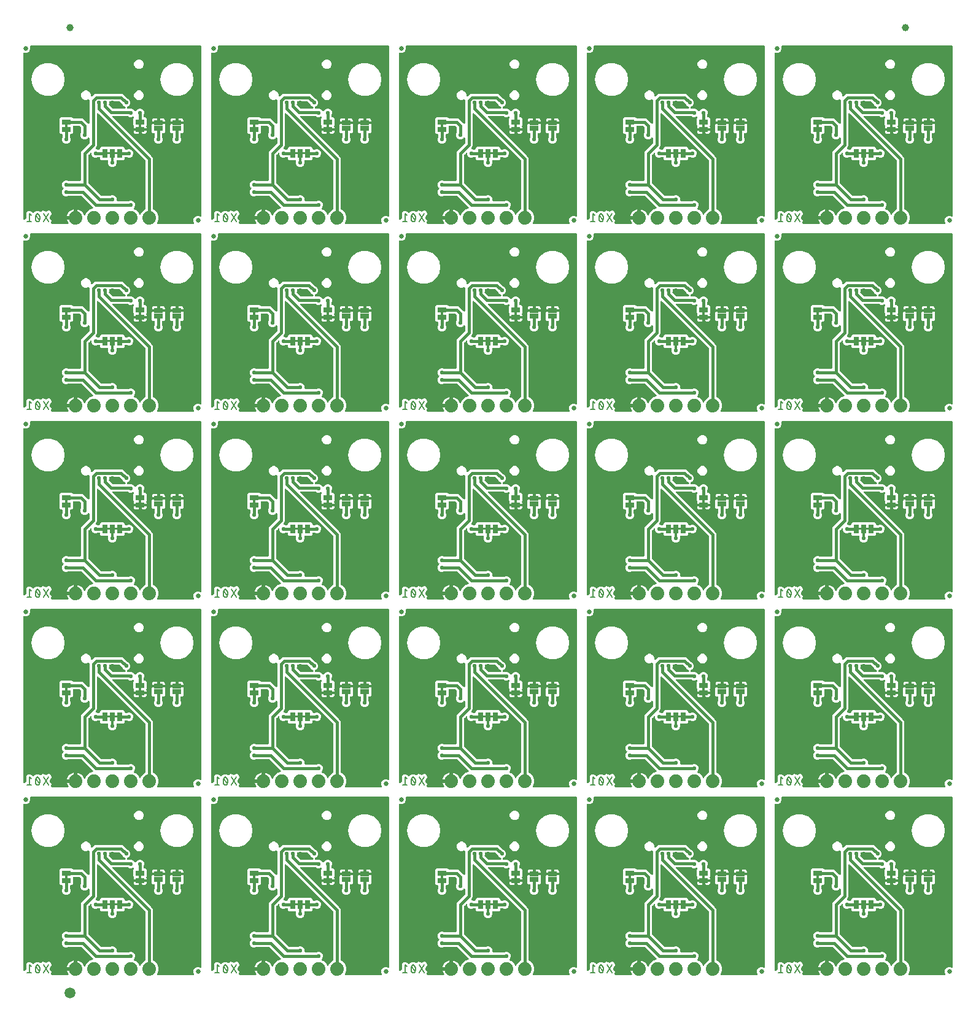
<source format=gbl>
G04 EAGLE Gerber RS-274X export*
G75*
%MOMM*%
%FSLAX34Y34*%
%LPD*%
%INBottom Copper*%
%IPPOS*%
%AMOC8*
5,1,8,0,0,1.08239X$1,22.5*%
G01*
%ADD10C,0.203200*%
%ADD11C,0.635000*%
%ADD12R,1.270000X0.660400*%
%ADD13C,1.879600*%
%ADD14R,0.660400X1.270000*%
%ADD15R,1.270000X0.635000*%
%ADD16C,1.000000*%
%ADD17C,1.500000*%
%ADD18C,0.304800*%
%ADD19C,0.559975*%
%ADD20C,0.406400*%

G36*
X65265Y781310D02*
X65265Y781310D01*
X65305Y781307D01*
X65423Y781330D01*
X65541Y781345D01*
X65578Y781359D01*
X65617Y781367D01*
X65726Y781418D01*
X65837Y781462D01*
X65869Y781485D01*
X65905Y781502D01*
X65997Y781578D01*
X66094Y781648D01*
X66120Y781679D01*
X66150Y781704D01*
X66221Y781801D01*
X66297Y781893D01*
X66314Y781929D01*
X66338Y781962D01*
X66382Y782073D01*
X66433Y782181D01*
X66440Y782220D01*
X66455Y782257D01*
X66470Y782376D01*
X66492Y782493D01*
X66490Y782533D01*
X66495Y782573D01*
X66480Y782692D01*
X66473Y782811D01*
X66460Y782849D01*
X66455Y782888D01*
X66412Y783000D01*
X66375Y783113D01*
X66353Y783147D01*
X66339Y783184D01*
X66253Y783320D01*
X65989Y783683D01*
X65136Y785357D01*
X64555Y787144D01*
X64515Y787401D01*
X74930Y787401D01*
X75048Y787416D01*
X75167Y787423D01*
X75205Y787436D01*
X75245Y787441D01*
X75356Y787484D01*
X75469Y787521D01*
X75503Y787543D01*
X75541Y787558D01*
X75637Y787628D01*
X75738Y787691D01*
X75766Y787721D01*
X75798Y787744D01*
X75874Y787836D01*
X75956Y787923D01*
X75975Y787958D01*
X76001Y787989D01*
X76052Y788097D01*
X76109Y788201D01*
X76120Y788241D01*
X76137Y788277D01*
X76159Y788394D01*
X76189Y788509D01*
X76193Y788570D01*
X76197Y788590D01*
X76195Y788610D01*
X76199Y788670D01*
X76199Y789941D01*
X77470Y789941D01*
X77588Y789956D01*
X77707Y789963D01*
X77745Y789976D01*
X77785Y789981D01*
X77896Y790025D01*
X78009Y790061D01*
X78044Y790083D01*
X78081Y790098D01*
X78177Y790168D01*
X78278Y790231D01*
X78306Y790261D01*
X78339Y790285D01*
X78414Y790376D01*
X78496Y790463D01*
X78516Y790498D01*
X78541Y790530D01*
X78592Y790637D01*
X78650Y790742D01*
X78660Y790781D01*
X78677Y790817D01*
X78699Y790934D01*
X78729Y791049D01*
X78733Y791110D01*
X78737Y791130D01*
X78735Y791150D01*
X78739Y791210D01*
X78739Y801625D01*
X78996Y801585D01*
X80783Y801004D01*
X82457Y800151D01*
X83978Y799046D01*
X85306Y797718D01*
X86411Y796197D01*
X87264Y794523D01*
X87415Y794058D01*
X87428Y794031D01*
X87435Y794002D01*
X87495Y793888D01*
X87550Y793770D01*
X87569Y793747D01*
X87583Y793721D01*
X87670Y793625D01*
X87753Y793525D01*
X87777Y793508D01*
X87797Y793486D01*
X87906Y793414D01*
X88010Y793338D01*
X88038Y793327D01*
X88063Y793311D01*
X88186Y793269D01*
X88306Y793221D01*
X88336Y793217D01*
X88364Y793208D01*
X88493Y793197D01*
X88621Y793181D01*
X88651Y793185D01*
X88681Y793182D01*
X88809Y793205D01*
X88937Y793221D01*
X88965Y793232D01*
X88994Y793237D01*
X89112Y793290D01*
X89233Y793338D01*
X89257Y793355D01*
X89284Y793367D01*
X89385Y793448D01*
X89490Y793524D01*
X89509Y793547D01*
X89533Y793566D01*
X89611Y793670D01*
X89693Y793769D01*
X89706Y793796D01*
X89724Y793820D01*
X89795Y793965D01*
X91048Y796990D01*
X94550Y800492D01*
X99124Y802387D01*
X99224Y802387D01*
X99361Y802404D01*
X99500Y802417D01*
X99519Y802424D01*
X99539Y802427D01*
X99668Y802478D01*
X99799Y802525D01*
X99816Y802536D01*
X99835Y802544D01*
X99947Y802625D01*
X100063Y802703D01*
X100076Y802719D01*
X100092Y802730D01*
X100181Y802838D01*
X100273Y802942D01*
X100282Y802960D01*
X100295Y802975D01*
X100354Y803101D01*
X100418Y803225D01*
X100422Y803245D01*
X100431Y803263D01*
X100457Y803399D01*
X100487Y803535D01*
X100487Y803556D01*
X100490Y803575D01*
X100482Y803714D01*
X100478Y803853D01*
X100472Y803873D01*
X100471Y803893D01*
X100428Y804025D01*
X100389Y804159D01*
X100379Y804176D01*
X100373Y804195D01*
X100298Y804313D01*
X100228Y804433D01*
X100209Y804454D01*
X100203Y804464D01*
X100188Y804478D01*
X100121Y804553D01*
X84627Y820048D01*
X84549Y820108D01*
X84477Y820176D01*
X84424Y820205D01*
X84376Y820242D01*
X84285Y820282D01*
X84198Y820330D01*
X84140Y820345D01*
X84084Y820369D01*
X83986Y820384D01*
X83890Y820409D01*
X83790Y820415D01*
X83770Y820419D01*
X83758Y820417D01*
X83730Y820419D01*
X66770Y820419D01*
X66760Y820418D01*
X66751Y820419D01*
X66602Y820398D01*
X66454Y820379D01*
X66445Y820376D01*
X66436Y820375D01*
X66284Y820323D01*
X64663Y819651D01*
X62337Y819651D01*
X60187Y820542D01*
X58542Y822187D01*
X57651Y824337D01*
X57651Y826663D01*
X58542Y828813D01*
X59411Y829682D01*
X59484Y829776D01*
X59563Y829866D01*
X59582Y829902D01*
X59606Y829934D01*
X59653Y830043D01*
X59708Y830149D01*
X59717Y830188D01*
X59733Y830226D01*
X59751Y830343D01*
X59777Y830459D01*
X59776Y830500D01*
X59782Y830540D01*
X59771Y830658D01*
X59768Y830777D01*
X59756Y830816D01*
X59753Y830856D01*
X59712Y830969D01*
X59679Y831083D01*
X59659Y831117D01*
X59645Y831156D01*
X59578Y831254D01*
X59518Y831357D01*
X59478Y831402D01*
X59466Y831419D01*
X59451Y831432D01*
X59411Y831477D01*
X58542Y832347D01*
X57651Y834497D01*
X57651Y836823D01*
X58542Y838973D01*
X60187Y840618D01*
X62337Y841509D01*
X64663Y841509D01*
X66284Y840837D01*
X66293Y840835D01*
X66301Y840830D01*
X66446Y840793D01*
X66591Y840753D01*
X66600Y840753D01*
X66609Y840751D01*
X66770Y840741D01*
X82550Y840741D01*
X82668Y840756D01*
X82787Y840763D01*
X82825Y840776D01*
X82866Y840781D01*
X82976Y840824D01*
X83089Y840861D01*
X83124Y840883D01*
X83161Y840898D01*
X83257Y840967D01*
X83358Y841031D01*
X83386Y841061D01*
X83419Y841084D01*
X83495Y841176D01*
X83576Y841263D01*
X83596Y841298D01*
X83621Y841329D01*
X83672Y841437D01*
X83730Y841541D01*
X83740Y841581D01*
X83757Y841617D01*
X83779Y841734D01*
X83809Y841849D01*
X83813Y841909D01*
X83817Y841929D01*
X83815Y841950D01*
X83819Y842010D01*
X83819Y879851D01*
X84593Y881718D01*
X94878Y892003D01*
X94938Y892081D01*
X95006Y892153D01*
X95035Y892206D01*
X95072Y892254D01*
X95112Y892345D01*
X95160Y892432D01*
X95175Y892490D01*
X95199Y892546D01*
X95214Y892644D01*
X95239Y892740D01*
X95245Y892840D01*
X95249Y892860D01*
X95247Y892872D01*
X95249Y892900D01*
X95249Y899254D01*
X95232Y899392D01*
X95219Y899530D01*
X95212Y899549D01*
X95209Y899569D01*
X95158Y899698D01*
X95111Y899830D01*
X95100Y899846D01*
X95092Y899865D01*
X95011Y899977D01*
X94933Y900093D01*
X94917Y900106D01*
X94906Y900122D01*
X94798Y900211D01*
X94694Y900303D01*
X94676Y900312D01*
X94661Y900325D01*
X94535Y900384D01*
X94411Y900448D01*
X94391Y900452D01*
X94373Y900461D01*
X94236Y900487D01*
X94101Y900517D01*
X94080Y900517D01*
X94061Y900521D01*
X93922Y900512D01*
X93783Y900508D01*
X93763Y900502D01*
X93743Y900501D01*
X93611Y900458D01*
X93477Y900419D01*
X93460Y900409D01*
X93441Y900403D01*
X93323Y900328D01*
X93203Y900258D01*
X93182Y900239D01*
X93172Y900233D01*
X93158Y900218D01*
X93083Y900151D01*
X92213Y899282D01*
X90063Y898391D01*
X87737Y898391D01*
X85587Y899282D01*
X83942Y900927D01*
X83051Y903077D01*
X83051Y905403D01*
X83723Y907024D01*
X83725Y907033D01*
X83730Y907041D01*
X83767Y907186D01*
X83807Y907331D01*
X83807Y907340D01*
X83809Y907349D01*
X83819Y907510D01*
X83819Y914310D01*
X83807Y914408D01*
X83804Y914507D01*
X83787Y914565D01*
X83779Y914625D01*
X83743Y914717D01*
X83715Y914812D01*
X83685Y914865D01*
X83662Y914921D01*
X83604Y915001D01*
X83554Y915086D01*
X83488Y915162D01*
X83476Y915178D01*
X83466Y915186D01*
X83448Y915207D01*
X81960Y916695D01*
X81882Y916755D01*
X81810Y916823D01*
X81757Y916852D01*
X81709Y916889D01*
X81618Y916929D01*
X81531Y916977D01*
X81473Y916992D01*
X81417Y917016D01*
X81319Y917031D01*
X81223Y917056D01*
X81123Y917062D01*
X81103Y917066D01*
X81091Y917064D01*
X81063Y917066D01*
X74168Y917066D01*
X74050Y917051D01*
X73931Y917044D01*
X73893Y917031D01*
X73852Y917026D01*
X73742Y916983D01*
X73629Y916946D01*
X73594Y916924D01*
X73557Y916909D01*
X73461Y916840D01*
X73360Y916776D01*
X73332Y916746D01*
X73299Y916723D01*
X73223Y916631D01*
X73142Y916544D01*
X73122Y916509D01*
X73097Y916478D01*
X73046Y916370D01*
X72988Y916266D01*
X72978Y916226D01*
X72961Y916190D01*
X72939Y916073D01*
X72909Y915958D01*
X72905Y915898D01*
X72901Y915878D01*
X72903Y915857D01*
X72899Y915797D01*
X72899Y907168D01*
X71113Y905382D01*
X69850Y905382D01*
X69732Y905367D01*
X69613Y905360D01*
X69575Y905347D01*
X69534Y905342D01*
X69424Y905299D01*
X69311Y905262D01*
X69276Y905240D01*
X69239Y905225D01*
X69143Y905156D01*
X69042Y905092D01*
X69014Y905062D01*
X68981Y905039D01*
X68905Y904947D01*
X68824Y904860D01*
X68804Y904825D01*
X68779Y904794D01*
X68728Y904686D01*
X68670Y904582D01*
X68660Y904542D01*
X68643Y904506D01*
X68621Y904389D01*
X68591Y904274D01*
X68587Y904214D01*
X68583Y904194D01*
X68585Y904173D01*
X68581Y904113D01*
X68581Y901160D01*
X68582Y901150D01*
X68581Y901141D01*
X68602Y900992D01*
X68621Y900844D01*
X68624Y900835D01*
X68625Y900826D01*
X68677Y900674D01*
X69349Y899053D01*
X69349Y896727D01*
X68458Y894577D01*
X66813Y892932D01*
X64663Y892041D01*
X62337Y892041D01*
X60187Y892932D01*
X58542Y894577D01*
X57651Y896727D01*
X57651Y899053D01*
X58323Y900674D01*
X58325Y900683D01*
X58330Y900691D01*
X58367Y900836D01*
X58407Y900981D01*
X58407Y900990D01*
X58409Y900999D01*
X58419Y901160D01*
X58419Y904113D01*
X58404Y904231D01*
X58397Y904350D01*
X58384Y904388D01*
X58379Y904429D01*
X58336Y904539D01*
X58299Y904652D01*
X58277Y904687D01*
X58262Y904724D01*
X58193Y904820D01*
X58129Y904921D01*
X58099Y904949D01*
X58076Y904982D01*
X57984Y905058D01*
X57897Y905139D01*
X57862Y905159D01*
X57831Y905184D01*
X57723Y905235D01*
X57619Y905293D01*
X57579Y905303D01*
X57543Y905320D01*
X57426Y905342D01*
X57311Y905372D01*
X57251Y905376D01*
X57231Y905380D01*
X57210Y905378D01*
X57150Y905382D01*
X55887Y905382D01*
X54101Y907168D01*
X54101Y916429D01*
X54142Y916509D01*
X54151Y916548D01*
X54167Y916585D01*
X54186Y916703D01*
X54212Y916819D01*
X54211Y916860D01*
X54217Y916900D01*
X54206Y917018D01*
X54202Y917137D01*
X54191Y917176D01*
X54187Y917216D01*
X54147Y917328D01*
X54114Y917443D01*
X54101Y917464D01*
X54101Y926712D01*
X55887Y928498D01*
X71113Y928498D01*
X72011Y927599D01*
X72089Y927539D01*
X72161Y927471D01*
X72214Y927442D01*
X72262Y927405D01*
X72353Y927365D01*
X72440Y927317D01*
X72499Y927302D01*
X72554Y927278D01*
X72652Y927263D01*
X72748Y927238D01*
X72848Y927232D01*
X72868Y927228D01*
X72881Y927230D01*
X72909Y927228D01*
X84704Y927228D01*
X86571Y926454D01*
X93083Y919943D01*
X93192Y919857D01*
X93299Y919769D01*
X93318Y919760D01*
X93334Y919748D01*
X93462Y919692D01*
X93587Y919633D01*
X93607Y919630D01*
X93626Y919621D01*
X93764Y919600D01*
X93900Y919574D01*
X93920Y919575D01*
X93940Y919572D01*
X94079Y919585D01*
X94217Y919593D01*
X94236Y919599D01*
X94256Y919601D01*
X94388Y919649D01*
X94519Y919691D01*
X94537Y919702D01*
X94556Y919709D01*
X94671Y919787D01*
X94788Y919861D01*
X94802Y919876D01*
X94819Y919888D01*
X94911Y919992D01*
X95006Y920093D01*
X95016Y920111D01*
X95029Y920126D01*
X95093Y920250D01*
X95160Y920372D01*
X95165Y920391D01*
X95174Y920409D01*
X95204Y920545D01*
X95239Y920680D01*
X95241Y920708D01*
X95244Y920720D01*
X95243Y920740D01*
X95249Y920840D01*
X95249Y951919D01*
X95243Y951969D01*
X95245Y952018D01*
X95223Y952126D01*
X95209Y952235D01*
X95191Y952281D01*
X95181Y952330D01*
X95133Y952428D01*
X95092Y952531D01*
X95063Y952571D01*
X95041Y952615D01*
X94970Y952699D01*
X94906Y952788D01*
X94867Y952820D01*
X94835Y952857D01*
X94745Y952921D01*
X94661Y952991D01*
X94616Y953012D01*
X94575Y953041D01*
X94472Y953079D01*
X94373Y953126D01*
X94324Y953136D01*
X94278Y953153D01*
X94168Y953165D01*
X94061Y953186D01*
X94011Y953183D01*
X93962Y953188D01*
X93853Y953173D01*
X93743Y953166D01*
X93696Y953151D01*
X93647Y953144D01*
X93494Y953092D01*
X91803Y952391D01*
X89197Y952391D01*
X86790Y953388D01*
X84948Y955230D01*
X83951Y957637D01*
X83951Y960243D01*
X84948Y962650D01*
X86790Y964492D01*
X89197Y965489D01*
X91803Y965489D01*
X94210Y964492D01*
X96052Y962650D01*
X97049Y960243D01*
X97049Y958198D01*
X97066Y958060D01*
X97079Y957922D01*
X97086Y957903D01*
X97089Y957883D01*
X97140Y957754D01*
X97187Y957623D01*
X97198Y957606D01*
X97206Y957587D01*
X97287Y957475D01*
X97365Y957359D01*
X97381Y957346D01*
X97392Y957330D01*
X97500Y957241D01*
X97604Y957149D01*
X97622Y957140D01*
X97637Y957127D01*
X97763Y957068D01*
X97887Y957004D01*
X97907Y957000D01*
X97925Y956991D01*
X98062Y956965D01*
X98197Y956935D01*
X98218Y956935D01*
X98237Y956932D01*
X98376Y956940D01*
X98515Y956944D01*
X98535Y956950D01*
X98555Y956951D01*
X98687Y956994D01*
X98821Y957033D01*
X98838Y957043D01*
X98857Y957049D01*
X98975Y957124D01*
X99095Y957194D01*
X99116Y957213D01*
X99126Y957219D01*
X99140Y957234D01*
X99215Y957301D01*
X100136Y958221D01*
X101744Y959829D01*
X103611Y960603D01*
X140229Y960603D01*
X142096Y959829D01*
X143704Y958221D01*
X147331Y954595D01*
X147338Y954589D01*
X147344Y954582D01*
X147463Y954492D01*
X147582Y954400D01*
X147590Y954396D01*
X147598Y954390D01*
X147742Y954319D01*
X149363Y953648D01*
X151008Y952003D01*
X151899Y949853D01*
X151899Y947527D01*
X151008Y945377D01*
X149363Y943732D01*
X147670Y943031D01*
X147610Y942996D01*
X147545Y942970D01*
X147472Y942918D01*
X147394Y942873D01*
X147344Y942825D01*
X147288Y942784D01*
X147230Y942714D01*
X147166Y942652D01*
X147129Y942592D01*
X147085Y942539D01*
X147046Y942457D01*
X147000Y942381D01*
X146979Y942314D01*
X146949Y942251D01*
X146932Y942163D01*
X146906Y942077D01*
X146903Y942007D01*
X146889Y941939D01*
X146895Y941849D01*
X146891Y941759D01*
X146905Y941691D01*
X146909Y941621D01*
X146937Y941536D01*
X146955Y941448D01*
X146986Y941385D01*
X147007Y941319D01*
X147055Y941243D01*
X147095Y941162D01*
X147140Y941109D01*
X147177Y941050D01*
X147243Y940988D01*
X147301Y940920D01*
X147358Y940880D01*
X147409Y940832D01*
X147488Y940789D01*
X147561Y940737D01*
X147627Y940712D01*
X147688Y940679D01*
X147774Y940656D01*
X147859Y940624D01*
X147928Y940616D01*
X147995Y940599D01*
X148156Y940589D01*
X152717Y940589D01*
X152745Y940581D01*
X152754Y940581D01*
X152763Y940579D01*
X152924Y940569D01*
X153563Y940569D01*
X155713Y939678D01*
X157358Y938033D01*
X157577Y937504D01*
X157646Y937383D01*
X157711Y937260D01*
X157725Y937245D01*
X157735Y937228D01*
X157832Y937128D01*
X157925Y937025D01*
X157942Y937014D01*
X157956Y936999D01*
X158074Y936927D01*
X158191Y936850D01*
X158210Y936844D01*
X158227Y936833D01*
X158360Y936792D01*
X158492Y936747D01*
X158512Y936745D01*
X158531Y936739D01*
X158670Y936733D01*
X158809Y936722D01*
X158829Y936725D01*
X158849Y936724D01*
X158985Y936752D01*
X159122Y936776D01*
X159140Y936784D01*
X159160Y936788D01*
X159286Y936850D01*
X159412Y936907D01*
X159428Y936919D01*
X159446Y936928D01*
X159552Y937019D01*
X159661Y937105D01*
X159673Y937121D01*
X159688Y937135D01*
X159768Y937248D01*
X159852Y937359D01*
X159864Y937385D01*
X159871Y937395D01*
X159878Y937414D01*
X159923Y937504D01*
X160142Y938033D01*
X161787Y939678D01*
X163937Y940569D01*
X166263Y940569D01*
X168413Y939678D01*
X170058Y938033D01*
X170949Y935883D01*
X170949Y933557D01*
X170277Y931936D01*
X170275Y931927D01*
X170270Y931919D01*
X170233Y931774D01*
X170193Y931629D01*
X170193Y931620D01*
X170191Y931611D01*
X170181Y931450D01*
X170181Y929767D01*
X170196Y929649D01*
X170203Y929530D01*
X170216Y929492D01*
X170221Y929451D01*
X170264Y929341D01*
X170301Y929228D01*
X170323Y929193D01*
X170338Y929156D01*
X170407Y929060D01*
X170471Y928959D01*
X170501Y928931D01*
X170524Y928898D01*
X170616Y928822D01*
X170703Y928741D01*
X170738Y928721D01*
X170769Y928696D01*
X170877Y928645D01*
X170981Y928587D01*
X171021Y928577D01*
X171057Y928560D01*
X171174Y928538D01*
X171289Y928508D01*
X171349Y928504D01*
X171369Y928500D01*
X171390Y928502D01*
X171450Y928498D01*
X172713Y928498D01*
X174499Y926712D01*
X174499Y917582D01*
X174149Y917232D01*
X174084Y917149D01*
X174012Y917071D01*
X173987Y917023D01*
X173954Y916981D01*
X173912Y916884D01*
X173862Y916791D01*
X173849Y916739D01*
X173827Y916689D01*
X173811Y916584D01*
X173785Y916482D01*
X173786Y916428D01*
X173778Y916375D01*
X173787Y916269D01*
X173788Y916164D01*
X173805Y916080D01*
X173807Y916058D01*
X173813Y916044D01*
X173820Y916006D01*
X173991Y915369D01*
X173991Y913383D01*
X169582Y913383D01*
X169484Y913371D01*
X169385Y913368D01*
X169326Y913351D01*
X169266Y913343D01*
X169174Y913307D01*
X169079Y913279D01*
X169027Y913249D01*
X168971Y913226D01*
X168891Y913168D01*
X168805Y913118D01*
X168730Y913052D01*
X168713Y913040D01*
X168705Y913030D01*
X168684Y913012D01*
X167922Y912249D01*
X167837Y912140D01*
X167748Y912033D01*
X167740Y912014D01*
X167727Y911998D01*
X167672Y911870D01*
X167613Y911745D01*
X167609Y911725D01*
X167601Y911706D01*
X167579Y911568D01*
X167553Y911432D01*
X167554Y911412D01*
X167551Y911392D01*
X167564Y911253D01*
X167573Y911115D01*
X167579Y911096D01*
X167581Y911076D01*
X167628Y910945D01*
X167671Y910813D01*
X167682Y910795D01*
X167689Y910776D01*
X167767Y910662D01*
X167841Y910544D01*
X167856Y910530D01*
X167867Y910513D01*
X167971Y910421D01*
X168073Y910326D01*
X168090Y910316D01*
X168106Y910303D01*
X168229Y910240D01*
X168351Y910172D01*
X168371Y910167D01*
X168389Y910158D01*
X168525Y910128D01*
X168659Y910093D01*
X168687Y910091D01*
X168699Y910088D01*
X168720Y910089D01*
X168820Y910083D01*
X173991Y910083D01*
X173991Y908097D01*
X173818Y907450D01*
X173483Y906871D01*
X173010Y906398D01*
X172431Y906063D01*
X171784Y905890D01*
X166750Y905890D01*
X166750Y910717D01*
X166735Y910835D01*
X166728Y910954D01*
X166715Y910992D01*
X166710Y911033D01*
X166667Y911143D01*
X166630Y911256D01*
X166608Y911291D01*
X166593Y911328D01*
X166524Y911424D01*
X166460Y911525D01*
X166430Y911553D01*
X166407Y911586D01*
X166315Y911662D01*
X166228Y911743D01*
X166193Y911763D01*
X166162Y911788D01*
X166054Y911839D01*
X165950Y911897D01*
X165910Y911907D01*
X165874Y911924D01*
X165757Y911946D01*
X165642Y911976D01*
X165582Y911980D01*
X165562Y911984D01*
X165541Y911982D01*
X165481Y911986D01*
X164719Y911986D01*
X164601Y911971D01*
X164482Y911964D01*
X164444Y911951D01*
X164403Y911946D01*
X164293Y911903D01*
X164180Y911866D01*
X164145Y911844D01*
X164108Y911829D01*
X164011Y911760D01*
X163911Y911696D01*
X163883Y911666D01*
X163850Y911643D01*
X163774Y911551D01*
X163693Y911464D01*
X163673Y911429D01*
X163648Y911398D01*
X163597Y911290D01*
X163539Y911186D01*
X163529Y911146D01*
X163512Y911110D01*
X163490Y910993D01*
X163460Y910878D01*
X163456Y910818D01*
X163452Y910798D01*
X163454Y910777D01*
X163450Y910717D01*
X163450Y905890D01*
X158416Y905890D01*
X157769Y906063D01*
X157190Y906398D01*
X156717Y906871D01*
X156382Y907450D01*
X156209Y908097D01*
X156209Y910083D01*
X161380Y910083D01*
X161518Y910100D01*
X161657Y910113D01*
X161676Y910120D01*
X161696Y910123D01*
X161825Y910174D01*
X161956Y910221D01*
X161973Y910232D01*
X161991Y910240D01*
X162104Y910321D01*
X162219Y910399D01*
X162232Y910415D01*
X162249Y910426D01*
X162338Y910534D01*
X162429Y910638D01*
X162439Y910656D01*
X162452Y910671D01*
X162511Y910797D01*
X162574Y910921D01*
X162578Y910941D01*
X162587Y910959D01*
X162613Y911096D01*
X162644Y911231D01*
X162643Y911252D01*
X162647Y911271D01*
X162638Y911410D01*
X162634Y911549D01*
X162628Y911569D01*
X162627Y911589D01*
X162584Y911721D01*
X162546Y911855D01*
X162535Y911872D01*
X162529Y911891D01*
X162455Y912009D01*
X162384Y912129D01*
X162366Y912150D01*
X162359Y912160D01*
X162344Y912174D01*
X162278Y912249D01*
X161516Y913012D01*
X161437Y913072D01*
X161365Y913140D01*
X161312Y913169D01*
X161264Y913206D01*
X161173Y913246D01*
X161087Y913294D01*
X161028Y913309D01*
X160972Y913333D01*
X160875Y913348D01*
X160779Y913373D01*
X160679Y913379D01*
X160658Y913383D01*
X160646Y913381D01*
X160618Y913383D01*
X156209Y913383D01*
X156209Y915369D01*
X156380Y916006D01*
X156394Y916111D01*
X156417Y916214D01*
X156416Y916268D01*
X156423Y916321D01*
X156411Y916426D01*
X156408Y916532D01*
X156393Y916584D01*
X156387Y916637D01*
X156349Y916736D01*
X156319Y916837D01*
X156292Y916884D01*
X156273Y916934D01*
X156211Y917020D01*
X156158Y917111D01*
X156101Y917175D01*
X156089Y917193D01*
X156077Y917203D01*
X156051Y917232D01*
X155701Y917582D01*
X155701Y926712D01*
X156388Y927398D01*
X156430Y927453D01*
X156481Y927502D01*
X156528Y927579D01*
X156583Y927649D01*
X156610Y927713D01*
X156647Y927773D01*
X156673Y927859D01*
X156709Y927941D01*
X156720Y928010D01*
X156740Y928077D01*
X156745Y928166D01*
X156759Y928255D01*
X156752Y928325D01*
X156756Y928395D01*
X156737Y928482D01*
X156729Y928572D01*
X156705Y928638D01*
X156691Y928706D01*
X156652Y928787D01*
X156621Y928871D01*
X156582Y928929D01*
X156552Y928992D01*
X156493Y929060D01*
X156443Y929134D01*
X156390Y929181D01*
X156345Y929234D01*
X156272Y929285D01*
X156204Y929345D01*
X156142Y929377D01*
X156085Y929417D01*
X156001Y929449D01*
X155921Y929490D01*
X155853Y929505D01*
X155788Y929530D01*
X155698Y929540D01*
X155611Y929559D01*
X155541Y929557D01*
X155472Y929565D01*
X155383Y929552D01*
X155293Y929550D01*
X155226Y929530D01*
X155157Y929520D01*
X155004Y929468D01*
X153563Y928871D01*
X151237Y928871D01*
X149087Y929762D01*
X148793Y930056D01*
X148715Y930116D01*
X148643Y930184D01*
X148590Y930213D01*
X148542Y930251D01*
X148451Y930290D01*
X148364Y930338D01*
X148306Y930353D01*
X148250Y930377D01*
X148152Y930392D01*
X148056Y930417D01*
X147956Y930424D01*
X147936Y930427D01*
X147924Y930426D01*
X147896Y930427D01*
X128344Y930427D01*
X128206Y930410D01*
X128067Y930397D01*
X128048Y930390D01*
X128028Y930388D01*
X127899Y930336D01*
X127768Y930289D01*
X127751Y930278D01*
X127733Y930271D01*
X127620Y930189D01*
X127505Y930111D01*
X127492Y930096D01*
X127475Y930084D01*
X127386Y929976D01*
X127295Y929872D01*
X127285Y929854D01*
X127272Y929839D01*
X127213Y929713D01*
X127150Y929589D01*
X127146Y929569D01*
X127137Y929551D01*
X127111Y929415D01*
X127080Y929279D01*
X127081Y929259D01*
X127077Y929239D01*
X127086Y929100D01*
X127090Y928961D01*
X127096Y928941D01*
X127097Y928921D01*
X127140Y928789D01*
X127178Y928655D01*
X127189Y928638D01*
X127195Y928619D01*
X127269Y928501D01*
X127340Y928381D01*
X127359Y928360D01*
X127365Y928350D01*
X127380Y928336D01*
X127446Y928261D01*
X180499Y875208D01*
X180500Y875207D01*
X182107Y873600D01*
X182881Y871732D01*
X182881Y802156D01*
X182884Y802127D01*
X182882Y802097D01*
X182904Y801969D01*
X182921Y801840D01*
X182931Y801813D01*
X182936Y801784D01*
X182990Y801665D01*
X183038Y801545D01*
X183055Y801521D01*
X183067Y801494D01*
X183148Y801392D01*
X183224Y801287D01*
X183247Y801268D01*
X183266Y801245D01*
X183369Y801167D01*
X183469Y801084D01*
X183496Y801072D01*
X183520Y801054D01*
X183664Y800983D01*
X184850Y800492D01*
X188352Y796990D01*
X190247Y792416D01*
X190247Y787464D01*
X188422Y783060D01*
X188409Y783012D01*
X188388Y782967D01*
X188367Y782859D01*
X188338Y782753D01*
X188338Y782703D01*
X188328Y782654D01*
X188335Y782545D01*
X188333Y782435D01*
X188345Y782387D01*
X188348Y782337D01*
X188382Y782233D01*
X188407Y782126D01*
X188431Y782082D01*
X188446Y782035D01*
X188505Y781942D01*
X188556Y781845D01*
X188590Y781808D01*
X188616Y781766D01*
X188696Y781691D01*
X188770Y781609D01*
X188812Y781582D01*
X188848Y781548D01*
X188944Y781495D01*
X189036Y781435D01*
X189083Y781418D01*
X189126Y781394D01*
X189233Y781367D01*
X189337Y781331D01*
X189386Y781327D01*
X189434Y781315D01*
X189595Y781305D01*
X238473Y781305D01*
X238522Y781311D01*
X238572Y781309D01*
X238679Y781331D01*
X238788Y781345D01*
X238834Y781363D01*
X238883Y781373D01*
X238982Y781421D01*
X239084Y781462D01*
X239124Y781491D01*
X239169Y781513D01*
X239252Y781584D01*
X239341Y781648D01*
X239373Y781687D01*
X239411Y781719D01*
X239474Y781809D01*
X239544Y781893D01*
X239565Y781938D01*
X239594Y781979D01*
X239633Y782082D01*
X239680Y782181D01*
X239689Y782230D01*
X239707Y782276D01*
X239719Y782386D01*
X239739Y782493D01*
X239736Y782543D01*
X239742Y782592D01*
X239726Y782701D01*
X239720Y782811D01*
X239704Y782858D01*
X239697Y782907D01*
X239645Y783060D01*
X238886Y784892D01*
X238886Y787368D01*
X239834Y789655D01*
X241585Y791406D01*
X243872Y792354D01*
X246348Y792354D01*
X248180Y791595D01*
X248228Y791582D01*
X248273Y791560D01*
X248381Y791540D01*
X248487Y791511D01*
X248537Y791510D01*
X248586Y791501D01*
X248695Y791507D01*
X248805Y791506D01*
X248853Y791517D01*
X248903Y791520D01*
X249007Y791554D01*
X249114Y791580D01*
X249158Y791603D01*
X249205Y791618D01*
X249298Y791677D01*
X249395Y791729D01*
X249432Y791762D01*
X249474Y791789D01*
X249549Y791869D01*
X249631Y791943D01*
X249658Y791984D01*
X249692Y792020D01*
X249745Y792116D01*
X249805Y792208D01*
X249822Y792255D01*
X249846Y792299D01*
X249873Y792405D01*
X249909Y792509D01*
X249913Y792559D01*
X249925Y792607D01*
X249935Y792767D01*
X249935Y1025906D01*
X249920Y1026024D01*
X249913Y1026143D01*
X249900Y1026181D01*
X249895Y1026222D01*
X249852Y1026332D01*
X249815Y1026445D01*
X249793Y1026480D01*
X249778Y1026517D01*
X249709Y1026613D01*
X249645Y1026714D01*
X249615Y1026742D01*
X249592Y1026775D01*
X249500Y1026851D01*
X249413Y1026932D01*
X249378Y1026952D01*
X249347Y1026977D01*
X249239Y1027028D01*
X249135Y1027086D01*
X249095Y1027096D01*
X249059Y1027113D01*
X248942Y1027135D01*
X248827Y1027165D01*
X248767Y1027169D01*
X248747Y1027173D01*
X248726Y1027171D01*
X248666Y1027175D01*
X14783Y1027175D01*
X14734Y1027169D01*
X14684Y1027171D01*
X14577Y1027149D01*
X14468Y1027135D01*
X14422Y1027117D01*
X14373Y1027107D01*
X14274Y1027059D01*
X14172Y1027018D01*
X14132Y1026989D01*
X14087Y1026967D01*
X14004Y1026896D01*
X13915Y1026832D01*
X13883Y1026793D01*
X13845Y1026761D01*
X13782Y1026671D01*
X13712Y1026587D01*
X13691Y1026542D01*
X13662Y1026501D01*
X13623Y1026398D01*
X13577Y1026299D01*
X13567Y1026250D01*
X13550Y1026204D01*
X13537Y1026094D01*
X13517Y1025987D01*
X13520Y1025937D01*
X13514Y1025888D01*
X13530Y1025779D01*
X13536Y1025669D01*
X13552Y1025622D01*
X13559Y1025573D01*
X13611Y1025420D01*
X13844Y1024858D01*
X13844Y1022382D01*
X12896Y1020095D01*
X11145Y1018344D01*
X8858Y1017396D01*
X6382Y1017396D01*
X5820Y1017629D01*
X5772Y1017642D01*
X5727Y1017663D01*
X5619Y1017684D01*
X5513Y1017713D01*
X5463Y1017714D01*
X5414Y1017723D01*
X5305Y1017716D01*
X5195Y1017718D01*
X5147Y1017707D01*
X5097Y1017704D01*
X4993Y1017670D01*
X4886Y1017644D01*
X4842Y1017621D01*
X4795Y1017605D01*
X4702Y1017547D01*
X4605Y1017495D01*
X4568Y1017462D01*
X4526Y1017435D01*
X4451Y1017355D01*
X4369Y1017281D01*
X4342Y1017240D01*
X4308Y1017204D01*
X4255Y1017107D01*
X4195Y1017016D01*
X4178Y1016969D01*
X4154Y1016925D01*
X4127Y1016819D01*
X4091Y1016715D01*
X4087Y1016665D01*
X4075Y1016617D01*
X4065Y1016457D01*
X4065Y788043D01*
X4082Y787906D01*
X4095Y787767D01*
X4102Y787748D01*
X4105Y787727D01*
X4156Y787599D01*
X4203Y787467D01*
X4214Y787451D01*
X4222Y787432D01*
X4303Y787319D01*
X4381Y787204D01*
X4397Y787191D01*
X4408Y787174D01*
X4516Y787086D01*
X4620Y786994D01*
X4638Y786985D01*
X4653Y786972D01*
X4779Y786912D01*
X4903Y786849D01*
X4923Y786845D01*
X4941Y786836D01*
X5078Y786810D01*
X5213Y786780D01*
X5234Y786780D01*
X5253Y786776D01*
X5392Y786785D01*
X5531Y786789D01*
X5551Y786795D01*
X5571Y786796D01*
X5703Y786839D01*
X5837Y786878D01*
X5854Y786888D01*
X5873Y786894D01*
X5991Y786969D01*
X6111Y787039D01*
X6132Y787058D01*
X6142Y787064D01*
X6156Y787079D01*
X6231Y787146D01*
X7967Y788881D01*
X8028Y788960D01*
X8096Y789032D01*
X8125Y789085D01*
X8162Y789133D01*
X8202Y789223D01*
X8249Y789310D01*
X8264Y789369D01*
X8288Y789424D01*
X8304Y789522D01*
X8329Y789618D01*
X8335Y789718D01*
X8338Y789739D01*
X8337Y789751D01*
X8339Y789779D01*
X8339Y794979D01*
X8337Y794993D01*
X8331Y795119D01*
X8174Y796537D01*
X8227Y796623D01*
X8235Y796651D01*
X8249Y796676D01*
X8282Y796803D01*
X8320Y796927D01*
X8321Y796939D01*
X9321Y797939D01*
X9330Y797951D01*
X9414Y798044D01*
X10305Y799158D01*
X10404Y799182D01*
X10430Y799195D01*
X10458Y799203D01*
X10570Y799270D01*
X10685Y799331D01*
X10694Y799339D01*
X12108Y799339D01*
X12123Y799341D01*
X12249Y799346D01*
X13666Y799504D01*
X13753Y799451D01*
X13781Y799442D01*
X13806Y799428D01*
X13932Y799396D01*
X14057Y799358D01*
X14069Y799357D01*
X15069Y798357D01*
X15081Y798348D01*
X15174Y798263D01*
X16853Y796920D01*
X16941Y796866D01*
X17025Y796804D01*
X17076Y796783D01*
X17124Y796754D01*
X17223Y796724D01*
X17319Y796685D01*
X17375Y796677D01*
X17428Y796661D01*
X17532Y796656D01*
X17634Y796642D01*
X17690Y796648D01*
X17746Y796646D01*
X17847Y796667D01*
X17950Y796679D01*
X18002Y796699D01*
X18057Y796710D01*
X18150Y796756D01*
X18247Y796793D01*
X18324Y796841D01*
X18343Y796850D01*
X18354Y796860D01*
X18384Y796878D01*
X21828Y799339D01*
X25839Y799339D01*
X27365Y798249D01*
X27408Y798226D01*
X27446Y798195D01*
X27548Y798150D01*
X27645Y798098D01*
X27692Y798086D01*
X27737Y798066D01*
X27846Y798048D01*
X27954Y798021D01*
X28002Y798021D01*
X28050Y798013D01*
X28161Y798023D01*
X28272Y798023D01*
X28319Y798036D01*
X28367Y798040D01*
X28472Y798077D01*
X28579Y798105D01*
X28622Y798129D01*
X28668Y798145D01*
X28807Y798225D01*
X30854Y799590D01*
X34156Y798930D01*
X34207Y798852D01*
X34241Y798813D01*
X34267Y798770D01*
X34345Y798693D01*
X34416Y798612D01*
X34458Y798583D01*
X34494Y798547D01*
X34588Y798492D01*
X34677Y798430D01*
X34725Y798413D01*
X34769Y798387D01*
X34874Y798358D01*
X34975Y798320D01*
X35026Y798315D01*
X35075Y798301D01*
X35184Y798298D01*
X35292Y798287D01*
X35342Y798295D01*
X35393Y798293D01*
X35499Y798318D01*
X35606Y798334D01*
X35653Y798354D01*
X35703Y798365D01*
X35799Y798415D01*
X35899Y798457D01*
X35940Y798488D01*
X35985Y798512D01*
X36066Y798584D01*
X36152Y798650D01*
X36184Y798690D01*
X36222Y798724D01*
X36320Y798852D01*
X36372Y798930D01*
X39673Y799590D01*
X42475Y797722D01*
X43136Y794420D01*
X40618Y790644D01*
X40606Y790619D01*
X40588Y790597D01*
X40535Y790477D01*
X40476Y790359D01*
X40470Y790332D01*
X40459Y790306D01*
X40437Y790176D01*
X40410Y790048D01*
X40411Y790020D01*
X40406Y789992D01*
X40417Y789862D01*
X40422Y789731D01*
X40430Y789704D01*
X40433Y789676D01*
X40476Y789552D01*
X40514Y789426D01*
X40528Y789402D01*
X40538Y789375D01*
X40618Y789236D01*
X43136Y785460D01*
X42608Y782823D01*
X42602Y782738D01*
X42586Y782654D01*
X42591Y782580D01*
X42585Y782506D01*
X42601Y782422D01*
X42606Y782337D01*
X42629Y782266D01*
X42642Y782193D01*
X42678Y782115D01*
X42704Y782035D01*
X42744Y781972D01*
X42775Y781904D01*
X42829Y781838D01*
X42874Y781766D01*
X42928Y781715D01*
X42975Y781657D01*
X43044Y781606D01*
X43106Y781548D01*
X43171Y781512D01*
X43231Y781468D01*
X43310Y781435D01*
X43384Y781394D01*
X43456Y781376D01*
X43525Y781348D01*
X43610Y781336D01*
X43692Y781315D01*
X43831Y781306D01*
X43841Y781305D01*
X43845Y781305D01*
X43853Y781305D01*
X65226Y781305D01*
X65265Y781310D01*
G37*
G36*
X324345Y1040390D02*
X324345Y1040390D01*
X324385Y1040387D01*
X324503Y1040410D01*
X324621Y1040425D01*
X324658Y1040439D01*
X324697Y1040447D01*
X324806Y1040498D01*
X324917Y1040542D01*
X324949Y1040565D01*
X324985Y1040582D01*
X325077Y1040658D01*
X325174Y1040728D01*
X325200Y1040759D01*
X325230Y1040784D01*
X325301Y1040881D01*
X325377Y1040973D01*
X325394Y1041009D01*
X325418Y1041042D01*
X325462Y1041153D01*
X325513Y1041261D01*
X325520Y1041300D01*
X325535Y1041337D01*
X325550Y1041456D01*
X325572Y1041573D01*
X325570Y1041613D01*
X325575Y1041653D01*
X325560Y1041772D01*
X325553Y1041891D01*
X325540Y1041929D01*
X325535Y1041968D01*
X325492Y1042080D01*
X325455Y1042193D01*
X325433Y1042227D01*
X325419Y1042264D01*
X325333Y1042400D01*
X325069Y1042763D01*
X324216Y1044437D01*
X323635Y1046224D01*
X323595Y1046481D01*
X334010Y1046481D01*
X334128Y1046496D01*
X334247Y1046503D01*
X334285Y1046516D01*
X334325Y1046521D01*
X334436Y1046564D01*
X334549Y1046601D01*
X334583Y1046623D01*
X334621Y1046638D01*
X334717Y1046708D01*
X334818Y1046771D01*
X334846Y1046801D01*
X334878Y1046824D01*
X334954Y1046916D01*
X335036Y1047003D01*
X335055Y1047038D01*
X335081Y1047069D01*
X335132Y1047177D01*
X335189Y1047281D01*
X335200Y1047321D01*
X335217Y1047357D01*
X335239Y1047474D01*
X335269Y1047589D01*
X335273Y1047650D01*
X335277Y1047670D01*
X335275Y1047690D01*
X335279Y1047750D01*
X335279Y1049021D01*
X336550Y1049021D01*
X336668Y1049036D01*
X336787Y1049043D01*
X336825Y1049056D01*
X336865Y1049061D01*
X336976Y1049105D01*
X337089Y1049141D01*
X337124Y1049163D01*
X337161Y1049178D01*
X337257Y1049248D01*
X337358Y1049311D01*
X337386Y1049341D01*
X337419Y1049365D01*
X337494Y1049456D01*
X337576Y1049543D01*
X337596Y1049578D01*
X337621Y1049610D01*
X337672Y1049717D01*
X337730Y1049822D01*
X337740Y1049861D01*
X337757Y1049897D01*
X337779Y1050014D01*
X337809Y1050129D01*
X337813Y1050190D01*
X337817Y1050210D01*
X337815Y1050230D01*
X337819Y1050290D01*
X337819Y1060705D01*
X338076Y1060665D01*
X339863Y1060084D01*
X341537Y1059231D01*
X343058Y1058126D01*
X344386Y1056798D01*
X345491Y1055277D01*
X346344Y1053603D01*
X346495Y1053138D01*
X346508Y1053111D01*
X346515Y1053082D01*
X346575Y1052968D01*
X346630Y1052850D01*
X346649Y1052827D01*
X346663Y1052801D01*
X346750Y1052705D01*
X346833Y1052605D01*
X346857Y1052588D01*
X346877Y1052566D01*
X346986Y1052494D01*
X347090Y1052418D01*
X347118Y1052407D01*
X347143Y1052391D01*
X347266Y1052349D01*
X347386Y1052301D01*
X347416Y1052297D01*
X347444Y1052288D01*
X347573Y1052277D01*
X347701Y1052261D01*
X347731Y1052265D01*
X347761Y1052262D01*
X347889Y1052285D01*
X348017Y1052301D01*
X348045Y1052312D01*
X348074Y1052317D01*
X348192Y1052370D01*
X348313Y1052418D01*
X348337Y1052435D01*
X348364Y1052447D01*
X348465Y1052528D01*
X348570Y1052604D01*
X348589Y1052627D01*
X348613Y1052646D01*
X348691Y1052750D01*
X348773Y1052849D01*
X348786Y1052876D01*
X348804Y1052900D01*
X348875Y1053045D01*
X350128Y1056070D01*
X353630Y1059572D01*
X358204Y1061467D01*
X358304Y1061467D01*
X358441Y1061484D01*
X358580Y1061497D01*
X358599Y1061504D01*
X358619Y1061507D01*
X358748Y1061558D01*
X358879Y1061605D01*
X358896Y1061616D01*
X358915Y1061624D01*
X359027Y1061705D01*
X359143Y1061783D01*
X359156Y1061799D01*
X359172Y1061810D01*
X359261Y1061918D01*
X359353Y1062022D01*
X359362Y1062040D01*
X359375Y1062055D01*
X359434Y1062181D01*
X359498Y1062305D01*
X359502Y1062325D01*
X359511Y1062343D01*
X359537Y1062479D01*
X359567Y1062615D01*
X359567Y1062636D01*
X359570Y1062655D01*
X359562Y1062794D01*
X359558Y1062933D01*
X359552Y1062953D01*
X359551Y1062973D01*
X359508Y1063105D01*
X359469Y1063239D01*
X359459Y1063256D01*
X359453Y1063275D01*
X359378Y1063393D01*
X359308Y1063513D01*
X359289Y1063534D01*
X359283Y1063544D01*
X359268Y1063558D01*
X359201Y1063633D01*
X343707Y1079128D01*
X343629Y1079188D01*
X343557Y1079256D01*
X343504Y1079285D01*
X343456Y1079322D01*
X343365Y1079362D01*
X343278Y1079410D01*
X343220Y1079425D01*
X343164Y1079449D01*
X343066Y1079464D01*
X342970Y1079489D01*
X342870Y1079495D01*
X342850Y1079499D01*
X342838Y1079497D01*
X342810Y1079499D01*
X325850Y1079499D01*
X325840Y1079498D01*
X325831Y1079499D01*
X325682Y1079478D01*
X325534Y1079459D01*
X325525Y1079456D01*
X325516Y1079455D01*
X325364Y1079403D01*
X323743Y1078731D01*
X321417Y1078731D01*
X319267Y1079622D01*
X317622Y1081267D01*
X316731Y1083417D01*
X316731Y1085743D01*
X317622Y1087893D01*
X318491Y1088762D01*
X318564Y1088856D01*
X318643Y1088946D01*
X318662Y1088982D01*
X318686Y1089014D01*
X318733Y1089123D01*
X318788Y1089229D01*
X318797Y1089268D01*
X318813Y1089306D01*
X318831Y1089423D01*
X318857Y1089539D01*
X318856Y1089580D01*
X318862Y1089620D01*
X318851Y1089738D01*
X318848Y1089857D01*
X318836Y1089896D01*
X318833Y1089936D01*
X318792Y1090049D01*
X318759Y1090163D01*
X318739Y1090197D01*
X318725Y1090236D01*
X318658Y1090334D01*
X318598Y1090437D01*
X318558Y1090482D01*
X318546Y1090499D01*
X318531Y1090512D01*
X318491Y1090557D01*
X317622Y1091427D01*
X316731Y1093577D01*
X316731Y1095903D01*
X317622Y1098053D01*
X319267Y1099698D01*
X321417Y1100589D01*
X323743Y1100589D01*
X325364Y1099917D01*
X325373Y1099915D01*
X325381Y1099910D01*
X325526Y1099873D01*
X325671Y1099833D01*
X325680Y1099833D01*
X325689Y1099831D01*
X325850Y1099821D01*
X341630Y1099821D01*
X341748Y1099836D01*
X341867Y1099843D01*
X341905Y1099856D01*
X341946Y1099861D01*
X342056Y1099904D01*
X342169Y1099941D01*
X342204Y1099963D01*
X342241Y1099978D01*
X342337Y1100047D01*
X342438Y1100111D01*
X342466Y1100141D01*
X342499Y1100164D01*
X342575Y1100256D01*
X342656Y1100343D01*
X342676Y1100378D01*
X342701Y1100409D01*
X342752Y1100517D01*
X342810Y1100621D01*
X342820Y1100661D01*
X342837Y1100697D01*
X342859Y1100814D01*
X342889Y1100929D01*
X342893Y1100989D01*
X342897Y1101009D01*
X342895Y1101030D01*
X342899Y1101090D01*
X342899Y1138931D01*
X343673Y1140798D01*
X353958Y1151083D01*
X354018Y1151161D01*
X354086Y1151233D01*
X354115Y1151286D01*
X354152Y1151334D01*
X354192Y1151425D01*
X354240Y1151512D01*
X354255Y1151570D01*
X354279Y1151626D01*
X354294Y1151724D01*
X354319Y1151820D01*
X354325Y1151920D01*
X354329Y1151940D01*
X354327Y1151952D01*
X354329Y1151980D01*
X354329Y1158334D01*
X354312Y1158472D01*
X354299Y1158610D01*
X354292Y1158629D01*
X354289Y1158649D01*
X354238Y1158778D01*
X354191Y1158910D01*
X354180Y1158926D01*
X354172Y1158945D01*
X354091Y1159057D01*
X354013Y1159173D01*
X353997Y1159186D01*
X353986Y1159202D01*
X353878Y1159291D01*
X353774Y1159383D01*
X353756Y1159392D01*
X353741Y1159405D01*
X353615Y1159464D01*
X353491Y1159528D01*
X353471Y1159532D01*
X353453Y1159541D01*
X353316Y1159567D01*
X353181Y1159597D01*
X353160Y1159597D01*
X353141Y1159601D01*
X353002Y1159592D01*
X352863Y1159588D01*
X352843Y1159582D01*
X352823Y1159581D01*
X352691Y1159538D01*
X352557Y1159499D01*
X352540Y1159489D01*
X352521Y1159483D01*
X352403Y1159408D01*
X352283Y1159338D01*
X352262Y1159319D01*
X352252Y1159313D01*
X352238Y1159298D01*
X352163Y1159231D01*
X351293Y1158362D01*
X349143Y1157471D01*
X346817Y1157471D01*
X344667Y1158362D01*
X343022Y1160007D01*
X342131Y1162157D01*
X342131Y1164483D01*
X342803Y1166104D01*
X342805Y1166113D01*
X342810Y1166121D01*
X342847Y1166266D01*
X342887Y1166411D01*
X342887Y1166420D01*
X342889Y1166429D01*
X342899Y1166590D01*
X342899Y1173390D01*
X342887Y1173488D01*
X342884Y1173587D01*
X342867Y1173645D01*
X342859Y1173705D01*
X342823Y1173797D01*
X342795Y1173892D01*
X342765Y1173945D01*
X342742Y1174001D01*
X342684Y1174081D01*
X342634Y1174166D01*
X342568Y1174242D01*
X342556Y1174258D01*
X342546Y1174266D01*
X342528Y1174287D01*
X341040Y1175775D01*
X340962Y1175835D01*
X340890Y1175903D01*
X340837Y1175932D01*
X340789Y1175969D01*
X340698Y1176009D01*
X340611Y1176057D01*
X340553Y1176072D01*
X340497Y1176096D01*
X340399Y1176111D01*
X340303Y1176136D01*
X340203Y1176142D01*
X340183Y1176146D01*
X340171Y1176144D01*
X340143Y1176146D01*
X333248Y1176146D01*
X333130Y1176131D01*
X333011Y1176124D01*
X332973Y1176111D01*
X332932Y1176106D01*
X332822Y1176063D01*
X332709Y1176026D01*
X332674Y1176004D01*
X332637Y1175989D01*
X332541Y1175920D01*
X332440Y1175856D01*
X332412Y1175826D01*
X332379Y1175803D01*
X332303Y1175711D01*
X332222Y1175624D01*
X332202Y1175589D01*
X332177Y1175558D01*
X332126Y1175450D01*
X332068Y1175346D01*
X332058Y1175306D01*
X332041Y1175270D01*
X332019Y1175153D01*
X331989Y1175038D01*
X331985Y1174978D01*
X331981Y1174958D01*
X331983Y1174937D01*
X331979Y1174877D01*
X331979Y1166248D01*
X330193Y1164462D01*
X328930Y1164462D01*
X328812Y1164447D01*
X328693Y1164440D01*
X328655Y1164427D01*
X328614Y1164422D01*
X328504Y1164379D01*
X328391Y1164342D01*
X328356Y1164320D01*
X328319Y1164305D01*
X328223Y1164236D01*
X328122Y1164172D01*
X328094Y1164142D01*
X328061Y1164119D01*
X327985Y1164027D01*
X327904Y1163940D01*
X327884Y1163905D01*
X327859Y1163874D01*
X327808Y1163766D01*
X327750Y1163662D01*
X327740Y1163622D01*
X327723Y1163586D01*
X327701Y1163469D01*
X327671Y1163354D01*
X327667Y1163294D01*
X327663Y1163274D01*
X327665Y1163253D01*
X327661Y1163193D01*
X327661Y1160240D01*
X327662Y1160230D01*
X327661Y1160221D01*
X327682Y1160072D01*
X327701Y1159924D01*
X327704Y1159915D01*
X327705Y1159906D01*
X327757Y1159754D01*
X328429Y1158133D01*
X328429Y1155807D01*
X327538Y1153657D01*
X325893Y1152012D01*
X323743Y1151121D01*
X321417Y1151121D01*
X319267Y1152012D01*
X317622Y1153657D01*
X316731Y1155807D01*
X316731Y1158133D01*
X317403Y1159754D01*
X317405Y1159763D01*
X317410Y1159771D01*
X317447Y1159916D01*
X317487Y1160061D01*
X317487Y1160070D01*
X317489Y1160079D01*
X317499Y1160240D01*
X317499Y1163193D01*
X317484Y1163311D01*
X317477Y1163430D01*
X317464Y1163468D01*
X317459Y1163509D01*
X317416Y1163619D01*
X317379Y1163732D01*
X317357Y1163767D01*
X317342Y1163804D01*
X317273Y1163900D01*
X317209Y1164001D01*
X317179Y1164029D01*
X317156Y1164062D01*
X317064Y1164138D01*
X316977Y1164219D01*
X316942Y1164239D01*
X316911Y1164264D01*
X316803Y1164315D01*
X316699Y1164373D01*
X316659Y1164383D01*
X316623Y1164400D01*
X316506Y1164422D01*
X316391Y1164452D01*
X316331Y1164456D01*
X316311Y1164460D01*
X316290Y1164458D01*
X316230Y1164462D01*
X314967Y1164462D01*
X313181Y1166248D01*
X313181Y1175509D01*
X313222Y1175589D01*
X313231Y1175628D01*
X313247Y1175665D01*
X313266Y1175783D01*
X313292Y1175899D01*
X313291Y1175940D01*
X313297Y1175980D01*
X313286Y1176098D01*
X313282Y1176217D01*
X313271Y1176256D01*
X313267Y1176296D01*
X313227Y1176408D01*
X313194Y1176523D01*
X313181Y1176544D01*
X313181Y1185792D01*
X314967Y1187578D01*
X330193Y1187578D01*
X331091Y1186679D01*
X331169Y1186619D01*
X331241Y1186551D01*
X331294Y1186522D01*
X331342Y1186485D01*
X331433Y1186445D01*
X331520Y1186397D01*
X331579Y1186382D01*
X331634Y1186358D01*
X331732Y1186343D01*
X331828Y1186318D01*
X331928Y1186312D01*
X331948Y1186308D01*
X331961Y1186310D01*
X331989Y1186308D01*
X343784Y1186308D01*
X345651Y1185534D01*
X352163Y1179023D01*
X352272Y1178937D01*
X352379Y1178849D01*
X352398Y1178840D01*
X352414Y1178828D01*
X352542Y1178772D01*
X352667Y1178713D01*
X352687Y1178710D01*
X352706Y1178701D01*
X352844Y1178680D01*
X352980Y1178654D01*
X353000Y1178655D01*
X353020Y1178652D01*
X353159Y1178665D01*
X353297Y1178673D01*
X353316Y1178679D01*
X353336Y1178681D01*
X353468Y1178729D01*
X353599Y1178771D01*
X353617Y1178782D01*
X353636Y1178789D01*
X353751Y1178867D01*
X353868Y1178941D01*
X353882Y1178956D01*
X353899Y1178968D01*
X353991Y1179072D01*
X354086Y1179173D01*
X354096Y1179191D01*
X354109Y1179206D01*
X354173Y1179330D01*
X354240Y1179452D01*
X354245Y1179471D01*
X354254Y1179489D01*
X354284Y1179625D01*
X354319Y1179760D01*
X354321Y1179788D01*
X354324Y1179800D01*
X354323Y1179820D01*
X354329Y1179920D01*
X354329Y1210999D01*
X354323Y1211049D01*
X354325Y1211098D01*
X354303Y1211206D01*
X354289Y1211315D01*
X354271Y1211361D01*
X354261Y1211410D01*
X354213Y1211508D01*
X354172Y1211611D01*
X354143Y1211651D01*
X354121Y1211695D01*
X354050Y1211779D01*
X353986Y1211868D01*
X353947Y1211900D01*
X353915Y1211937D01*
X353825Y1212001D01*
X353741Y1212071D01*
X353696Y1212092D01*
X353655Y1212121D01*
X353552Y1212159D01*
X353453Y1212206D01*
X353404Y1212216D01*
X353358Y1212233D01*
X353248Y1212245D01*
X353141Y1212266D01*
X353091Y1212263D01*
X353042Y1212268D01*
X352933Y1212253D01*
X352823Y1212246D01*
X352776Y1212231D01*
X352727Y1212224D01*
X352574Y1212172D01*
X350883Y1211471D01*
X348277Y1211471D01*
X345870Y1212468D01*
X344028Y1214310D01*
X343031Y1216717D01*
X343031Y1219323D01*
X344028Y1221730D01*
X345870Y1223572D01*
X348277Y1224569D01*
X350883Y1224569D01*
X353290Y1223572D01*
X355132Y1221730D01*
X356129Y1219323D01*
X356129Y1217278D01*
X356146Y1217140D01*
X356159Y1217002D01*
X356166Y1216983D01*
X356169Y1216963D01*
X356220Y1216834D01*
X356267Y1216703D01*
X356278Y1216686D01*
X356286Y1216667D01*
X356367Y1216555D01*
X356445Y1216439D01*
X356461Y1216426D01*
X356472Y1216410D01*
X356580Y1216321D01*
X356684Y1216229D01*
X356702Y1216220D01*
X356717Y1216207D01*
X356843Y1216148D01*
X356967Y1216084D01*
X356987Y1216080D01*
X357005Y1216071D01*
X357142Y1216045D01*
X357277Y1216015D01*
X357298Y1216015D01*
X357317Y1216012D01*
X357456Y1216020D01*
X357595Y1216024D01*
X357615Y1216030D01*
X357635Y1216031D01*
X357767Y1216074D01*
X357901Y1216113D01*
X357918Y1216123D01*
X357937Y1216129D01*
X358055Y1216204D01*
X358175Y1216274D01*
X358196Y1216293D01*
X358206Y1216299D01*
X358220Y1216314D01*
X358295Y1216381D01*
X359216Y1217301D01*
X360824Y1218909D01*
X362691Y1219683D01*
X399309Y1219683D01*
X401176Y1218909D01*
X402784Y1217301D01*
X406411Y1213675D01*
X406418Y1213669D01*
X406424Y1213662D01*
X406543Y1213572D01*
X406662Y1213480D01*
X406670Y1213476D01*
X406678Y1213470D01*
X406822Y1213399D01*
X408443Y1212728D01*
X410088Y1211083D01*
X410979Y1208933D01*
X410979Y1206607D01*
X410088Y1204457D01*
X408443Y1202812D01*
X406750Y1202111D01*
X406690Y1202076D01*
X406625Y1202050D01*
X406552Y1201998D01*
X406474Y1201953D01*
X406424Y1201905D01*
X406368Y1201864D01*
X406310Y1201794D01*
X406246Y1201732D01*
X406209Y1201672D01*
X406165Y1201619D01*
X406126Y1201537D01*
X406080Y1201461D01*
X406059Y1201394D01*
X406029Y1201331D01*
X406012Y1201243D01*
X405986Y1201157D01*
X405983Y1201087D01*
X405969Y1201019D01*
X405975Y1200929D01*
X405971Y1200839D01*
X405985Y1200771D01*
X405989Y1200701D01*
X406017Y1200616D01*
X406035Y1200528D01*
X406066Y1200465D01*
X406087Y1200399D01*
X406135Y1200323D01*
X406175Y1200242D01*
X406220Y1200189D01*
X406257Y1200130D01*
X406323Y1200068D01*
X406381Y1200000D01*
X406438Y1199960D01*
X406489Y1199912D01*
X406568Y1199869D01*
X406641Y1199817D01*
X406707Y1199792D01*
X406768Y1199759D01*
X406854Y1199736D01*
X406939Y1199704D01*
X407008Y1199696D01*
X407075Y1199679D01*
X407236Y1199669D01*
X411797Y1199669D01*
X411825Y1199661D01*
X411834Y1199661D01*
X411843Y1199659D01*
X412004Y1199649D01*
X412643Y1199649D01*
X414793Y1198758D01*
X416438Y1197113D01*
X416657Y1196584D01*
X416726Y1196463D01*
X416791Y1196340D01*
X416805Y1196325D01*
X416815Y1196308D01*
X416912Y1196208D01*
X417005Y1196105D01*
X417022Y1196094D01*
X417036Y1196079D01*
X417154Y1196007D01*
X417271Y1195930D01*
X417290Y1195924D01*
X417307Y1195913D01*
X417440Y1195872D01*
X417572Y1195827D01*
X417592Y1195825D01*
X417611Y1195819D01*
X417750Y1195813D01*
X417889Y1195802D01*
X417909Y1195805D01*
X417929Y1195804D01*
X418065Y1195832D01*
X418202Y1195856D01*
X418220Y1195864D01*
X418240Y1195868D01*
X418366Y1195930D01*
X418492Y1195987D01*
X418508Y1195999D01*
X418526Y1196008D01*
X418632Y1196099D01*
X418741Y1196185D01*
X418753Y1196201D01*
X418768Y1196215D01*
X418848Y1196328D01*
X418932Y1196439D01*
X418944Y1196465D01*
X418951Y1196475D01*
X418958Y1196494D01*
X419003Y1196584D01*
X419222Y1197113D01*
X420867Y1198758D01*
X423017Y1199649D01*
X425343Y1199649D01*
X427493Y1198758D01*
X429138Y1197113D01*
X430029Y1194963D01*
X430029Y1192637D01*
X429357Y1191016D01*
X429355Y1191007D01*
X429350Y1190999D01*
X429313Y1190854D01*
X429273Y1190709D01*
X429273Y1190700D01*
X429271Y1190691D01*
X429261Y1190530D01*
X429261Y1188847D01*
X429276Y1188729D01*
X429283Y1188610D01*
X429296Y1188572D01*
X429301Y1188531D01*
X429344Y1188421D01*
X429381Y1188308D01*
X429403Y1188273D01*
X429418Y1188236D01*
X429487Y1188140D01*
X429551Y1188039D01*
X429581Y1188011D01*
X429604Y1187978D01*
X429696Y1187902D01*
X429783Y1187821D01*
X429818Y1187801D01*
X429849Y1187776D01*
X429957Y1187725D01*
X430061Y1187667D01*
X430101Y1187657D01*
X430137Y1187640D01*
X430254Y1187618D01*
X430369Y1187588D01*
X430429Y1187584D01*
X430449Y1187580D01*
X430470Y1187582D01*
X430530Y1187578D01*
X431793Y1187578D01*
X433579Y1185792D01*
X433579Y1176662D01*
X433229Y1176312D01*
X433164Y1176229D01*
X433092Y1176151D01*
X433067Y1176103D01*
X433034Y1176061D01*
X432992Y1175964D01*
X432942Y1175871D01*
X432929Y1175819D01*
X432907Y1175769D01*
X432891Y1175664D01*
X432865Y1175562D01*
X432866Y1175508D01*
X432858Y1175455D01*
X432867Y1175349D01*
X432868Y1175244D01*
X432885Y1175160D01*
X432887Y1175138D01*
X432893Y1175124D01*
X432900Y1175086D01*
X433071Y1174449D01*
X433071Y1172463D01*
X428662Y1172463D01*
X428564Y1172451D01*
X428465Y1172448D01*
X428406Y1172431D01*
X428346Y1172423D01*
X428254Y1172387D01*
X428159Y1172359D01*
X428107Y1172329D01*
X428051Y1172306D01*
X427971Y1172248D01*
X427885Y1172198D01*
X427810Y1172132D01*
X427793Y1172120D01*
X427785Y1172110D01*
X427764Y1172092D01*
X427002Y1171329D01*
X426917Y1171220D01*
X426828Y1171113D01*
X426820Y1171094D01*
X426807Y1171078D01*
X426752Y1170950D01*
X426693Y1170825D01*
X426689Y1170805D01*
X426681Y1170786D01*
X426659Y1170648D01*
X426633Y1170512D01*
X426634Y1170492D01*
X426631Y1170472D01*
X426644Y1170333D01*
X426653Y1170195D01*
X426659Y1170176D01*
X426661Y1170156D01*
X426708Y1170025D01*
X426751Y1169893D01*
X426762Y1169875D01*
X426769Y1169856D01*
X426847Y1169742D01*
X426921Y1169624D01*
X426936Y1169610D01*
X426947Y1169593D01*
X427051Y1169501D01*
X427153Y1169406D01*
X427170Y1169396D01*
X427186Y1169383D01*
X427309Y1169320D01*
X427431Y1169252D01*
X427451Y1169247D01*
X427469Y1169238D01*
X427605Y1169208D01*
X427739Y1169173D01*
X427767Y1169171D01*
X427779Y1169168D01*
X427800Y1169169D01*
X427900Y1169163D01*
X433071Y1169163D01*
X433071Y1167177D01*
X432898Y1166530D01*
X432563Y1165951D01*
X432090Y1165478D01*
X431511Y1165143D01*
X430864Y1164970D01*
X425830Y1164970D01*
X425830Y1169797D01*
X425815Y1169915D01*
X425808Y1170034D01*
X425795Y1170072D01*
X425790Y1170113D01*
X425747Y1170223D01*
X425710Y1170336D01*
X425688Y1170371D01*
X425673Y1170408D01*
X425604Y1170504D01*
X425540Y1170605D01*
X425510Y1170633D01*
X425487Y1170666D01*
X425395Y1170742D01*
X425308Y1170823D01*
X425273Y1170843D01*
X425242Y1170868D01*
X425134Y1170919D01*
X425030Y1170977D01*
X424990Y1170987D01*
X424954Y1171004D01*
X424837Y1171026D01*
X424722Y1171056D01*
X424662Y1171060D01*
X424642Y1171064D01*
X424621Y1171062D01*
X424561Y1171066D01*
X423799Y1171066D01*
X423681Y1171051D01*
X423562Y1171044D01*
X423524Y1171031D01*
X423483Y1171026D01*
X423373Y1170983D01*
X423260Y1170946D01*
X423225Y1170924D01*
X423188Y1170909D01*
X423091Y1170840D01*
X422991Y1170776D01*
X422963Y1170746D01*
X422930Y1170723D01*
X422854Y1170631D01*
X422773Y1170544D01*
X422753Y1170509D01*
X422728Y1170478D01*
X422677Y1170370D01*
X422619Y1170266D01*
X422609Y1170226D01*
X422592Y1170190D01*
X422570Y1170073D01*
X422540Y1169958D01*
X422536Y1169898D01*
X422532Y1169878D01*
X422534Y1169857D01*
X422530Y1169797D01*
X422530Y1164970D01*
X417496Y1164970D01*
X416849Y1165143D01*
X416270Y1165478D01*
X415797Y1165951D01*
X415462Y1166530D01*
X415289Y1167177D01*
X415289Y1169163D01*
X420460Y1169163D01*
X420598Y1169180D01*
X420737Y1169193D01*
X420756Y1169200D01*
X420776Y1169203D01*
X420905Y1169254D01*
X421036Y1169301D01*
X421053Y1169312D01*
X421071Y1169320D01*
X421184Y1169401D01*
X421299Y1169479D01*
X421312Y1169495D01*
X421329Y1169506D01*
X421418Y1169614D01*
X421509Y1169718D01*
X421519Y1169736D01*
X421532Y1169751D01*
X421591Y1169877D01*
X421654Y1170001D01*
X421658Y1170021D01*
X421667Y1170039D01*
X421693Y1170176D01*
X421724Y1170311D01*
X421723Y1170332D01*
X421727Y1170351D01*
X421718Y1170490D01*
X421714Y1170629D01*
X421708Y1170649D01*
X421707Y1170669D01*
X421664Y1170801D01*
X421626Y1170935D01*
X421615Y1170952D01*
X421609Y1170971D01*
X421535Y1171089D01*
X421464Y1171209D01*
X421446Y1171230D01*
X421439Y1171240D01*
X421424Y1171254D01*
X421358Y1171329D01*
X420596Y1172092D01*
X420517Y1172152D01*
X420445Y1172220D01*
X420392Y1172249D01*
X420344Y1172286D01*
X420253Y1172326D01*
X420167Y1172374D01*
X420108Y1172389D01*
X420052Y1172413D01*
X419955Y1172428D01*
X419859Y1172453D01*
X419759Y1172459D01*
X419738Y1172463D01*
X419726Y1172461D01*
X419698Y1172463D01*
X415289Y1172463D01*
X415289Y1174449D01*
X415460Y1175086D01*
X415474Y1175191D01*
X415497Y1175294D01*
X415496Y1175348D01*
X415503Y1175401D01*
X415491Y1175506D01*
X415488Y1175612D01*
X415473Y1175664D01*
X415467Y1175717D01*
X415429Y1175816D01*
X415399Y1175917D01*
X415372Y1175964D01*
X415353Y1176014D01*
X415291Y1176100D01*
X415238Y1176191D01*
X415181Y1176255D01*
X415169Y1176273D01*
X415157Y1176283D01*
X415131Y1176312D01*
X414781Y1176662D01*
X414781Y1185792D01*
X415468Y1186478D01*
X415510Y1186533D01*
X415561Y1186582D01*
X415608Y1186659D01*
X415663Y1186729D01*
X415690Y1186793D01*
X415727Y1186853D01*
X415753Y1186939D01*
X415789Y1187021D01*
X415800Y1187090D01*
X415820Y1187157D01*
X415825Y1187246D01*
X415839Y1187335D01*
X415832Y1187405D01*
X415836Y1187475D01*
X415817Y1187562D01*
X415809Y1187652D01*
X415785Y1187718D01*
X415771Y1187786D01*
X415732Y1187867D01*
X415701Y1187951D01*
X415662Y1188009D01*
X415632Y1188072D01*
X415573Y1188140D01*
X415523Y1188214D01*
X415470Y1188261D01*
X415425Y1188314D01*
X415352Y1188365D01*
X415284Y1188425D01*
X415222Y1188457D01*
X415165Y1188497D01*
X415081Y1188529D01*
X415001Y1188570D01*
X414933Y1188585D01*
X414868Y1188610D01*
X414778Y1188620D01*
X414691Y1188639D01*
X414621Y1188637D01*
X414552Y1188645D01*
X414463Y1188632D01*
X414373Y1188630D01*
X414306Y1188610D01*
X414237Y1188600D01*
X414084Y1188548D01*
X412643Y1187951D01*
X410317Y1187951D01*
X408167Y1188842D01*
X407873Y1189136D01*
X407795Y1189196D01*
X407723Y1189264D01*
X407670Y1189293D01*
X407622Y1189331D01*
X407531Y1189370D01*
X407444Y1189418D01*
X407386Y1189433D01*
X407330Y1189457D01*
X407232Y1189472D01*
X407136Y1189497D01*
X407036Y1189504D01*
X407016Y1189507D01*
X407004Y1189506D01*
X406976Y1189507D01*
X387424Y1189507D01*
X387286Y1189490D01*
X387147Y1189477D01*
X387128Y1189470D01*
X387108Y1189468D01*
X386979Y1189416D01*
X386848Y1189369D01*
X386831Y1189358D01*
X386813Y1189351D01*
X386700Y1189269D01*
X386585Y1189191D01*
X386572Y1189176D01*
X386555Y1189164D01*
X386466Y1189056D01*
X386375Y1188952D01*
X386365Y1188934D01*
X386352Y1188919D01*
X386293Y1188793D01*
X386230Y1188669D01*
X386226Y1188649D01*
X386217Y1188631D01*
X386191Y1188495D01*
X386160Y1188359D01*
X386161Y1188339D01*
X386157Y1188319D01*
X386166Y1188180D01*
X386170Y1188041D01*
X386176Y1188021D01*
X386177Y1188001D01*
X386220Y1187869D01*
X386258Y1187735D01*
X386269Y1187718D01*
X386275Y1187699D01*
X386349Y1187581D01*
X386420Y1187461D01*
X386439Y1187440D01*
X386445Y1187430D01*
X386460Y1187416D01*
X386526Y1187341D01*
X439579Y1134288D01*
X439580Y1134287D01*
X441187Y1132680D01*
X441961Y1130812D01*
X441961Y1061236D01*
X441964Y1061207D01*
X441962Y1061177D01*
X441984Y1061049D01*
X442001Y1060920D01*
X442011Y1060893D01*
X442016Y1060864D01*
X442070Y1060745D01*
X442118Y1060625D01*
X442135Y1060601D01*
X442147Y1060574D01*
X442228Y1060472D01*
X442304Y1060367D01*
X442327Y1060348D01*
X442346Y1060325D01*
X442449Y1060247D01*
X442549Y1060164D01*
X442576Y1060152D01*
X442600Y1060134D01*
X442744Y1060063D01*
X443930Y1059572D01*
X447432Y1056070D01*
X449327Y1051496D01*
X449327Y1046544D01*
X447502Y1042140D01*
X447489Y1042092D01*
X447468Y1042047D01*
X447447Y1041939D01*
X447418Y1041833D01*
X447418Y1041783D01*
X447408Y1041734D01*
X447415Y1041625D01*
X447413Y1041515D01*
X447425Y1041467D01*
X447428Y1041417D01*
X447462Y1041313D01*
X447488Y1041206D01*
X447511Y1041162D01*
X447526Y1041115D01*
X447585Y1041022D01*
X447636Y1040925D01*
X447670Y1040888D01*
X447696Y1040846D01*
X447776Y1040771D01*
X447850Y1040689D01*
X447892Y1040662D01*
X447928Y1040628D01*
X448024Y1040575D01*
X448116Y1040515D01*
X448163Y1040498D01*
X448206Y1040474D01*
X448313Y1040447D01*
X448417Y1040411D01*
X448466Y1040407D01*
X448514Y1040395D01*
X448675Y1040385D01*
X497553Y1040385D01*
X497602Y1040391D01*
X497652Y1040389D01*
X497759Y1040411D01*
X497868Y1040425D01*
X497914Y1040443D01*
X497963Y1040453D01*
X498062Y1040501D01*
X498164Y1040542D01*
X498204Y1040571D01*
X498249Y1040593D01*
X498332Y1040664D01*
X498421Y1040728D01*
X498453Y1040767D01*
X498491Y1040799D01*
X498554Y1040889D01*
X498624Y1040973D01*
X498645Y1041018D01*
X498674Y1041059D01*
X498713Y1041162D01*
X498760Y1041261D01*
X498769Y1041310D01*
X498787Y1041356D01*
X498799Y1041466D01*
X498819Y1041573D01*
X498816Y1041623D01*
X498822Y1041672D01*
X498806Y1041781D01*
X498800Y1041891D01*
X498784Y1041938D01*
X498777Y1041987D01*
X498725Y1042140D01*
X497966Y1043972D01*
X497966Y1046448D01*
X498914Y1048735D01*
X500665Y1050486D01*
X502952Y1051434D01*
X505428Y1051434D01*
X507260Y1050675D01*
X507308Y1050662D01*
X507353Y1050640D01*
X507461Y1050620D01*
X507567Y1050591D01*
X507617Y1050590D01*
X507666Y1050581D01*
X507775Y1050587D01*
X507885Y1050586D01*
X507933Y1050597D01*
X507983Y1050600D01*
X508087Y1050634D01*
X508194Y1050660D01*
X508238Y1050683D01*
X508285Y1050698D01*
X508378Y1050757D01*
X508475Y1050809D01*
X508512Y1050842D01*
X508554Y1050869D01*
X508629Y1050949D01*
X508711Y1051023D01*
X508738Y1051064D01*
X508772Y1051100D01*
X508825Y1051196D01*
X508885Y1051288D01*
X508902Y1051335D01*
X508926Y1051379D01*
X508953Y1051485D01*
X508989Y1051589D01*
X508993Y1051639D01*
X509005Y1051687D01*
X509015Y1051847D01*
X509015Y1284986D01*
X509000Y1285104D01*
X508993Y1285223D01*
X508980Y1285261D01*
X508975Y1285302D01*
X508932Y1285412D01*
X508895Y1285525D01*
X508873Y1285560D01*
X508858Y1285597D01*
X508789Y1285693D01*
X508725Y1285794D01*
X508695Y1285822D01*
X508672Y1285855D01*
X508580Y1285931D01*
X508493Y1286012D01*
X508458Y1286032D01*
X508427Y1286057D01*
X508319Y1286108D01*
X508215Y1286166D01*
X508175Y1286176D01*
X508139Y1286193D01*
X508022Y1286215D01*
X507907Y1286245D01*
X507847Y1286249D01*
X507827Y1286253D01*
X507806Y1286251D01*
X507746Y1286255D01*
X273863Y1286255D01*
X273814Y1286249D01*
X273764Y1286251D01*
X273657Y1286229D01*
X273548Y1286215D01*
X273502Y1286197D01*
X273453Y1286187D01*
X273354Y1286139D01*
X273252Y1286098D01*
X273212Y1286069D01*
X273167Y1286047D01*
X273084Y1285976D01*
X272995Y1285912D01*
X272963Y1285873D01*
X272925Y1285841D01*
X272862Y1285751D01*
X272792Y1285667D01*
X272771Y1285622D01*
X272742Y1285581D01*
X272703Y1285478D01*
X272657Y1285379D01*
X272647Y1285330D01*
X272630Y1285284D01*
X272617Y1285174D01*
X272597Y1285067D01*
X272600Y1285017D01*
X272594Y1284968D01*
X272610Y1284859D01*
X272616Y1284749D01*
X272632Y1284702D01*
X272639Y1284653D01*
X272691Y1284500D01*
X272924Y1283938D01*
X272924Y1281462D01*
X271976Y1279175D01*
X270225Y1277424D01*
X267938Y1276476D01*
X265462Y1276476D01*
X264900Y1276709D01*
X264852Y1276722D01*
X264807Y1276743D01*
X264699Y1276764D01*
X264593Y1276793D01*
X264543Y1276794D01*
X264494Y1276803D01*
X264385Y1276796D01*
X264275Y1276798D01*
X264227Y1276787D01*
X264177Y1276784D01*
X264073Y1276750D01*
X263966Y1276724D01*
X263922Y1276701D01*
X263875Y1276685D01*
X263782Y1276627D01*
X263685Y1276575D01*
X263648Y1276542D01*
X263606Y1276515D01*
X263531Y1276435D01*
X263449Y1276361D01*
X263422Y1276320D01*
X263388Y1276284D01*
X263335Y1276187D01*
X263275Y1276096D01*
X263258Y1276049D01*
X263234Y1276005D01*
X263207Y1275899D01*
X263171Y1275795D01*
X263167Y1275745D01*
X263155Y1275697D01*
X263145Y1275537D01*
X263145Y1047123D01*
X263162Y1046986D01*
X263175Y1046847D01*
X263182Y1046828D01*
X263185Y1046807D01*
X263236Y1046679D01*
X263283Y1046547D01*
X263294Y1046531D01*
X263302Y1046512D01*
X263383Y1046399D01*
X263461Y1046284D01*
X263477Y1046271D01*
X263488Y1046254D01*
X263596Y1046166D01*
X263700Y1046074D01*
X263718Y1046065D01*
X263733Y1046052D01*
X263859Y1045992D01*
X263983Y1045929D01*
X264003Y1045925D01*
X264021Y1045916D01*
X264158Y1045890D01*
X264293Y1045860D01*
X264314Y1045860D01*
X264333Y1045856D01*
X264472Y1045865D01*
X264611Y1045869D01*
X264631Y1045875D01*
X264651Y1045876D01*
X264783Y1045919D01*
X264917Y1045958D01*
X264934Y1045968D01*
X264953Y1045974D01*
X265071Y1046049D01*
X265191Y1046119D01*
X265212Y1046138D01*
X265222Y1046144D01*
X265236Y1046159D01*
X265311Y1046226D01*
X267047Y1047961D01*
X267108Y1048040D01*
X267176Y1048112D01*
X267205Y1048165D01*
X267242Y1048213D01*
X267282Y1048303D01*
X267329Y1048390D01*
X267344Y1048449D01*
X267368Y1048504D01*
X267384Y1048602D01*
X267409Y1048698D01*
X267415Y1048798D01*
X267418Y1048819D01*
X267417Y1048831D01*
X267419Y1048859D01*
X267419Y1054059D01*
X267417Y1054073D01*
X267411Y1054199D01*
X267254Y1055617D01*
X267307Y1055703D01*
X267315Y1055731D01*
X267329Y1055756D01*
X267362Y1055883D01*
X267400Y1056007D01*
X267401Y1056019D01*
X268401Y1057019D01*
X268410Y1057031D01*
X268494Y1057124D01*
X269385Y1058238D01*
X269484Y1058262D01*
X269510Y1058275D01*
X269538Y1058283D01*
X269650Y1058350D01*
X269765Y1058411D01*
X269774Y1058419D01*
X271188Y1058419D01*
X271203Y1058421D01*
X271329Y1058426D01*
X272746Y1058584D01*
X272833Y1058531D01*
X272861Y1058522D01*
X272886Y1058508D01*
X273012Y1058476D01*
X273137Y1058438D01*
X273149Y1058437D01*
X274149Y1057437D01*
X274161Y1057428D01*
X274254Y1057343D01*
X275933Y1056000D01*
X276021Y1055946D01*
X276105Y1055884D01*
X276156Y1055863D01*
X276204Y1055834D01*
X276303Y1055804D01*
X276399Y1055765D01*
X276455Y1055757D01*
X276508Y1055741D01*
X276612Y1055736D01*
X276714Y1055722D01*
X276770Y1055728D01*
X276826Y1055726D01*
X276927Y1055747D01*
X277030Y1055759D01*
X277082Y1055779D01*
X277137Y1055790D01*
X277230Y1055836D01*
X277327Y1055873D01*
X277403Y1055921D01*
X277423Y1055930D01*
X277434Y1055940D01*
X277464Y1055958D01*
X280908Y1058419D01*
X284919Y1058419D01*
X286445Y1057329D01*
X286488Y1057306D01*
X286526Y1057275D01*
X286628Y1057230D01*
X286725Y1057178D01*
X286772Y1057166D01*
X286817Y1057146D01*
X286926Y1057128D01*
X287034Y1057101D01*
X287082Y1057101D01*
X287130Y1057093D01*
X287241Y1057103D01*
X287352Y1057103D01*
X287399Y1057116D01*
X287447Y1057120D01*
X287552Y1057157D01*
X287659Y1057185D01*
X287702Y1057209D01*
X287748Y1057225D01*
X287887Y1057305D01*
X289934Y1058670D01*
X293236Y1058010D01*
X293287Y1057932D01*
X293321Y1057893D01*
X293347Y1057850D01*
X293425Y1057773D01*
X293496Y1057692D01*
X293538Y1057663D01*
X293574Y1057627D01*
X293668Y1057572D01*
X293757Y1057510D01*
X293805Y1057493D01*
X293849Y1057467D01*
X293954Y1057438D01*
X294055Y1057400D01*
X294106Y1057395D01*
X294155Y1057381D01*
X294264Y1057378D01*
X294372Y1057367D01*
X294422Y1057375D01*
X294473Y1057373D01*
X294579Y1057398D01*
X294686Y1057414D01*
X294733Y1057434D01*
X294783Y1057445D01*
X294879Y1057495D01*
X294979Y1057537D01*
X295020Y1057568D01*
X295065Y1057592D01*
X295146Y1057664D01*
X295232Y1057730D01*
X295264Y1057770D01*
X295302Y1057804D01*
X295400Y1057932D01*
X295452Y1058010D01*
X298753Y1058670D01*
X301555Y1056802D01*
X302216Y1053500D01*
X299698Y1049724D01*
X299686Y1049699D01*
X299668Y1049677D01*
X299615Y1049557D01*
X299556Y1049439D01*
X299550Y1049412D01*
X299539Y1049386D01*
X299517Y1049256D01*
X299490Y1049128D01*
X299491Y1049100D01*
X299486Y1049072D01*
X299497Y1048942D01*
X299502Y1048811D01*
X299510Y1048784D01*
X299513Y1048756D01*
X299556Y1048632D01*
X299594Y1048506D01*
X299608Y1048482D01*
X299618Y1048455D01*
X299698Y1048316D01*
X302216Y1044540D01*
X301688Y1041903D01*
X301682Y1041818D01*
X301666Y1041734D01*
X301671Y1041660D01*
X301665Y1041586D01*
X301681Y1041502D01*
X301686Y1041417D01*
X301709Y1041346D01*
X301722Y1041273D01*
X301758Y1041195D01*
X301784Y1041115D01*
X301824Y1041052D01*
X301855Y1040984D01*
X301909Y1040918D01*
X301954Y1040846D01*
X302008Y1040795D01*
X302055Y1040737D01*
X302124Y1040686D01*
X302186Y1040628D01*
X302251Y1040592D01*
X302311Y1040548D01*
X302390Y1040515D01*
X302464Y1040474D01*
X302536Y1040456D01*
X302605Y1040428D01*
X302690Y1040416D01*
X302772Y1040395D01*
X302911Y1040386D01*
X302921Y1040385D01*
X302925Y1040385D01*
X302933Y1040385D01*
X324306Y1040385D01*
X324345Y1040390D01*
G37*
G36*
X842505Y4070D02*
X842505Y4070D01*
X842545Y4067D01*
X842663Y4090D01*
X842781Y4105D01*
X842818Y4119D01*
X842857Y4127D01*
X842966Y4178D01*
X843077Y4222D01*
X843109Y4245D01*
X843145Y4262D01*
X843237Y4338D01*
X843334Y4408D01*
X843360Y4439D01*
X843390Y4464D01*
X843461Y4561D01*
X843537Y4653D01*
X843554Y4689D01*
X843578Y4722D01*
X843622Y4833D01*
X843673Y4941D01*
X843680Y4980D01*
X843695Y5017D01*
X843710Y5136D01*
X843732Y5253D01*
X843730Y5293D01*
X843735Y5333D01*
X843720Y5452D01*
X843713Y5571D01*
X843700Y5609D01*
X843695Y5648D01*
X843652Y5760D01*
X843615Y5873D01*
X843593Y5907D01*
X843579Y5944D01*
X843493Y6080D01*
X843229Y6443D01*
X842376Y8117D01*
X841795Y9904D01*
X841755Y10161D01*
X852170Y10161D01*
X852288Y10176D01*
X852407Y10183D01*
X852445Y10196D01*
X852485Y10201D01*
X852596Y10244D01*
X852709Y10281D01*
X852743Y10303D01*
X852781Y10318D01*
X852877Y10388D01*
X852978Y10451D01*
X853006Y10481D01*
X853038Y10504D01*
X853114Y10596D01*
X853196Y10683D01*
X853215Y10718D01*
X853241Y10749D01*
X853292Y10857D01*
X853349Y10961D01*
X853360Y11001D01*
X853377Y11037D01*
X853399Y11154D01*
X853429Y11269D01*
X853433Y11330D01*
X853437Y11350D01*
X853435Y11370D01*
X853439Y11430D01*
X853439Y12701D01*
X854710Y12701D01*
X854828Y12716D01*
X854947Y12723D01*
X854985Y12736D01*
X855025Y12741D01*
X855136Y12785D01*
X855249Y12821D01*
X855284Y12843D01*
X855321Y12858D01*
X855417Y12928D01*
X855518Y12991D01*
X855546Y13021D01*
X855579Y13045D01*
X855654Y13136D01*
X855736Y13223D01*
X855756Y13258D01*
X855781Y13290D01*
X855832Y13397D01*
X855890Y13502D01*
X855900Y13541D01*
X855917Y13577D01*
X855939Y13694D01*
X855969Y13809D01*
X855973Y13870D01*
X855977Y13890D01*
X855975Y13910D01*
X855979Y13970D01*
X855979Y24385D01*
X856236Y24345D01*
X858023Y23764D01*
X859697Y22911D01*
X861218Y21806D01*
X862546Y20478D01*
X863651Y18957D01*
X864504Y17283D01*
X864655Y16818D01*
X864668Y16791D01*
X864675Y16762D01*
X864735Y16647D01*
X864790Y16530D01*
X864809Y16507D01*
X864823Y16481D01*
X864911Y16385D01*
X864993Y16285D01*
X865017Y16268D01*
X865037Y16246D01*
X865146Y16175D01*
X865250Y16098D01*
X865278Y16087D01*
X865303Y16071D01*
X865425Y16029D01*
X865546Y15981D01*
X865576Y15977D01*
X865604Y15968D01*
X865733Y15957D01*
X865862Y15941D01*
X865891Y15945D01*
X865921Y15942D01*
X866049Y15965D01*
X866177Y15981D01*
X866205Y15992D01*
X866234Y15997D01*
X866352Y16050D01*
X866473Y16098D01*
X866497Y16115D01*
X866524Y16127D01*
X866625Y16208D01*
X866730Y16284D01*
X866749Y16307D01*
X866773Y16326D01*
X866850Y16429D01*
X866933Y16529D01*
X866946Y16556D01*
X866964Y16580D01*
X867035Y16725D01*
X868288Y19750D01*
X871790Y23252D01*
X876364Y25147D01*
X876464Y25147D01*
X876601Y25164D01*
X876740Y25177D01*
X876759Y25184D01*
X876779Y25187D01*
X876908Y25238D01*
X877039Y25285D01*
X877056Y25296D01*
X877075Y25304D01*
X877187Y25385D01*
X877303Y25463D01*
X877316Y25479D01*
X877332Y25490D01*
X877421Y25598D01*
X877513Y25702D01*
X877522Y25720D01*
X877535Y25735D01*
X877594Y25861D01*
X877658Y25985D01*
X877662Y26005D01*
X877671Y26023D01*
X877697Y26159D01*
X877727Y26295D01*
X877727Y26316D01*
X877730Y26335D01*
X877722Y26474D01*
X877718Y26613D01*
X877712Y26633D01*
X877711Y26653D01*
X877668Y26785D01*
X877629Y26919D01*
X877619Y26936D01*
X877613Y26955D01*
X877538Y27073D01*
X877468Y27193D01*
X877449Y27214D01*
X877443Y27224D01*
X877428Y27238D01*
X877361Y27313D01*
X861867Y42808D01*
X861789Y42868D01*
X861717Y42936D01*
X861664Y42965D01*
X861616Y43002D01*
X861525Y43042D01*
X861438Y43090D01*
X861380Y43105D01*
X861324Y43129D01*
X861226Y43144D01*
X861130Y43169D01*
X861030Y43175D01*
X861010Y43179D01*
X860998Y43177D01*
X860970Y43179D01*
X844010Y43179D01*
X844000Y43178D01*
X843991Y43179D01*
X843842Y43158D01*
X843694Y43139D01*
X843685Y43136D01*
X843676Y43135D01*
X843524Y43083D01*
X841903Y42411D01*
X839577Y42411D01*
X837427Y43302D01*
X835782Y44947D01*
X834891Y47097D01*
X834891Y49423D01*
X835782Y51573D01*
X836651Y52442D01*
X836724Y52536D01*
X836803Y52626D01*
X836822Y52662D01*
X836846Y52694D01*
X836893Y52803D01*
X836948Y52909D01*
X836957Y52948D01*
X836973Y52986D01*
X836991Y53103D01*
X837017Y53219D01*
X837016Y53260D01*
X837022Y53300D01*
X837011Y53418D01*
X837008Y53537D01*
X836996Y53576D01*
X836993Y53616D01*
X836952Y53729D01*
X836919Y53843D01*
X836899Y53877D01*
X836885Y53916D01*
X836818Y54014D01*
X836758Y54117D01*
X836718Y54162D01*
X836706Y54179D01*
X836691Y54192D01*
X836651Y54237D01*
X835782Y55107D01*
X834891Y57257D01*
X834891Y59583D01*
X835782Y61733D01*
X837427Y63378D01*
X839577Y64269D01*
X841903Y64269D01*
X843524Y63597D01*
X843533Y63595D01*
X843541Y63590D01*
X843686Y63553D01*
X843831Y63513D01*
X843840Y63513D01*
X843849Y63511D01*
X844010Y63501D01*
X859790Y63501D01*
X859908Y63516D01*
X860027Y63523D01*
X860065Y63536D01*
X860106Y63541D01*
X860216Y63584D01*
X860329Y63621D01*
X860364Y63643D01*
X860401Y63658D01*
X860497Y63727D01*
X860598Y63791D01*
X860626Y63821D01*
X860659Y63844D01*
X860735Y63936D01*
X860816Y64023D01*
X860836Y64058D01*
X860861Y64089D01*
X860912Y64197D01*
X860970Y64301D01*
X860980Y64341D01*
X860997Y64377D01*
X861019Y64494D01*
X861049Y64609D01*
X861053Y64669D01*
X861057Y64689D01*
X861055Y64710D01*
X861059Y64770D01*
X861059Y102611D01*
X861833Y104478D01*
X872118Y114763D01*
X872178Y114841D01*
X872246Y114913D01*
X872275Y114966D01*
X872312Y115014D01*
X872352Y115105D01*
X872400Y115192D01*
X872415Y115250D01*
X872439Y115306D01*
X872454Y115404D01*
X872479Y115500D01*
X872485Y115600D01*
X872489Y115620D01*
X872487Y115632D01*
X872489Y115660D01*
X872489Y122014D01*
X872472Y122152D01*
X872459Y122290D01*
X872452Y122309D01*
X872449Y122329D01*
X872398Y122458D01*
X872351Y122590D01*
X872340Y122606D01*
X872332Y122625D01*
X872251Y122737D01*
X872173Y122853D01*
X872157Y122866D01*
X872146Y122882D01*
X872038Y122971D01*
X871934Y123063D01*
X871916Y123072D01*
X871901Y123085D01*
X871775Y123144D01*
X871651Y123208D01*
X871631Y123212D01*
X871613Y123221D01*
X871476Y123247D01*
X871341Y123277D01*
X871320Y123277D01*
X871301Y123281D01*
X871162Y123272D01*
X871023Y123268D01*
X871003Y123262D01*
X870983Y123261D01*
X870851Y123218D01*
X870717Y123179D01*
X870700Y123169D01*
X870681Y123163D01*
X870563Y123088D01*
X870443Y123018D01*
X870422Y122999D01*
X870412Y122993D01*
X870398Y122978D01*
X870323Y122911D01*
X869453Y122042D01*
X867303Y121151D01*
X864977Y121151D01*
X862827Y122042D01*
X861182Y123687D01*
X860291Y125837D01*
X860291Y128163D01*
X860963Y129784D01*
X860965Y129793D01*
X860970Y129801D01*
X861007Y129946D01*
X861047Y130091D01*
X861047Y130100D01*
X861049Y130109D01*
X861059Y130270D01*
X861059Y137070D01*
X861047Y137168D01*
X861044Y137267D01*
X861027Y137325D01*
X861019Y137385D01*
X860983Y137477D01*
X860955Y137572D01*
X860925Y137625D01*
X860902Y137681D01*
X860844Y137761D01*
X860794Y137846D01*
X860728Y137922D01*
X860716Y137938D01*
X860706Y137946D01*
X860688Y137967D01*
X859200Y139455D01*
X859122Y139515D01*
X859050Y139583D01*
X858997Y139612D01*
X858949Y139649D01*
X858858Y139689D01*
X858771Y139737D01*
X858713Y139752D01*
X858657Y139776D01*
X858559Y139791D01*
X858463Y139816D01*
X858363Y139822D01*
X858343Y139826D01*
X858331Y139824D01*
X858303Y139826D01*
X851408Y139826D01*
X851290Y139811D01*
X851171Y139804D01*
X851133Y139791D01*
X851092Y139786D01*
X850982Y139743D01*
X850869Y139706D01*
X850834Y139684D01*
X850797Y139669D01*
X850701Y139600D01*
X850600Y139536D01*
X850572Y139506D01*
X850539Y139483D01*
X850463Y139391D01*
X850382Y139304D01*
X850362Y139269D01*
X850337Y139238D01*
X850286Y139130D01*
X850228Y139026D01*
X850218Y138986D01*
X850201Y138950D01*
X850179Y138833D01*
X850149Y138718D01*
X850145Y138658D01*
X850141Y138638D01*
X850143Y138617D01*
X850139Y138557D01*
X850139Y129928D01*
X848353Y128142D01*
X847090Y128142D01*
X846972Y128127D01*
X846853Y128120D01*
X846815Y128107D01*
X846774Y128102D01*
X846664Y128059D01*
X846551Y128022D01*
X846516Y128000D01*
X846479Y127985D01*
X846383Y127916D01*
X846282Y127852D01*
X846254Y127822D01*
X846221Y127799D01*
X846145Y127707D01*
X846064Y127620D01*
X846044Y127585D01*
X846019Y127554D01*
X845968Y127446D01*
X845910Y127342D01*
X845900Y127302D01*
X845883Y127266D01*
X845861Y127149D01*
X845831Y127034D01*
X845827Y126974D01*
X845823Y126954D01*
X845825Y126933D01*
X845821Y126873D01*
X845821Y123920D01*
X845822Y123910D01*
X845821Y123901D01*
X845842Y123752D01*
X845861Y123604D01*
X845864Y123595D01*
X845865Y123586D01*
X845917Y123434D01*
X846589Y121813D01*
X846589Y119487D01*
X845698Y117337D01*
X844053Y115692D01*
X841903Y114801D01*
X839577Y114801D01*
X837427Y115692D01*
X835782Y117337D01*
X834891Y119487D01*
X834891Y121813D01*
X835563Y123434D01*
X835565Y123443D01*
X835570Y123451D01*
X835607Y123596D01*
X835647Y123741D01*
X835647Y123750D01*
X835649Y123759D01*
X835659Y123920D01*
X835659Y126873D01*
X835644Y126991D01*
X835637Y127110D01*
X835624Y127148D01*
X835619Y127189D01*
X835576Y127299D01*
X835539Y127412D01*
X835517Y127447D01*
X835502Y127484D01*
X835433Y127580D01*
X835369Y127681D01*
X835339Y127709D01*
X835316Y127742D01*
X835224Y127818D01*
X835137Y127899D01*
X835102Y127919D01*
X835071Y127944D01*
X834963Y127995D01*
X834859Y128053D01*
X834819Y128063D01*
X834783Y128080D01*
X834666Y128102D01*
X834551Y128132D01*
X834491Y128136D01*
X834471Y128140D01*
X834450Y128138D01*
X834390Y128142D01*
X833127Y128142D01*
X831341Y129928D01*
X831341Y139189D01*
X831382Y139269D01*
X831391Y139308D01*
X831407Y139345D01*
X831426Y139463D01*
X831452Y139579D01*
X831451Y139620D01*
X831457Y139660D01*
X831446Y139778D01*
X831442Y139897D01*
X831431Y139936D01*
X831427Y139976D01*
X831387Y140088D01*
X831354Y140203D01*
X831341Y140224D01*
X831341Y149472D01*
X833127Y151258D01*
X848353Y151258D01*
X849251Y150359D01*
X849329Y150299D01*
X849401Y150231D01*
X849454Y150202D01*
X849502Y150165D01*
X849593Y150125D01*
X849680Y150077D01*
X849739Y150062D01*
X849794Y150038D01*
X849892Y150023D01*
X849988Y149998D01*
X850088Y149992D01*
X850108Y149988D01*
X850121Y149990D01*
X850149Y149988D01*
X861944Y149988D01*
X863811Y149214D01*
X870323Y142703D01*
X870432Y142617D01*
X870539Y142529D01*
X870558Y142520D01*
X870574Y142508D01*
X870702Y142452D01*
X870827Y142393D01*
X870847Y142390D01*
X870866Y142381D01*
X871004Y142360D01*
X871140Y142334D01*
X871160Y142335D01*
X871180Y142332D01*
X871319Y142345D01*
X871457Y142353D01*
X871476Y142359D01*
X871496Y142361D01*
X871628Y142409D01*
X871759Y142451D01*
X871777Y142462D01*
X871796Y142469D01*
X871911Y142547D01*
X872028Y142621D01*
X872042Y142636D01*
X872059Y142648D01*
X872151Y142752D01*
X872246Y142853D01*
X872256Y142871D01*
X872269Y142886D01*
X872333Y143010D01*
X872400Y143132D01*
X872405Y143151D01*
X872414Y143169D01*
X872444Y143305D01*
X872479Y143440D01*
X872481Y143468D01*
X872484Y143480D01*
X872483Y143500D01*
X872489Y143600D01*
X872489Y174679D01*
X872483Y174729D01*
X872485Y174778D01*
X872463Y174886D01*
X872449Y174995D01*
X872431Y175041D01*
X872421Y175090D01*
X872373Y175188D01*
X872332Y175291D01*
X872303Y175331D01*
X872281Y175375D01*
X872210Y175459D01*
X872146Y175548D01*
X872107Y175580D01*
X872075Y175617D01*
X871985Y175681D01*
X871901Y175751D01*
X871856Y175772D01*
X871815Y175801D01*
X871712Y175839D01*
X871613Y175886D01*
X871564Y175896D01*
X871518Y175913D01*
X871408Y175925D01*
X871301Y175946D01*
X871251Y175943D01*
X871202Y175948D01*
X871093Y175933D01*
X870983Y175926D01*
X870936Y175911D01*
X870887Y175904D01*
X870734Y175852D01*
X869043Y175151D01*
X866437Y175151D01*
X864030Y176148D01*
X862188Y177990D01*
X861191Y180397D01*
X861191Y183003D01*
X862188Y185410D01*
X864030Y187252D01*
X866437Y188249D01*
X869043Y188249D01*
X871450Y187252D01*
X873292Y185410D01*
X874289Y183003D01*
X874289Y180958D01*
X874306Y180820D01*
X874319Y180682D01*
X874326Y180663D01*
X874329Y180643D01*
X874380Y180514D01*
X874427Y180383D01*
X874438Y180366D01*
X874446Y180347D01*
X874527Y180235D01*
X874605Y180119D01*
X874621Y180106D01*
X874632Y180090D01*
X874740Y180001D01*
X874844Y179909D01*
X874862Y179900D01*
X874877Y179887D01*
X875003Y179828D01*
X875127Y179764D01*
X875147Y179760D01*
X875165Y179751D01*
X875302Y179725D01*
X875437Y179695D01*
X875458Y179695D01*
X875477Y179692D01*
X875616Y179700D01*
X875755Y179704D01*
X875775Y179710D01*
X875795Y179711D01*
X875927Y179754D01*
X876061Y179793D01*
X876078Y179803D01*
X876097Y179809D01*
X876215Y179884D01*
X876335Y179954D01*
X876356Y179973D01*
X876366Y179979D01*
X876380Y179994D01*
X876455Y180061D01*
X877376Y180981D01*
X878984Y182589D01*
X880851Y183363D01*
X917469Y183363D01*
X919336Y182589D01*
X920944Y180981D01*
X924571Y177355D01*
X924578Y177349D01*
X924584Y177342D01*
X924703Y177252D01*
X924822Y177160D01*
X924830Y177156D01*
X924838Y177150D01*
X924982Y177079D01*
X926603Y176408D01*
X928248Y174763D01*
X929139Y172613D01*
X929139Y170287D01*
X928248Y168137D01*
X926603Y166492D01*
X924910Y165791D01*
X924850Y165756D01*
X924785Y165730D01*
X924712Y165678D01*
X924634Y165633D01*
X924584Y165585D01*
X924528Y165544D01*
X924470Y165474D01*
X924406Y165412D01*
X924369Y165352D01*
X924325Y165299D01*
X924286Y165217D01*
X924240Y165141D01*
X924219Y165074D01*
X924189Y165011D01*
X924172Y164923D01*
X924146Y164837D01*
X924143Y164767D01*
X924129Y164699D01*
X924135Y164609D01*
X924131Y164519D01*
X924145Y164451D01*
X924149Y164381D01*
X924177Y164296D01*
X924195Y164208D01*
X924226Y164145D01*
X924247Y164079D01*
X924295Y164003D01*
X924335Y163922D01*
X924380Y163869D01*
X924417Y163810D01*
X924483Y163748D01*
X924541Y163680D01*
X924598Y163640D01*
X924649Y163592D01*
X924728Y163549D01*
X924801Y163497D01*
X924867Y163472D01*
X924928Y163439D01*
X925014Y163416D01*
X925099Y163384D01*
X925168Y163376D01*
X925235Y163359D01*
X925396Y163349D01*
X929957Y163349D01*
X929985Y163341D01*
X929994Y163341D01*
X930003Y163339D01*
X930164Y163329D01*
X930803Y163329D01*
X932953Y162438D01*
X934598Y160793D01*
X934817Y160264D01*
X934886Y160143D01*
X934951Y160020D01*
X934965Y160005D01*
X934975Y159988D01*
X935072Y159888D01*
X935165Y159785D01*
X935182Y159774D01*
X935196Y159759D01*
X935314Y159687D01*
X935431Y159610D01*
X935450Y159604D01*
X935467Y159593D01*
X935600Y159552D01*
X935732Y159507D01*
X935752Y159505D01*
X935771Y159499D01*
X935910Y159493D01*
X936049Y159482D01*
X936069Y159485D01*
X936089Y159484D01*
X936225Y159512D01*
X936362Y159536D01*
X936380Y159544D01*
X936400Y159548D01*
X936526Y159610D01*
X936652Y159667D01*
X936668Y159679D01*
X936686Y159688D01*
X936792Y159779D01*
X936901Y159865D01*
X936913Y159881D01*
X936928Y159895D01*
X937008Y160008D01*
X937092Y160119D01*
X937104Y160145D01*
X937111Y160155D01*
X937118Y160174D01*
X937163Y160264D01*
X937382Y160793D01*
X939027Y162438D01*
X941177Y163329D01*
X943503Y163329D01*
X945653Y162438D01*
X947298Y160793D01*
X948189Y158643D01*
X948189Y156317D01*
X947517Y154696D01*
X947515Y154687D01*
X947510Y154679D01*
X947473Y154534D01*
X947433Y154389D01*
X947433Y154380D01*
X947431Y154371D01*
X947421Y154210D01*
X947421Y152527D01*
X947436Y152409D01*
X947443Y152290D01*
X947456Y152252D01*
X947461Y152211D01*
X947504Y152101D01*
X947541Y151988D01*
X947563Y151953D01*
X947578Y151916D01*
X947647Y151820D01*
X947711Y151719D01*
X947741Y151691D01*
X947764Y151658D01*
X947856Y151582D01*
X947943Y151501D01*
X947978Y151481D01*
X948009Y151456D01*
X948117Y151405D01*
X948221Y151347D01*
X948261Y151337D01*
X948297Y151320D01*
X948414Y151298D01*
X948529Y151268D01*
X948589Y151264D01*
X948609Y151260D01*
X948630Y151262D01*
X948690Y151258D01*
X949953Y151258D01*
X951739Y149472D01*
X951739Y140342D01*
X951389Y139992D01*
X951324Y139909D01*
X951252Y139831D01*
X951227Y139783D01*
X951194Y139741D01*
X951152Y139644D01*
X951102Y139551D01*
X951089Y139499D01*
X951067Y139449D01*
X951051Y139344D01*
X951025Y139242D01*
X951026Y139188D01*
X951018Y139135D01*
X951027Y139029D01*
X951028Y138924D01*
X951045Y138840D01*
X951047Y138818D01*
X951053Y138804D01*
X951060Y138766D01*
X951231Y138129D01*
X951231Y136143D01*
X946822Y136143D01*
X946724Y136131D01*
X946625Y136128D01*
X946566Y136111D01*
X946506Y136103D01*
X946414Y136067D01*
X946319Y136039D01*
X946267Y136009D01*
X946211Y135986D01*
X946131Y135928D01*
X946045Y135878D01*
X945970Y135812D01*
X945953Y135800D01*
X945945Y135790D01*
X945924Y135772D01*
X945162Y135009D01*
X945077Y134900D01*
X944988Y134793D01*
X944980Y134774D01*
X944967Y134758D01*
X944912Y134630D01*
X944853Y134505D01*
X944849Y134485D01*
X944841Y134466D01*
X944819Y134328D01*
X944793Y134192D01*
X944794Y134172D01*
X944791Y134152D01*
X944804Y134013D01*
X944813Y133875D01*
X944819Y133856D01*
X944821Y133836D01*
X944868Y133705D01*
X944911Y133573D01*
X944922Y133555D01*
X944929Y133536D01*
X945007Y133422D01*
X945081Y133304D01*
X945096Y133290D01*
X945107Y133273D01*
X945211Y133181D01*
X945313Y133086D01*
X945330Y133076D01*
X945346Y133063D01*
X945469Y133000D01*
X945591Y132932D01*
X945611Y132927D01*
X945629Y132918D01*
X945765Y132888D01*
X945899Y132853D01*
X945927Y132851D01*
X945939Y132848D01*
X945960Y132849D01*
X946060Y132843D01*
X951231Y132843D01*
X951231Y130857D01*
X951058Y130210D01*
X950723Y129631D01*
X950250Y129158D01*
X949671Y128823D01*
X949024Y128650D01*
X943990Y128650D01*
X943990Y133477D01*
X943975Y133595D01*
X943968Y133714D01*
X943955Y133752D01*
X943950Y133793D01*
X943907Y133903D01*
X943870Y134016D01*
X943848Y134051D01*
X943833Y134088D01*
X943764Y134184D01*
X943700Y134285D01*
X943670Y134313D01*
X943647Y134346D01*
X943555Y134422D01*
X943468Y134503D01*
X943433Y134523D01*
X943402Y134548D01*
X943294Y134599D01*
X943190Y134657D01*
X943150Y134667D01*
X943114Y134684D01*
X942997Y134706D01*
X942882Y134736D01*
X942822Y134740D01*
X942802Y134744D01*
X942781Y134742D01*
X942721Y134746D01*
X941959Y134746D01*
X941841Y134731D01*
X941722Y134724D01*
X941684Y134711D01*
X941643Y134706D01*
X941533Y134663D01*
X941420Y134626D01*
X941385Y134604D01*
X941348Y134589D01*
X941251Y134520D01*
X941151Y134456D01*
X941123Y134426D01*
X941090Y134403D01*
X941014Y134311D01*
X940933Y134224D01*
X940913Y134189D01*
X940888Y134158D01*
X940837Y134050D01*
X940779Y133946D01*
X940769Y133906D01*
X940752Y133870D01*
X940730Y133753D01*
X940700Y133638D01*
X940696Y133578D01*
X940692Y133558D01*
X940694Y133537D01*
X940690Y133477D01*
X940690Y128650D01*
X935656Y128650D01*
X935009Y128823D01*
X934430Y129158D01*
X933957Y129631D01*
X933622Y130210D01*
X933449Y130857D01*
X933449Y132843D01*
X938620Y132843D01*
X938758Y132860D01*
X938897Y132873D01*
X938916Y132880D01*
X938936Y132883D01*
X939065Y132934D01*
X939196Y132981D01*
X939213Y132992D01*
X939231Y133000D01*
X939344Y133081D01*
X939459Y133159D01*
X939472Y133175D01*
X939489Y133186D01*
X939578Y133294D01*
X939669Y133398D01*
X939679Y133416D01*
X939692Y133431D01*
X939751Y133557D01*
X939814Y133681D01*
X939818Y133701D01*
X939827Y133719D01*
X939853Y133856D01*
X939884Y133991D01*
X939883Y134012D01*
X939887Y134031D01*
X939878Y134170D01*
X939874Y134309D01*
X939868Y134329D01*
X939867Y134349D01*
X939824Y134481D01*
X939786Y134615D01*
X939775Y134632D01*
X939769Y134651D01*
X939695Y134769D01*
X939624Y134889D01*
X939606Y134910D01*
X939599Y134920D01*
X939584Y134934D01*
X939518Y135009D01*
X938756Y135772D01*
X938677Y135832D01*
X938605Y135900D01*
X938552Y135929D01*
X938504Y135966D01*
X938413Y136006D01*
X938327Y136054D01*
X938268Y136069D01*
X938212Y136093D01*
X938115Y136108D01*
X938019Y136133D01*
X937919Y136139D01*
X937898Y136143D01*
X937886Y136141D01*
X937858Y136143D01*
X933449Y136143D01*
X933449Y138129D01*
X933620Y138766D01*
X933634Y138871D01*
X933657Y138974D01*
X933656Y139028D01*
X933663Y139081D01*
X933651Y139186D01*
X933648Y139292D01*
X933633Y139344D01*
X933627Y139397D01*
X933589Y139496D01*
X933559Y139597D01*
X933532Y139644D01*
X933513Y139694D01*
X933451Y139780D01*
X933398Y139871D01*
X933341Y139935D01*
X933329Y139953D01*
X933317Y139963D01*
X933291Y139992D01*
X932941Y140342D01*
X932941Y149472D01*
X933628Y150158D01*
X933670Y150213D01*
X933721Y150262D01*
X933768Y150339D01*
X933823Y150409D01*
X933850Y150473D01*
X933887Y150533D01*
X933913Y150619D01*
X933949Y150701D01*
X933960Y150770D01*
X933980Y150837D01*
X933985Y150926D01*
X933999Y151015D01*
X933992Y151085D01*
X933996Y151155D01*
X933977Y151242D01*
X933969Y151332D01*
X933945Y151398D01*
X933931Y151466D01*
X933892Y151547D01*
X933861Y151631D01*
X933822Y151689D01*
X933792Y151752D01*
X933733Y151820D01*
X933683Y151894D01*
X933630Y151941D01*
X933585Y151994D01*
X933512Y152045D01*
X933444Y152105D01*
X933382Y152137D01*
X933325Y152177D01*
X933241Y152209D01*
X933161Y152250D01*
X933093Y152265D01*
X933028Y152290D01*
X932938Y152300D01*
X932851Y152319D01*
X932781Y152317D01*
X932712Y152325D01*
X932623Y152312D01*
X932533Y152310D01*
X932466Y152290D01*
X932397Y152280D01*
X932244Y152228D01*
X930803Y151631D01*
X928477Y151631D01*
X926327Y152522D01*
X926033Y152816D01*
X925955Y152876D01*
X925883Y152944D01*
X925830Y152973D01*
X925782Y153011D01*
X925691Y153050D01*
X925604Y153098D01*
X925546Y153113D01*
X925490Y153137D01*
X925392Y153152D01*
X925296Y153177D01*
X925196Y153184D01*
X925176Y153187D01*
X925164Y153186D01*
X925136Y153187D01*
X905584Y153187D01*
X905446Y153170D01*
X905307Y153157D01*
X905288Y153150D01*
X905268Y153148D01*
X905139Y153096D01*
X905008Y153049D01*
X904991Y153038D01*
X904973Y153031D01*
X904860Y152949D01*
X904745Y152871D01*
X904732Y152856D01*
X904715Y152844D01*
X904626Y152736D01*
X904535Y152632D01*
X904525Y152614D01*
X904512Y152599D01*
X904453Y152473D01*
X904390Y152349D01*
X904386Y152329D01*
X904377Y152311D01*
X904351Y152175D01*
X904320Y152039D01*
X904321Y152019D01*
X904317Y151999D01*
X904326Y151860D01*
X904330Y151721D01*
X904336Y151701D01*
X904337Y151681D01*
X904380Y151549D01*
X904418Y151415D01*
X904429Y151398D01*
X904435Y151379D01*
X904509Y151261D01*
X904580Y151141D01*
X904599Y151120D01*
X904605Y151110D01*
X904620Y151096D01*
X904686Y151021D01*
X957739Y97968D01*
X957740Y97967D01*
X959347Y96360D01*
X960121Y94492D01*
X960121Y24916D01*
X960124Y24887D01*
X960122Y24857D01*
X960144Y24729D01*
X960161Y24600D01*
X960171Y24573D01*
X960176Y24544D01*
X960230Y24425D01*
X960278Y24305D01*
X960295Y24281D01*
X960307Y24254D01*
X960388Y24152D01*
X960464Y24047D01*
X960487Y24028D01*
X960506Y24005D01*
X960609Y23927D01*
X960709Y23844D01*
X960736Y23832D01*
X960760Y23814D01*
X960904Y23743D01*
X962090Y23252D01*
X965592Y19750D01*
X967487Y15176D01*
X967487Y10224D01*
X965662Y5820D01*
X965649Y5772D01*
X965628Y5727D01*
X965607Y5619D01*
X965578Y5513D01*
X965578Y5463D01*
X965568Y5414D01*
X965575Y5305D01*
X965573Y5195D01*
X965585Y5147D01*
X965588Y5097D01*
X965622Y4993D01*
X965647Y4886D01*
X965671Y4842D01*
X965686Y4795D01*
X965745Y4702D01*
X965796Y4605D01*
X965830Y4568D01*
X965856Y4526D01*
X965936Y4451D01*
X966010Y4369D01*
X966052Y4342D01*
X966088Y4308D01*
X966184Y4255D01*
X966276Y4195D01*
X966323Y4178D01*
X966366Y4154D01*
X966473Y4127D01*
X966577Y4091D01*
X966626Y4087D01*
X966674Y4075D01*
X966835Y4065D01*
X1015713Y4065D01*
X1015762Y4071D01*
X1015812Y4069D01*
X1015919Y4091D01*
X1016028Y4105D01*
X1016074Y4123D01*
X1016123Y4133D01*
X1016222Y4181D01*
X1016324Y4222D01*
X1016364Y4251D01*
X1016409Y4273D01*
X1016492Y4344D01*
X1016581Y4408D01*
X1016613Y4447D01*
X1016651Y4479D01*
X1016714Y4569D01*
X1016784Y4653D01*
X1016805Y4698D01*
X1016834Y4739D01*
X1016873Y4842D01*
X1016920Y4941D01*
X1016929Y4990D01*
X1016946Y5036D01*
X1016959Y5146D01*
X1016979Y5253D01*
X1016976Y5303D01*
X1016982Y5352D01*
X1016966Y5461D01*
X1016960Y5571D01*
X1016944Y5618D01*
X1016937Y5667D01*
X1016885Y5820D01*
X1016126Y7652D01*
X1016126Y10128D01*
X1017074Y12415D01*
X1018825Y14166D01*
X1021112Y15114D01*
X1023588Y15114D01*
X1025420Y14355D01*
X1025468Y14342D01*
X1025513Y14320D01*
X1025621Y14300D01*
X1025727Y14271D01*
X1025777Y14270D01*
X1025826Y14261D01*
X1025935Y14268D01*
X1026045Y14266D01*
X1026093Y14277D01*
X1026143Y14280D01*
X1026247Y14314D01*
X1026354Y14340D01*
X1026398Y14363D01*
X1026445Y14378D01*
X1026538Y14437D01*
X1026635Y14489D01*
X1026672Y14522D01*
X1026714Y14549D01*
X1026789Y14629D01*
X1026871Y14703D01*
X1026898Y14744D01*
X1026932Y14780D01*
X1026985Y14876D01*
X1027045Y14968D01*
X1027062Y15015D01*
X1027086Y15059D01*
X1027113Y15165D01*
X1027149Y15269D01*
X1027153Y15319D01*
X1027165Y15367D01*
X1027175Y15527D01*
X1027175Y248666D01*
X1027160Y248784D01*
X1027153Y248903D01*
X1027140Y248941D01*
X1027135Y248982D01*
X1027092Y249092D01*
X1027055Y249205D01*
X1027033Y249240D01*
X1027018Y249277D01*
X1026949Y249373D01*
X1026885Y249474D01*
X1026855Y249502D01*
X1026832Y249535D01*
X1026740Y249611D01*
X1026653Y249692D01*
X1026618Y249712D01*
X1026587Y249737D01*
X1026479Y249788D01*
X1026375Y249846D01*
X1026335Y249856D01*
X1026299Y249873D01*
X1026182Y249895D01*
X1026067Y249925D01*
X1026007Y249929D01*
X1025987Y249933D01*
X1025966Y249931D01*
X1025906Y249935D01*
X792023Y249935D01*
X791974Y249929D01*
X791924Y249931D01*
X791817Y249909D01*
X791708Y249895D01*
X791662Y249877D01*
X791613Y249867D01*
X791514Y249819D01*
X791412Y249778D01*
X791372Y249749D01*
X791327Y249727D01*
X791244Y249656D01*
X791155Y249592D01*
X791123Y249553D01*
X791085Y249521D01*
X791022Y249431D01*
X790952Y249347D01*
X790931Y249302D01*
X790902Y249261D01*
X790863Y249158D01*
X790817Y249059D01*
X790807Y249010D01*
X790790Y248964D01*
X790777Y248854D01*
X790757Y248747D01*
X790760Y248697D01*
X790754Y248648D01*
X790770Y248539D01*
X790776Y248429D01*
X790792Y248382D01*
X790799Y248333D01*
X790851Y248180D01*
X791084Y247618D01*
X791084Y245142D01*
X790136Y242855D01*
X788385Y241104D01*
X786098Y240156D01*
X783622Y240156D01*
X783060Y240389D01*
X783012Y240402D01*
X782967Y240423D01*
X782859Y240444D01*
X782753Y240473D01*
X782703Y240474D01*
X782654Y240483D01*
X782545Y240476D01*
X782435Y240478D01*
X782387Y240467D01*
X782337Y240464D01*
X782233Y240430D01*
X782126Y240404D01*
X782082Y240381D01*
X782035Y240365D01*
X781942Y240307D01*
X781845Y240255D01*
X781808Y240222D01*
X781766Y240195D01*
X781691Y240115D01*
X781609Y240041D01*
X781582Y240000D01*
X781548Y239964D01*
X781495Y239867D01*
X781435Y239776D01*
X781418Y239729D01*
X781394Y239685D01*
X781367Y239579D01*
X781331Y239475D01*
X781327Y239425D01*
X781315Y239377D01*
X781305Y239217D01*
X781305Y10803D01*
X781322Y10666D01*
X781335Y10527D01*
X781342Y10508D01*
X781345Y10487D01*
X781396Y10359D01*
X781443Y10227D01*
X781454Y10211D01*
X781462Y10192D01*
X781543Y10079D01*
X781621Y9964D01*
X781637Y9951D01*
X781648Y9934D01*
X781756Y9846D01*
X781860Y9754D01*
X781878Y9745D01*
X781893Y9732D01*
X782019Y9672D01*
X782143Y9609D01*
X782163Y9605D01*
X782181Y9596D01*
X782318Y9570D01*
X782453Y9540D01*
X782474Y9540D01*
X782493Y9536D01*
X782632Y9545D01*
X782771Y9549D01*
X782791Y9555D01*
X782811Y9556D01*
X782943Y9599D01*
X783077Y9638D01*
X783094Y9648D01*
X783113Y9654D01*
X783231Y9729D01*
X783351Y9799D01*
X783372Y9818D01*
X783382Y9824D01*
X783396Y9839D01*
X783471Y9906D01*
X785207Y11641D01*
X785268Y11720D01*
X785336Y11792D01*
X785365Y11845D01*
X785402Y11893D01*
X785442Y11983D01*
X785489Y12070D01*
X785504Y12129D01*
X785528Y12184D01*
X785544Y12282D01*
X785569Y12378D01*
X785575Y12478D01*
X785578Y12499D01*
X785577Y12511D01*
X785579Y12539D01*
X785579Y17739D01*
X785577Y17753D01*
X785571Y17879D01*
X785414Y19297D01*
X785467Y19383D01*
X785475Y19411D01*
X785489Y19436D01*
X785522Y19563D01*
X785560Y19687D01*
X785561Y19699D01*
X786561Y20699D01*
X786570Y20711D01*
X786654Y20804D01*
X787545Y21918D01*
X787644Y21942D01*
X787670Y21955D01*
X787698Y21963D01*
X787810Y22030D01*
X787925Y22091D01*
X787934Y22099D01*
X789348Y22099D01*
X789363Y22101D01*
X789489Y22106D01*
X790906Y22264D01*
X790993Y22211D01*
X791021Y22202D01*
X791046Y22188D01*
X791172Y22156D01*
X791297Y22118D01*
X791309Y22117D01*
X792309Y21117D01*
X792321Y21108D01*
X792414Y21023D01*
X794093Y19680D01*
X794181Y19626D01*
X794265Y19564D01*
X794316Y19543D01*
X794364Y19514D01*
X794463Y19484D01*
X794559Y19445D01*
X794615Y19437D01*
X794668Y19421D01*
X794772Y19416D01*
X794874Y19402D01*
X794930Y19408D01*
X794986Y19406D01*
X795087Y19427D01*
X795190Y19439D01*
X795242Y19459D01*
X795297Y19470D01*
X795390Y19516D01*
X795487Y19553D01*
X795563Y19601D01*
X795583Y19610D01*
X795594Y19620D01*
X795624Y19638D01*
X799068Y22099D01*
X803079Y22099D01*
X804605Y21009D01*
X804648Y20986D01*
X804686Y20955D01*
X804788Y20910D01*
X804885Y20858D01*
X804932Y20846D01*
X804977Y20826D01*
X805086Y20808D01*
X805194Y20781D01*
X805242Y20781D01*
X805290Y20773D01*
X805401Y20783D01*
X805512Y20783D01*
X805559Y20796D01*
X805607Y20800D01*
X805712Y20837D01*
X805819Y20865D01*
X805862Y20889D01*
X805908Y20905D01*
X806047Y20985D01*
X808094Y22350D01*
X811396Y21690D01*
X811447Y21612D01*
X811481Y21573D01*
X811507Y21530D01*
X811585Y21453D01*
X811656Y21372D01*
X811698Y21343D01*
X811734Y21307D01*
X811828Y21252D01*
X811917Y21190D01*
X811965Y21173D01*
X812009Y21147D01*
X812114Y21118D01*
X812215Y21080D01*
X812266Y21075D01*
X812315Y21061D01*
X812424Y21058D01*
X812532Y21047D01*
X812582Y21055D01*
X812633Y21053D01*
X812739Y21078D01*
X812846Y21094D01*
X812893Y21114D01*
X812943Y21125D01*
X813039Y21175D01*
X813139Y21217D01*
X813180Y21248D01*
X813225Y21272D01*
X813306Y21344D01*
X813392Y21410D01*
X813424Y21450D01*
X813462Y21484D01*
X813560Y21612D01*
X813612Y21690D01*
X816913Y22350D01*
X819715Y20482D01*
X820376Y17180D01*
X817858Y13404D01*
X817846Y13379D01*
X817828Y13357D01*
X817775Y13237D01*
X817716Y13119D01*
X817710Y13092D01*
X817699Y13066D01*
X817677Y12936D01*
X817650Y12808D01*
X817651Y12780D01*
X817646Y12752D01*
X817657Y12622D01*
X817662Y12491D01*
X817670Y12464D01*
X817673Y12436D01*
X817716Y12312D01*
X817754Y12186D01*
X817768Y12162D01*
X817778Y12135D01*
X817858Y11996D01*
X820376Y8220D01*
X819848Y5583D01*
X819842Y5498D01*
X819826Y5414D01*
X819831Y5340D01*
X819825Y5266D01*
X819841Y5182D01*
X819846Y5097D01*
X819869Y5026D01*
X819882Y4953D01*
X819918Y4875D01*
X819944Y4795D01*
X819984Y4732D01*
X820015Y4664D01*
X820069Y4598D01*
X820114Y4526D01*
X820168Y4475D01*
X820215Y4417D01*
X820284Y4366D01*
X820346Y4308D01*
X820411Y4272D01*
X820471Y4228D01*
X820550Y4195D01*
X820624Y4154D01*
X820696Y4136D01*
X820765Y4108D01*
X820850Y4096D01*
X820932Y4075D01*
X821071Y4066D01*
X821081Y4065D01*
X821085Y4065D01*
X821093Y4065D01*
X842466Y4065D01*
X842505Y4070D01*
G37*
G36*
X1101585Y263150D02*
X1101585Y263150D01*
X1101625Y263147D01*
X1101743Y263170D01*
X1101861Y263185D01*
X1101898Y263199D01*
X1101937Y263207D01*
X1102046Y263258D01*
X1102157Y263302D01*
X1102189Y263325D01*
X1102225Y263342D01*
X1102317Y263418D01*
X1102414Y263488D01*
X1102440Y263519D01*
X1102470Y263544D01*
X1102541Y263641D01*
X1102617Y263733D01*
X1102634Y263769D01*
X1102658Y263802D01*
X1102702Y263913D01*
X1102753Y264021D01*
X1102760Y264060D01*
X1102775Y264097D01*
X1102790Y264216D01*
X1102812Y264333D01*
X1102810Y264373D01*
X1102815Y264413D01*
X1102800Y264532D01*
X1102793Y264651D01*
X1102780Y264689D01*
X1102775Y264728D01*
X1102732Y264840D01*
X1102695Y264953D01*
X1102673Y264987D01*
X1102659Y265024D01*
X1102573Y265160D01*
X1102309Y265523D01*
X1101456Y267197D01*
X1100875Y268984D01*
X1100835Y269241D01*
X1111250Y269241D01*
X1111368Y269256D01*
X1111487Y269263D01*
X1111525Y269276D01*
X1111565Y269281D01*
X1111676Y269324D01*
X1111789Y269361D01*
X1111823Y269383D01*
X1111861Y269398D01*
X1111957Y269468D01*
X1112058Y269531D01*
X1112086Y269561D01*
X1112118Y269584D01*
X1112194Y269676D01*
X1112276Y269763D01*
X1112295Y269798D01*
X1112321Y269829D01*
X1112372Y269937D01*
X1112429Y270041D01*
X1112440Y270081D01*
X1112457Y270117D01*
X1112479Y270234D01*
X1112509Y270349D01*
X1112513Y270410D01*
X1112517Y270430D01*
X1112515Y270450D01*
X1112519Y270510D01*
X1112519Y271781D01*
X1113790Y271781D01*
X1113908Y271796D01*
X1114027Y271803D01*
X1114065Y271816D01*
X1114105Y271821D01*
X1114216Y271865D01*
X1114329Y271901D01*
X1114364Y271923D01*
X1114401Y271938D01*
X1114497Y272008D01*
X1114598Y272071D01*
X1114626Y272101D01*
X1114659Y272125D01*
X1114734Y272216D01*
X1114816Y272303D01*
X1114836Y272338D01*
X1114861Y272370D01*
X1114912Y272477D01*
X1114970Y272582D01*
X1114980Y272621D01*
X1114997Y272657D01*
X1115019Y272774D01*
X1115049Y272889D01*
X1115053Y272950D01*
X1115057Y272970D01*
X1115055Y272990D01*
X1115059Y273050D01*
X1115059Y283465D01*
X1115316Y283425D01*
X1117103Y282844D01*
X1118777Y281991D01*
X1120298Y280886D01*
X1121626Y279558D01*
X1122731Y278037D01*
X1123584Y276363D01*
X1123735Y275898D01*
X1123748Y275871D01*
X1123755Y275842D01*
X1123815Y275727D01*
X1123870Y275610D01*
X1123889Y275587D01*
X1123903Y275561D01*
X1123991Y275465D01*
X1124073Y275365D01*
X1124097Y275348D01*
X1124117Y275326D01*
X1124226Y275254D01*
X1124330Y275178D01*
X1124358Y275167D01*
X1124383Y275151D01*
X1124506Y275109D01*
X1124626Y275061D01*
X1124656Y275057D01*
X1124684Y275048D01*
X1124813Y275037D01*
X1124941Y275021D01*
X1124971Y275025D01*
X1125001Y275022D01*
X1125129Y275045D01*
X1125257Y275061D01*
X1125285Y275072D01*
X1125314Y275077D01*
X1125432Y275130D01*
X1125553Y275178D01*
X1125577Y275195D01*
X1125604Y275207D01*
X1125705Y275288D01*
X1125810Y275364D01*
X1125829Y275387D01*
X1125853Y275406D01*
X1125930Y275509D01*
X1126013Y275609D01*
X1126026Y275636D01*
X1126044Y275660D01*
X1126115Y275805D01*
X1127368Y278830D01*
X1130870Y282332D01*
X1135444Y284227D01*
X1135544Y284227D01*
X1135681Y284244D01*
X1135820Y284257D01*
X1135839Y284264D01*
X1135859Y284267D01*
X1135988Y284318D01*
X1136119Y284365D01*
X1136136Y284376D01*
X1136155Y284384D01*
X1136267Y284465D01*
X1136383Y284543D01*
X1136396Y284559D01*
X1136412Y284570D01*
X1136501Y284678D01*
X1136593Y284782D01*
X1136602Y284800D01*
X1136615Y284815D01*
X1136674Y284941D01*
X1136738Y285065D01*
X1136742Y285085D01*
X1136751Y285103D01*
X1136777Y285239D01*
X1136807Y285375D01*
X1136807Y285396D01*
X1136810Y285415D01*
X1136802Y285554D01*
X1136798Y285693D01*
X1136792Y285713D01*
X1136791Y285733D01*
X1136748Y285865D01*
X1136709Y285999D01*
X1136699Y286016D01*
X1136693Y286035D01*
X1136618Y286153D01*
X1136548Y286273D01*
X1136529Y286294D01*
X1136523Y286304D01*
X1136508Y286318D01*
X1136441Y286393D01*
X1120947Y301888D01*
X1120869Y301948D01*
X1120797Y302016D01*
X1120744Y302045D01*
X1120696Y302082D01*
X1120605Y302122D01*
X1120518Y302170D01*
X1120460Y302185D01*
X1120404Y302209D01*
X1120306Y302224D01*
X1120210Y302249D01*
X1120110Y302255D01*
X1120090Y302259D01*
X1120078Y302257D01*
X1120050Y302259D01*
X1103090Y302259D01*
X1103080Y302258D01*
X1103071Y302259D01*
X1102922Y302238D01*
X1102774Y302219D01*
X1102765Y302216D01*
X1102756Y302215D01*
X1102604Y302163D01*
X1100983Y301491D01*
X1098657Y301491D01*
X1096507Y302382D01*
X1094862Y304027D01*
X1093971Y306177D01*
X1093971Y308503D01*
X1094862Y310653D01*
X1095731Y311522D01*
X1095804Y311616D01*
X1095883Y311706D01*
X1095902Y311742D01*
X1095926Y311774D01*
X1095973Y311883D01*
X1096028Y311989D01*
X1096037Y312028D01*
X1096053Y312066D01*
X1096071Y312183D01*
X1096097Y312299D01*
X1096096Y312340D01*
X1096102Y312380D01*
X1096091Y312498D01*
X1096088Y312617D01*
X1096076Y312656D01*
X1096073Y312696D01*
X1096032Y312809D01*
X1095999Y312923D01*
X1095979Y312957D01*
X1095965Y312996D01*
X1095898Y313094D01*
X1095838Y313197D01*
X1095798Y313242D01*
X1095786Y313259D01*
X1095771Y313272D01*
X1095731Y313317D01*
X1094862Y314187D01*
X1093971Y316337D01*
X1093971Y318663D01*
X1094862Y320813D01*
X1096507Y322458D01*
X1098657Y323349D01*
X1100983Y323349D01*
X1102604Y322677D01*
X1102613Y322675D01*
X1102621Y322670D01*
X1102766Y322633D01*
X1102911Y322593D01*
X1102920Y322593D01*
X1102929Y322591D01*
X1103090Y322581D01*
X1118870Y322581D01*
X1118988Y322596D01*
X1119107Y322603D01*
X1119145Y322616D01*
X1119186Y322621D01*
X1119296Y322664D01*
X1119409Y322701D01*
X1119444Y322723D01*
X1119481Y322738D01*
X1119577Y322807D01*
X1119678Y322871D01*
X1119706Y322901D01*
X1119739Y322924D01*
X1119815Y323016D01*
X1119896Y323103D01*
X1119916Y323138D01*
X1119941Y323169D01*
X1119992Y323277D01*
X1120050Y323381D01*
X1120060Y323421D01*
X1120077Y323457D01*
X1120099Y323574D01*
X1120129Y323689D01*
X1120133Y323749D01*
X1120137Y323769D01*
X1120135Y323790D01*
X1120139Y323850D01*
X1120139Y361691D01*
X1120913Y363558D01*
X1131198Y373843D01*
X1131258Y373921D01*
X1131326Y373993D01*
X1131355Y374046D01*
X1131392Y374094D01*
X1131432Y374185D01*
X1131480Y374272D01*
X1131495Y374330D01*
X1131519Y374386D01*
X1131534Y374484D01*
X1131559Y374580D01*
X1131565Y374680D01*
X1131569Y374700D01*
X1131567Y374712D01*
X1131569Y374740D01*
X1131569Y381094D01*
X1131552Y381232D01*
X1131539Y381370D01*
X1131532Y381389D01*
X1131529Y381409D01*
X1131478Y381538D01*
X1131431Y381670D01*
X1131420Y381686D01*
X1131412Y381705D01*
X1131331Y381817D01*
X1131253Y381933D01*
X1131237Y381946D01*
X1131226Y381962D01*
X1131118Y382051D01*
X1131014Y382143D01*
X1130996Y382152D01*
X1130981Y382165D01*
X1130855Y382224D01*
X1130731Y382288D01*
X1130711Y382292D01*
X1130693Y382301D01*
X1130556Y382327D01*
X1130421Y382357D01*
X1130400Y382357D01*
X1130381Y382361D01*
X1130242Y382352D01*
X1130103Y382348D01*
X1130083Y382342D01*
X1130063Y382341D01*
X1129931Y382298D01*
X1129797Y382259D01*
X1129780Y382249D01*
X1129761Y382243D01*
X1129643Y382168D01*
X1129523Y382098D01*
X1129502Y382079D01*
X1129492Y382073D01*
X1129478Y382058D01*
X1129403Y381991D01*
X1128533Y381122D01*
X1126383Y380231D01*
X1124057Y380231D01*
X1121907Y381122D01*
X1120262Y382767D01*
X1119371Y384917D01*
X1119371Y387243D01*
X1120043Y388864D01*
X1120045Y388873D01*
X1120050Y388881D01*
X1120087Y389026D01*
X1120127Y389171D01*
X1120127Y389180D01*
X1120129Y389189D01*
X1120139Y389350D01*
X1120139Y396150D01*
X1120127Y396248D01*
X1120124Y396347D01*
X1120107Y396405D01*
X1120099Y396465D01*
X1120063Y396557D01*
X1120035Y396652D01*
X1120005Y396705D01*
X1119982Y396761D01*
X1119924Y396841D01*
X1119874Y396926D01*
X1119808Y397002D01*
X1119796Y397018D01*
X1119786Y397026D01*
X1119768Y397047D01*
X1118280Y398535D01*
X1118202Y398595D01*
X1118130Y398663D01*
X1118077Y398692D01*
X1118029Y398729D01*
X1117938Y398769D01*
X1117851Y398817D01*
X1117793Y398832D01*
X1117737Y398856D01*
X1117639Y398871D01*
X1117543Y398896D01*
X1117443Y398902D01*
X1117423Y398906D01*
X1117411Y398904D01*
X1117383Y398906D01*
X1110488Y398906D01*
X1110370Y398891D01*
X1110251Y398884D01*
X1110213Y398871D01*
X1110172Y398866D01*
X1110062Y398823D01*
X1109949Y398786D01*
X1109914Y398764D01*
X1109877Y398749D01*
X1109781Y398680D01*
X1109680Y398616D01*
X1109652Y398586D01*
X1109619Y398563D01*
X1109543Y398471D01*
X1109462Y398384D01*
X1109442Y398349D01*
X1109417Y398318D01*
X1109366Y398210D01*
X1109308Y398106D01*
X1109298Y398066D01*
X1109281Y398030D01*
X1109259Y397913D01*
X1109229Y397798D01*
X1109225Y397738D01*
X1109221Y397718D01*
X1109223Y397697D01*
X1109219Y397637D01*
X1109219Y389008D01*
X1107433Y387222D01*
X1106170Y387222D01*
X1106052Y387207D01*
X1105933Y387200D01*
X1105895Y387187D01*
X1105854Y387182D01*
X1105744Y387139D01*
X1105631Y387102D01*
X1105596Y387080D01*
X1105559Y387065D01*
X1105463Y386996D01*
X1105362Y386932D01*
X1105334Y386902D01*
X1105301Y386879D01*
X1105225Y386787D01*
X1105144Y386700D01*
X1105124Y386665D01*
X1105099Y386634D01*
X1105048Y386526D01*
X1104990Y386422D01*
X1104980Y386382D01*
X1104963Y386346D01*
X1104941Y386229D01*
X1104911Y386114D01*
X1104907Y386054D01*
X1104903Y386034D01*
X1104905Y386013D01*
X1104901Y385953D01*
X1104901Y383000D01*
X1104902Y382990D01*
X1104901Y382981D01*
X1104922Y382832D01*
X1104941Y382684D01*
X1104944Y382675D01*
X1104945Y382666D01*
X1104997Y382514D01*
X1105669Y380893D01*
X1105669Y378567D01*
X1104778Y376417D01*
X1103133Y374772D01*
X1100983Y373881D01*
X1098657Y373881D01*
X1096507Y374772D01*
X1094862Y376417D01*
X1093971Y378567D01*
X1093971Y380893D01*
X1094643Y382514D01*
X1094645Y382523D01*
X1094650Y382531D01*
X1094687Y382676D01*
X1094727Y382821D01*
X1094727Y382830D01*
X1094729Y382839D01*
X1094739Y383000D01*
X1094739Y385953D01*
X1094724Y386071D01*
X1094717Y386190D01*
X1094704Y386228D01*
X1094699Y386269D01*
X1094656Y386379D01*
X1094619Y386492D01*
X1094597Y386527D01*
X1094582Y386564D01*
X1094513Y386660D01*
X1094449Y386761D01*
X1094419Y386789D01*
X1094396Y386822D01*
X1094304Y386898D01*
X1094217Y386979D01*
X1094182Y386999D01*
X1094151Y387024D01*
X1094043Y387075D01*
X1093939Y387133D01*
X1093899Y387143D01*
X1093863Y387160D01*
X1093746Y387182D01*
X1093631Y387212D01*
X1093571Y387216D01*
X1093551Y387220D01*
X1093530Y387218D01*
X1093470Y387222D01*
X1092207Y387222D01*
X1090421Y389008D01*
X1090421Y398269D01*
X1090462Y398349D01*
X1090471Y398388D01*
X1090487Y398425D01*
X1090506Y398543D01*
X1090532Y398659D01*
X1090531Y398700D01*
X1090537Y398740D01*
X1090526Y398858D01*
X1090522Y398977D01*
X1090511Y399016D01*
X1090507Y399056D01*
X1090467Y399168D01*
X1090434Y399283D01*
X1090421Y399304D01*
X1090421Y408552D01*
X1092207Y410338D01*
X1107433Y410338D01*
X1108331Y409439D01*
X1108409Y409379D01*
X1108481Y409311D01*
X1108534Y409282D01*
X1108582Y409245D01*
X1108673Y409205D01*
X1108760Y409157D01*
X1108819Y409142D01*
X1108874Y409118D01*
X1108972Y409103D01*
X1109068Y409078D01*
X1109168Y409072D01*
X1109188Y409068D01*
X1109201Y409070D01*
X1109229Y409068D01*
X1121024Y409068D01*
X1122891Y408294D01*
X1129403Y401783D01*
X1129512Y401697D01*
X1129619Y401609D01*
X1129638Y401600D01*
X1129654Y401588D01*
X1129782Y401532D01*
X1129907Y401473D01*
X1129927Y401470D01*
X1129946Y401461D01*
X1130084Y401440D01*
X1130220Y401414D01*
X1130240Y401415D01*
X1130260Y401412D01*
X1130399Y401425D01*
X1130537Y401433D01*
X1130556Y401439D01*
X1130576Y401441D01*
X1130708Y401489D01*
X1130839Y401531D01*
X1130857Y401542D01*
X1130876Y401549D01*
X1130991Y401627D01*
X1131108Y401701D01*
X1131122Y401716D01*
X1131139Y401728D01*
X1131231Y401832D01*
X1131326Y401933D01*
X1131336Y401951D01*
X1131349Y401966D01*
X1131413Y402090D01*
X1131480Y402212D01*
X1131485Y402231D01*
X1131494Y402249D01*
X1131524Y402385D01*
X1131559Y402520D01*
X1131561Y402548D01*
X1131564Y402560D01*
X1131563Y402580D01*
X1131569Y402680D01*
X1131569Y433759D01*
X1131563Y433809D01*
X1131565Y433858D01*
X1131543Y433966D01*
X1131529Y434075D01*
X1131511Y434121D01*
X1131501Y434170D01*
X1131453Y434268D01*
X1131412Y434371D01*
X1131383Y434411D01*
X1131361Y434455D01*
X1131290Y434539D01*
X1131226Y434628D01*
X1131187Y434660D01*
X1131155Y434697D01*
X1131065Y434761D01*
X1130981Y434831D01*
X1130936Y434852D01*
X1130895Y434881D01*
X1130792Y434919D01*
X1130693Y434966D01*
X1130644Y434976D01*
X1130598Y434993D01*
X1130488Y435005D01*
X1130381Y435026D01*
X1130331Y435023D01*
X1130282Y435028D01*
X1130173Y435013D01*
X1130063Y435006D01*
X1130016Y434991D01*
X1129967Y434984D01*
X1129814Y434932D01*
X1128123Y434231D01*
X1125517Y434231D01*
X1123110Y435228D01*
X1121268Y437070D01*
X1120271Y439477D01*
X1120271Y442083D01*
X1121268Y444490D01*
X1123110Y446332D01*
X1125517Y447329D01*
X1128123Y447329D01*
X1130530Y446332D01*
X1132372Y444490D01*
X1133369Y442083D01*
X1133369Y440038D01*
X1133386Y439900D01*
X1133399Y439762D01*
X1133406Y439743D01*
X1133409Y439723D01*
X1133460Y439594D01*
X1133507Y439463D01*
X1133518Y439446D01*
X1133526Y439427D01*
X1133607Y439315D01*
X1133685Y439199D01*
X1133701Y439186D01*
X1133712Y439170D01*
X1133820Y439081D01*
X1133924Y438989D01*
X1133942Y438980D01*
X1133957Y438967D01*
X1134083Y438908D01*
X1134207Y438844D01*
X1134227Y438840D01*
X1134245Y438831D01*
X1134382Y438805D01*
X1134517Y438775D01*
X1134538Y438775D01*
X1134557Y438772D01*
X1134696Y438780D01*
X1134835Y438784D01*
X1134855Y438790D01*
X1134875Y438791D01*
X1135007Y438834D01*
X1135141Y438873D01*
X1135158Y438883D01*
X1135177Y438889D01*
X1135295Y438964D01*
X1135415Y439034D01*
X1135436Y439053D01*
X1135446Y439059D01*
X1135460Y439074D01*
X1135535Y439141D01*
X1136456Y440061D01*
X1138064Y441669D01*
X1139931Y442443D01*
X1176549Y442443D01*
X1178416Y441669D01*
X1180024Y440061D01*
X1183651Y436435D01*
X1183658Y436429D01*
X1183664Y436422D01*
X1183783Y436332D01*
X1183902Y436240D01*
X1183910Y436236D01*
X1183918Y436230D01*
X1184062Y436159D01*
X1185683Y435488D01*
X1187328Y433843D01*
X1188219Y431693D01*
X1188219Y429367D01*
X1187328Y427217D01*
X1185683Y425572D01*
X1183990Y424871D01*
X1183930Y424836D01*
X1183865Y424810D01*
X1183792Y424758D01*
X1183714Y424713D01*
X1183664Y424665D01*
X1183608Y424624D01*
X1183550Y424554D01*
X1183486Y424492D01*
X1183449Y424432D01*
X1183405Y424379D01*
X1183366Y424297D01*
X1183320Y424221D01*
X1183299Y424154D01*
X1183269Y424091D01*
X1183252Y424003D01*
X1183226Y423917D01*
X1183223Y423847D01*
X1183209Y423779D01*
X1183215Y423689D01*
X1183211Y423599D01*
X1183225Y423531D01*
X1183229Y423461D01*
X1183257Y423376D01*
X1183275Y423288D01*
X1183306Y423225D01*
X1183327Y423159D01*
X1183375Y423083D01*
X1183415Y423002D01*
X1183460Y422949D01*
X1183497Y422890D01*
X1183563Y422828D01*
X1183621Y422760D01*
X1183678Y422720D01*
X1183729Y422672D01*
X1183808Y422629D01*
X1183881Y422577D01*
X1183947Y422552D01*
X1184008Y422519D01*
X1184094Y422496D01*
X1184179Y422464D01*
X1184248Y422456D01*
X1184315Y422439D01*
X1184476Y422429D01*
X1189037Y422429D01*
X1189065Y422421D01*
X1189074Y422421D01*
X1189083Y422419D01*
X1189244Y422409D01*
X1189883Y422409D01*
X1192033Y421518D01*
X1193678Y419873D01*
X1193897Y419344D01*
X1193966Y419223D01*
X1194031Y419100D01*
X1194045Y419085D01*
X1194055Y419068D01*
X1194152Y418968D01*
X1194245Y418865D01*
X1194262Y418854D01*
X1194276Y418839D01*
X1194394Y418767D01*
X1194511Y418690D01*
X1194530Y418684D01*
X1194547Y418673D01*
X1194680Y418632D01*
X1194812Y418587D01*
X1194832Y418585D01*
X1194851Y418579D01*
X1194990Y418573D01*
X1195129Y418562D01*
X1195149Y418565D01*
X1195169Y418564D01*
X1195305Y418592D01*
X1195442Y418616D01*
X1195460Y418624D01*
X1195480Y418628D01*
X1195606Y418690D01*
X1195732Y418747D01*
X1195748Y418759D01*
X1195766Y418768D01*
X1195872Y418859D01*
X1195981Y418945D01*
X1195993Y418961D01*
X1196008Y418975D01*
X1196088Y419088D01*
X1196172Y419199D01*
X1196184Y419225D01*
X1196191Y419235D01*
X1196198Y419254D01*
X1196243Y419344D01*
X1196462Y419873D01*
X1198107Y421518D01*
X1200257Y422409D01*
X1202583Y422409D01*
X1204733Y421518D01*
X1206378Y419873D01*
X1207269Y417723D01*
X1207269Y415397D01*
X1206597Y413776D01*
X1206595Y413767D01*
X1206590Y413759D01*
X1206553Y413614D01*
X1206513Y413469D01*
X1206513Y413460D01*
X1206511Y413451D01*
X1206501Y413290D01*
X1206501Y411607D01*
X1206516Y411489D01*
X1206523Y411370D01*
X1206536Y411332D01*
X1206541Y411291D01*
X1206584Y411181D01*
X1206621Y411068D01*
X1206643Y411033D01*
X1206658Y410996D01*
X1206727Y410900D01*
X1206791Y410799D01*
X1206821Y410771D01*
X1206844Y410738D01*
X1206936Y410662D01*
X1207023Y410581D01*
X1207058Y410561D01*
X1207089Y410536D01*
X1207197Y410485D01*
X1207301Y410427D01*
X1207341Y410417D01*
X1207377Y410400D01*
X1207494Y410378D01*
X1207609Y410348D01*
X1207669Y410344D01*
X1207689Y410340D01*
X1207710Y410342D01*
X1207770Y410338D01*
X1209033Y410338D01*
X1210819Y408552D01*
X1210819Y399422D01*
X1210469Y399072D01*
X1210404Y398989D01*
X1210332Y398911D01*
X1210307Y398863D01*
X1210274Y398821D01*
X1210232Y398724D01*
X1210182Y398631D01*
X1210169Y398579D01*
X1210147Y398529D01*
X1210131Y398424D01*
X1210105Y398322D01*
X1210106Y398268D01*
X1210098Y398215D01*
X1210107Y398109D01*
X1210108Y398004D01*
X1210125Y397920D01*
X1210127Y397898D01*
X1210133Y397884D01*
X1210140Y397846D01*
X1210311Y397209D01*
X1210311Y395223D01*
X1205902Y395223D01*
X1205804Y395211D01*
X1205705Y395208D01*
X1205646Y395191D01*
X1205586Y395183D01*
X1205494Y395147D01*
X1205399Y395119D01*
X1205347Y395089D01*
X1205291Y395066D01*
X1205211Y395008D01*
X1205125Y394958D01*
X1205050Y394892D01*
X1205033Y394880D01*
X1205025Y394870D01*
X1205004Y394852D01*
X1204242Y394089D01*
X1204157Y393980D01*
X1204068Y393873D01*
X1204060Y393854D01*
X1204047Y393838D01*
X1203992Y393710D01*
X1203933Y393585D01*
X1203929Y393565D01*
X1203921Y393546D01*
X1203899Y393408D01*
X1203873Y393272D01*
X1203874Y393252D01*
X1203871Y393232D01*
X1203884Y393093D01*
X1203893Y392955D01*
X1203899Y392936D01*
X1203901Y392916D01*
X1203948Y392785D01*
X1203991Y392653D01*
X1204002Y392635D01*
X1204009Y392616D01*
X1204087Y392502D01*
X1204161Y392384D01*
X1204176Y392370D01*
X1204187Y392353D01*
X1204291Y392261D01*
X1204393Y392166D01*
X1204410Y392156D01*
X1204426Y392143D01*
X1204549Y392080D01*
X1204671Y392012D01*
X1204691Y392007D01*
X1204709Y391998D01*
X1204845Y391968D01*
X1204979Y391933D01*
X1205007Y391931D01*
X1205019Y391928D01*
X1205040Y391929D01*
X1205140Y391923D01*
X1210311Y391923D01*
X1210311Y389937D01*
X1210138Y389290D01*
X1209803Y388711D01*
X1209330Y388238D01*
X1208751Y387903D01*
X1208104Y387730D01*
X1203070Y387730D01*
X1203070Y392557D01*
X1203055Y392675D01*
X1203048Y392794D01*
X1203035Y392832D01*
X1203030Y392873D01*
X1202987Y392983D01*
X1202950Y393096D01*
X1202928Y393131D01*
X1202913Y393168D01*
X1202844Y393264D01*
X1202780Y393365D01*
X1202750Y393393D01*
X1202727Y393426D01*
X1202635Y393502D01*
X1202548Y393583D01*
X1202513Y393603D01*
X1202482Y393628D01*
X1202374Y393679D01*
X1202270Y393737D01*
X1202230Y393747D01*
X1202194Y393764D01*
X1202077Y393786D01*
X1201962Y393816D01*
X1201902Y393820D01*
X1201882Y393824D01*
X1201861Y393822D01*
X1201801Y393826D01*
X1201039Y393826D01*
X1200921Y393811D01*
X1200802Y393804D01*
X1200764Y393791D01*
X1200723Y393786D01*
X1200613Y393743D01*
X1200500Y393706D01*
X1200465Y393684D01*
X1200428Y393669D01*
X1200331Y393600D01*
X1200231Y393536D01*
X1200203Y393506D01*
X1200170Y393483D01*
X1200094Y393391D01*
X1200013Y393304D01*
X1199993Y393269D01*
X1199968Y393238D01*
X1199917Y393130D01*
X1199859Y393026D01*
X1199849Y392986D01*
X1199832Y392950D01*
X1199810Y392833D01*
X1199780Y392718D01*
X1199776Y392658D01*
X1199772Y392638D01*
X1199774Y392617D01*
X1199770Y392557D01*
X1199770Y387730D01*
X1194736Y387730D01*
X1194089Y387903D01*
X1193510Y388238D01*
X1193037Y388711D01*
X1192702Y389290D01*
X1192529Y389937D01*
X1192529Y391923D01*
X1197700Y391923D01*
X1197838Y391940D01*
X1197977Y391953D01*
X1197996Y391960D01*
X1198016Y391963D01*
X1198145Y392014D01*
X1198276Y392061D01*
X1198293Y392072D01*
X1198311Y392080D01*
X1198424Y392161D01*
X1198539Y392239D01*
X1198552Y392255D01*
X1198569Y392266D01*
X1198658Y392374D01*
X1198749Y392478D01*
X1198759Y392496D01*
X1198772Y392511D01*
X1198831Y392637D01*
X1198894Y392761D01*
X1198898Y392781D01*
X1198907Y392799D01*
X1198933Y392936D01*
X1198964Y393071D01*
X1198963Y393092D01*
X1198967Y393111D01*
X1198958Y393250D01*
X1198954Y393389D01*
X1198948Y393409D01*
X1198947Y393429D01*
X1198904Y393561D01*
X1198866Y393695D01*
X1198855Y393712D01*
X1198849Y393731D01*
X1198775Y393849D01*
X1198704Y393969D01*
X1198686Y393990D01*
X1198679Y394000D01*
X1198664Y394014D01*
X1198598Y394089D01*
X1197836Y394852D01*
X1197757Y394912D01*
X1197685Y394980D01*
X1197632Y395009D01*
X1197584Y395046D01*
X1197493Y395086D01*
X1197407Y395134D01*
X1197348Y395149D01*
X1197292Y395173D01*
X1197195Y395188D01*
X1197099Y395213D01*
X1196999Y395219D01*
X1196978Y395223D01*
X1196966Y395221D01*
X1196938Y395223D01*
X1192529Y395223D01*
X1192529Y397209D01*
X1192700Y397846D01*
X1192714Y397951D01*
X1192737Y398054D01*
X1192736Y398108D01*
X1192743Y398161D01*
X1192731Y398266D01*
X1192728Y398372D01*
X1192713Y398424D01*
X1192707Y398477D01*
X1192669Y398576D01*
X1192639Y398677D01*
X1192612Y398724D01*
X1192593Y398774D01*
X1192531Y398860D01*
X1192478Y398951D01*
X1192421Y399015D01*
X1192409Y399033D01*
X1192397Y399043D01*
X1192371Y399072D01*
X1192021Y399422D01*
X1192021Y408552D01*
X1192708Y409238D01*
X1192750Y409293D01*
X1192801Y409342D01*
X1192848Y409419D01*
X1192903Y409489D01*
X1192930Y409553D01*
X1192967Y409613D01*
X1192993Y409699D01*
X1193029Y409781D01*
X1193040Y409850D01*
X1193060Y409917D01*
X1193065Y410006D01*
X1193079Y410095D01*
X1193072Y410165D01*
X1193076Y410235D01*
X1193057Y410322D01*
X1193049Y410412D01*
X1193025Y410478D01*
X1193011Y410546D01*
X1192972Y410627D01*
X1192941Y410711D01*
X1192902Y410769D01*
X1192872Y410832D01*
X1192813Y410900D01*
X1192763Y410974D01*
X1192710Y411021D01*
X1192665Y411074D01*
X1192592Y411125D01*
X1192524Y411185D01*
X1192462Y411217D01*
X1192405Y411257D01*
X1192321Y411289D01*
X1192241Y411330D01*
X1192173Y411345D01*
X1192108Y411370D01*
X1192018Y411380D01*
X1191931Y411399D01*
X1191861Y411397D01*
X1191792Y411405D01*
X1191703Y411392D01*
X1191613Y411390D01*
X1191546Y411370D01*
X1191477Y411360D01*
X1191324Y411308D01*
X1189883Y410711D01*
X1187557Y410711D01*
X1185407Y411602D01*
X1185113Y411896D01*
X1185035Y411956D01*
X1184963Y412024D01*
X1184910Y412053D01*
X1184862Y412091D01*
X1184771Y412130D01*
X1184684Y412178D01*
X1184626Y412193D01*
X1184570Y412217D01*
X1184472Y412232D01*
X1184376Y412257D01*
X1184276Y412264D01*
X1184256Y412267D01*
X1184244Y412266D01*
X1184216Y412267D01*
X1164664Y412267D01*
X1164526Y412250D01*
X1164387Y412237D01*
X1164368Y412230D01*
X1164348Y412228D01*
X1164219Y412176D01*
X1164088Y412129D01*
X1164071Y412118D01*
X1164053Y412111D01*
X1163940Y412029D01*
X1163825Y411951D01*
X1163812Y411936D01*
X1163795Y411924D01*
X1163706Y411816D01*
X1163615Y411712D01*
X1163605Y411694D01*
X1163592Y411679D01*
X1163533Y411553D01*
X1163470Y411429D01*
X1163466Y411409D01*
X1163457Y411391D01*
X1163431Y411255D01*
X1163400Y411119D01*
X1163401Y411099D01*
X1163397Y411079D01*
X1163406Y410940D01*
X1163410Y410801D01*
X1163416Y410781D01*
X1163417Y410761D01*
X1163460Y410629D01*
X1163498Y410495D01*
X1163509Y410478D01*
X1163515Y410459D01*
X1163589Y410341D01*
X1163660Y410221D01*
X1163679Y410200D01*
X1163685Y410190D01*
X1163700Y410176D01*
X1163766Y410101D01*
X1216819Y357048D01*
X1216820Y357047D01*
X1218427Y355440D01*
X1219201Y353572D01*
X1219201Y283996D01*
X1219204Y283967D01*
X1219202Y283937D01*
X1219224Y283809D01*
X1219241Y283680D01*
X1219251Y283653D01*
X1219256Y283624D01*
X1219310Y283505D01*
X1219358Y283385D01*
X1219375Y283361D01*
X1219387Y283334D01*
X1219468Y283232D01*
X1219544Y283127D01*
X1219567Y283108D01*
X1219586Y283085D01*
X1219689Y283007D01*
X1219789Y282924D01*
X1219816Y282912D01*
X1219840Y282894D01*
X1219984Y282823D01*
X1221170Y282332D01*
X1224672Y278830D01*
X1226567Y274256D01*
X1226567Y269304D01*
X1224742Y264900D01*
X1224729Y264852D01*
X1224708Y264807D01*
X1224687Y264699D01*
X1224658Y264593D01*
X1224658Y264543D01*
X1224648Y264494D01*
X1224655Y264385D01*
X1224653Y264275D01*
X1224665Y264227D01*
X1224668Y264177D01*
X1224702Y264073D01*
X1224727Y263966D01*
X1224751Y263922D01*
X1224766Y263875D01*
X1224825Y263782D01*
X1224876Y263685D01*
X1224910Y263648D01*
X1224936Y263606D01*
X1225016Y263531D01*
X1225090Y263449D01*
X1225132Y263422D01*
X1225168Y263388D01*
X1225264Y263335D01*
X1225356Y263275D01*
X1225403Y263258D01*
X1225446Y263234D01*
X1225553Y263207D01*
X1225657Y263171D01*
X1225706Y263167D01*
X1225754Y263155D01*
X1225915Y263145D01*
X1274793Y263145D01*
X1274842Y263151D01*
X1274892Y263149D01*
X1274999Y263171D01*
X1275108Y263185D01*
X1275154Y263203D01*
X1275203Y263213D01*
X1275302Y263261D01*
X1275404Y263302D01*
X1275444Y263331D01*
X1275489Y263353D01*
X1275572Y263424D01*
X1275661Y263488D01*
X1275693Y263527D01*
X1275731Y263559D01*
X1275794Y263649D01*
X1275864Y263733D01*
X1275885Y263778D01*
X1275914Y263819D01*
X1275953Y263922D01*
X1276000Y264021D01*
X1276009Y264070D01*
X1276026Y264116D01*
X1276039Y264226D01*
X1276059Y264333D01*
X1276056Y264383D01*
X1276062Y264432D01*
X1276046Y264541D01*
X1276040Y264651D01*
X1276024Y264698D01*
X1276017Y264747D01*
X1275965Y264900D01*
X1275206Y266732D01*
X1275206Y269208D01*
X1276154Y271495D01*
X1277905Y273246D01*
X1280192Y274194D01*
X1282668Y274194D01*
X1284500Y273435D01*
X1284548Y273422D01*
X1284593Y273400D01*
X1284701Y273380D01*
X1284807Y273351D01*
X1284857Y273350D01*
X1284906Y273341D01*
X1285015Y273348D01*
X1285125Y273346D01*
X1285173Y273357D01*
X1285223Y273360D01*
X1285327Y273394D01*
X1285434Y273420D01*
X1285478Y273443D01*
X1285525Y273458D01*
X1285618Y273517D01*
X1285715Y273569D01*
X1285752Y273602D01*
X1285794Y273629D01*
X1285869Y273709D01*
X1285951Y273783D01*
X1285978Y273824D01*
X1286012Y273860D01*
X1286065Y273956D01*
X1286125Y274048D01*
X1286142Y274095D01*
X1286166Y274139D01*
X1286193Y274245D01*
X1286229Y274349D01*
X1286233Y274399D01*
X1286245Y274447D01*
X1286255Y274607D01*
X1286255Y507746D01*
X1286240Y507864D01*
X1286233Y507983D01*
X1286220Y508021D01*
X1286215Y508062D01*
X1286172Y508172D01*
X1286135Y508285D01*
X1286113Y508320D01*
X1286098Y508357D01*
X1286029Y508453D01*
X1285965Y508554D01*
X1285935Y508582D01*
X1285912Y508615D01*
X1285820Y508691D01*
X1285733Y508772D01*
X1285698Y508792D01*
X1285667Y508817D01*
X1285559Y508868D01*
X1285455Y508926D01*
X1285415Y508936D01*
X1285379Y508953D01*
X1285262Y508975D01*
X1285147Y509005D01*
X1285087Y509009D01*
X1285067Y509013D01*
X1285046Y509011D01*
X1284986Y509015D01*
X1051103Y509015D01*
X1051054Y509009D01*
X1051004Y509011D01*
X1050897Y508989D01*
X1050788Y508975D01*
X1050742Y508957D01*
X1050693Y508947D01*
X1050594Y508899D01*
X1050492Y508858D01*
X1050452Y508829D01*
X1050407Y508807D01*
X1050324Y508736D01*
X1050235Y508672D01*
X1050203Y508633D01*
X1050165Y508601D01*
X1050102Y508511D01*
X1050032Y508427D01*
X1050011Y508382D01*
X1049982Y508341D01*
X1049943Y508238D01*
X1049897Y508139D01*
X1049887Y508090D01*
X1049870Y508044D01*
X1049857Y507934D01*
X1049837Y507827D01*
X1049840Y507777D01*
X1049834Y507728D01*
X1049850Y507619D01*
X1049856Y507509D01*
X1049872Y507462D01*
X1049879Y507413D01*
X1049931Y507260D01*
X1050164Y506698D01*
X1050164Y504222D01*
X1049216Y501935D01*
X1047465Y500184D01*
X1045178Y499236D01*
X1042702Y499236D01*
X1042140Y499469D01*
X1042092Y499482D01*
X1042047Y499503D01*
X1041939Y499524D01*
X1041833Y499553D01*
X1041783Y499554D01*
X1041734Y499563D01*
X1041625Y499556D01*
X1041515Y499558D01*
X1041467Y499547D01*
X1041417Y499544D01*
X1041313Y499510D01*
X1041206Y499484D01*
X1041162Y499461D01*
X1041115Y499445D01*
X1041022Y499387D01*
X1040925Y499335D01*
X1040888Y499302D01*
X1040846Y499275D01*
X1040771Y499195D01*
X1040689Y499121D01*
X1040662Y499080D01*
X1040628Y499044D01*
X1040575Y498947D01*
X1040515Y498856D01*
X1040498Y498809D01*
X1040474Y498765D01*
X1040447Y498659D01*
X1040411Y498555D01*
X1040407Y498505D01*
X1040395Y498457D01*
X1040385Y498297D01*
X1040385Y269883D01*
X1040402Y269746D01*
X1040415Y269607D01*
X1040422Y269588D01*
X1040425Y269567D01*
X1040476Y269439D01*
X1040523Y269307D01*
X1040534Y269291D01*
X1040542Y269272D01*
X1040623Y269159D01*
X1040701Y269044D01*
X1040717Y269031D01*
X1040728Y269014D01*
X1040836Y268926D01*
X1040940Y268834D01*
X1040958Y268825D01*
X1040973Y268812D01*
X1041099Y268752D01*
X1041223Y268689D01*
X1041243Y268685D01*
X1041261Y268676D01*
X1041398Y268650D01*
X1041533Y268620D01*
X1041554Y268620D01*
X1041573Y268616D01*
X1041712Y268625D01*
X1041851Y268629D01*
X1041871Y268635D01*
X1041891Y268636D01*
X1042023Y268679D01*
X1042157Y268718D01*
X1042174Y268728D01*
X1042193Y268734D01*
X1042311Y268809D01*
X1042431Y268879D01*
X1042452Y268898D01*
X1042462Y268904D01*
X1042476Y268919D01*
X1042551Y268986D01*
X1044287Y270721D01*
X1044348Y270800D01*
X1044416Y270872D01*
X1044445Y270925D01*
X1044482Y270973D01*
X1044522Y271063D01*
X1044569Y271150D01*
X1044584Y271209D01*
X1044608Y271264D01*
X1044624Y271362D01*
X1044649Y271458D01*
X1044655Y271558D01*
X1044658Y271579D01*
X1044657Y271591D01*
X1044659Y271619D01*
X1044659Y276819D01*
X1044657Y276833D01*
X1044651Y276959D01*
X1044494Y278377D01*
X1044547Y278463D01*
X1044555Y278491D01*
X1044569Y278516D01*
X1044602Y278643D01*
X1044640Y278767D01*
X1044641Y278779D01*
X1045641Y279779D01*
X1045650Y279791D01*
X1045734Y279884D01*
X1046625Y280998D01*
X1046724Y281022D01*
X1046750Y281035D01*
X1046778Y281043D01*
X1046890Y281110D01*
X1047005Y281171D01*
X1047014Y281179D01*
X1048428Y281179D01*
X1048443Y281181D01*
X1048569Y281186D01*
X1049986Y281344D01*
X1050073Y281291D01*
X1050101Y281282D01*
X1050126Y281268D01*
X1050252Y281236D01*
X1050377Y281198D01*
X1050389Y281197D01*
X1051389Y280197D01*
X1051401Y280188D01*
X1051494Y280103D01*
X1053173Y278760D01*
X1053261Y278706D01*
X1053345Y278644D01*
X1053396Y278623D01*
X1053444Y278594D01*
X1053543Y278564D01*
X1053639Y278525D01*
X1053695Y278517D01*
X1053748Y278501D01*
X1053852Y278496D01*
X1053954Y278482D01*
X1054010Y278488D01*
X1054066Y278486D01*
X1054167Y278507D01*
X1054270Y278519D01*
X1054322Y278539D01*
X1054377Y278550D01*
X1054470Y278596D01*
X1054567Y278633D01*
X1054644Y278681D01*
X1054663Y278690D01*
X1054674Y278700D01*
X1054704Y278718D01*
X1058148Y281179D01*
X1062159Y281179D01*
X1063685Y280089D01*
X1063728Y280066D01*
X1063766Y280035D01*
X1063868Y279990D01*
X1063965Y279938D01*
X1064012Y279926D01*
X1064057Y279906D01*
X1064166Y279888D01*
X1064274Y279861D01*
X1064322Y279861D01*
X1064370Y279853D01*
X1064481Y279863D01*
X1064592Y279863D01*
X1064639Y279876D01*
X1064687Y279880D01*
X1064792Y279917D01*
X1064899Y279945D01*
X1064942Y279969D01*
X1064988Y279985D01*
X1065127Y280065D01*
X1067174Y281430D01*
X1070476Y280770D01*
X1070527Y280692D01*
X1070561Y280653D01*
X1070587Y280610D01*
X1070665Y280533D01*
X1070736Y280452D01*
X1070778Y280423D01*
X1070814Y280387D01*
X1070908Y280332D01*
X1070997Y280270D01*
X1071045Y280253D01*
X1071089Y280227D01*
X1071194Y280198D01*
X1071295Y280160D01*
X1071346Y280155D01*
X1071395Y280141D01*
X1071504Y280138D01*
X1071612Y280127D01*
X1071662Y280135D01*
X1071713Y280133D01*
X1071819Y280158D01*
X1071926Y280174D01*
X1071973Y280194D01*
X1072023Y280205D01*
X1072119Y280255D01*
X1072219Y280297D01*
X1072260Y280328D01*
X1072305Y280352D01*
X1072386Y280424D01*
X1072472Y280490D01*
X1072504Y280530D01*
X1072542Y280564D01*
X1072640Y280692D01*
X1072692Y280770D01*
X1075993Y281430D01*
X1078795Y279562D01*
X1079456Y276260D01*
X1076938Y272484D01*
X1076926Y272459D01*
X1076908Y272437D01*
X1076855Y272317D01*
X1076796Y272199D01*
X1076790Y272172D01*
X1076779Y272146D01*
X1076757Y272016D01*
X1076730Y271888D01*
X1076731Y271860D01*
X1076726Y271832D01*
X1076737Y271702D01*
X1076742Y271571D01*
X1076750Y271544D01*
X1076753Y271516D01*
X1076796Y271392D01*
X1076834Y271266D01*
X1076848Y271242D01*
X1076858Y271215D01*
X1076938Y271076D01*
X1079456Y267300D01*
X1078928Y264663D01*
X1078922Y264578D01*
X1078906Y264494D01*
X1078911Y264420D01*
X1078905Y264346D01*
X1078921Y264262D01*
X1078926Y264177D01*
X1078949Y264106D01*
X1078962Y264033D01*
X1078998Y263955D01*
X1079024Y263875D01*
X1079064Y263812D01*
X1079095Y263744D01*
X1079149Y263678D01*
X1079194Y263606D01*
X1079248Y263555D01*
X1079295Y263497D01*
X1079364Y263446D01*
X1079426Y263388D01*
X1079491Y263352D01*
X1079551Y263308D01*
X1079630Y263275D01*
X1079704Y263234D01*
X1079776Y263216D01*
X1079845Y263188D01*
X1079930Y263176D01*
X1080012Y263155D01*
X1080151Y263146D01*
X1080161Y263145D01*
X1080165Y263145D01*
X1080173Y263145D01*
X1101546Y263145D01*
X1101585Y263150D01*
G37*
G36*
X65265Y263150D02*
X65265Y263150D01*
X65305Y263147D01*
X65423Y263170D01*
X65541Y263185D01*
X65578Y263199D01*
X65617Y263207D01*
X65726Y263258D01*
X65837Y263302D01*
X65869Y263325D01*
X65905Y263342D01*
X65997Y263418D01*
X66094Y263488D01*
X66120Y263519D01*
X66150Y263544D01*
X66221Y263641D01*
X66297Y263733D01*
X66314Y263769D01*
X66338Y263802D01*
X66382Y263913D01*
X66433Y264021D01*
X66440Y264060D01*
X66455Y264097D01*
X66470Y264216D01*
X66492Y264333D01*
X66490Y264373D01*
X66495Y264413D01*
X66480Y264532D01*
X66473Y264651D01*
X66460Y264689D01*
X66455Y264728D01*
X66412Y264840D01*
X66375Y264953D01*
X66353Y264987D01*
X66339Y265024D01*
X66253Y265160D01*
X65989Y265523D01*
X65136Y267197D01*
X64555Y268984D01*
X64515Y269241D01*
X74930Y269241D01*
X75048Y269256D01*
X75167Y269263D01*
X75205Y269276D01*
X75245Y269281D01*
X75356Y269324D01*
X75469Y269361D01*
X75503Y269383D01*
X75541Y269398D01*
X75637Y269468D01*
X75738Y269531D01*
X75766Y269561D01*
X75798Y269584D01*
X75874Y269676D01*
X75956Y269763D01*
X75975Y269798D01*
X76001Y269829D01*
X76052Y269937D01*
X76109Y270041D01*
X76120Y270081D01*
X76137Y270117D01*
X76159Y270234D01*
X76189Y270349D01*
X76193Y270410D01*
X76197Y270430D01*
X76195Y270450D01*
X76199Y270510D01*
X76199Y271781D01*
X77470Y271781D01*
X77588Y271796D01*
X77707Y271803D01*
X77745Y271816D01*
X77785Y271821D01*
X77896Y271865D01*
X78009Y271901D01*
X78044Y271923D01*
X78081Y271938D01*
X78177Y272008D01*
X78278Y272071D01*
X78306Y272101D01*
X78339Y272125D01*
X78414Y272216D01*
X78496Y272303D01*
X78516Y272338D01*
X78541Y272370D01*
X78592Y272477D01*
X78650Y272582D01*
X78660Y272621D01*
X78677Y272657D01*
X78699Y272774D01*
X78729Y272889D01*
X78733Y272950D01*
X78737Y272970D01*
X78735Y272990D01*
X78739Y273050D01*
X78739Y283465D01*
X78996Y283425D01*
X80783Y282844D01*
X82457Y281991D01*
X83978Y280886D01*
X85306Y279558D01*
X86411Y278037D01*
X87264Y276363D01*
X87415Y275898D01*
X87428Y275871D01*
X87435Y275842D01*
X87495Y275728D01*
X87550Y275610D01*
X87569Y275587D01*
X87583Y275561D01*
X87670Y275465D01*
X87753Y275365D01*
X87777Y275348D01*
X87797Y275326D01*
X87906Y275254D01*
X88010Y275178D01*
X88038Y275167D01*
X88063Y275151D01*
X88186Y275109D01*
X88306Y275061D01*
X88336Y275057D01*
X88364Y275048D01*
X88493Y275037D01*
X88621Y275021D01*
X88651Y275025D01*
X88681Y275022D01*
X88809Y275045D01*
X88937Y275061D01*
X88965Y275072D01*
X88994Y275077D01*
X89112Y275130D01*
X89233Y275178D01*
X89257Y275195D01*
X89284Y275207D01*
X89385Y275288D01*
X89490Y275364D01*
X89509Y275387D01*
X89533Y275406D01*
X89611Y275510D01*
X89693Y275609D01*
X89706Y275636D01*
X89724Y275660D01*
X89795Y275805D01*
X91048Y278830D01*
X94550Y282332D01*
X99124Y284227D01*
X99224Y284227D01*
X99361Y284244D01*
X99500Y284257D01*
X99519Y284264D01*
X99539Y284267D01*
X99668Y284318D01*
X99799Y284365D01*
X99816Y284376D01*
X99835Y284384D01*
X99947Y284465D01*
X100063Y284543D01*
X100076Y284559D01*
X100092Y284570D01*
X100181Y284678D01*
X100273Y284782D01*
X100282Y284800D01*
X100295Y284815D01*
X100354Y284941D01*
X100418Y285065D01*
X100422Y285085D01*
X100431Y285103D01*
X100457Y285239D01*
X100487Y285375D01*
X100487Y285396D01*
X100490Y285415D01*
X100482Y285554D01*
X100478Y285693D01*
X100472Y285713D01*
X100471Y285733D01*
X100428Y285865D01*
X100389Y285999D01*
X100379Y286016D01*
X100373Y286035D01*
X100298Y286153D01*
X100228Y286273D01*
X100209Y286294D01*
X100203Y286304D01*
X100188Y286318D01*
X100121Y286393D01*
X84627Y301888D01*
X84549Y301948D01*
X84477Y302016D01*
X84424Y302045D01*
X84376Y302082D01*
X84285Y302122D01*
X84198Y302170D01*
X84140Y302185D01*
X84084Y302209D01*
X83986Y302224D01*
X83890Y302249D01*
X83790Y302255D01*
X83770Y302259D01*
X83758Y302257D01*
X83730Y302259D01*
X66770Y302259D01*
X66760Y302258D01*
X66751Y302259D01*
X66602Y302238D01*
X66454Y302219D01*
X66445Y302216D01*
X66436Y302215D01*
X66284Y302163D01*
X64663Y301491D01*
X62337Y301491D01*
X60187Y302382D01*
X58542Y304027D01*
X57651Y306177D01*
X57651Y308503D01*
X58542Y310653D01*
X59411Y311523D01*
X59484Y311617D01*
X59563Y311706D01*
X59581Y311742D01*
X59606Y311774D01*
X59654Y311883D01*
X59708Y311989D01*
X59717Y312028D01*
X59733Y312066D01*
X59751Y312183D01*
X59777Y312299D01*
X59776Y312340D01*
X59782Y312380D01*
X59771Y312498D01*
X59768Y312617D01*
X59756Y312656D01*
X59753Y312696D01*
X59712Y312808D01*
X59679Y312923D01*
X59659Y312958D01*
X59645Y312996D01*
X59578Y313094D01*
X59518Y313197D01*
X59478Y313242D01*
X59466Y313259D01*
X59451Y313272D01*
X59411Y313318D01*
X58542Y314187D01*
X57651Y316337D01*
X57651Y318663D01*
X58542Y320813D01*
X60187Y322458D01*
X62337Y323349D01*
X64663Y323349D01*
X66284Y322677D01*
X66293Y322675D01*
X66301Y322670D01*
X66446Y322633D01*
X66591Y322593D01*
X66600Y322593D01*
X66609Y322591D01*
X66770Y322581D01*
X82550Y322581D01*
X82668Y322596D01*
X82787Y322603D01*
X82825Y322616D01*
X82866Y322621D01*
X82976Y322664D01*
X83089Y322701D01*
X83124Y322723D01*
X83161Y322738D01*
X83257Y322807D01*
X83358Y322871D01*
X83386Y322901D01*
X83419Y322924D01*
X83495Y323016D01*
X83576Y323103D01*
X83596Y323138D01*
X83621Y323169D01*
X83672Y323277D01*
X83730Y323381D01*
X83740Y323421D01*
X83757Y323457D01*
X83779Y323574D01*
X83809Y323689D01*
X83813Y323749D01*
X83817Y323769D01*
X83815Y323790D01*
X83819Y323850D01*
X83819Y361691D01*
X84593Y363558D01*
X94878Y373843D01*
X94938Y373921D01*
X95006Y373993D01*
X95035Y374046D01*
X95072Y374094D01*
X95112Y374185D01*
X95160Y374272D01*
X95175Y374330D01*
X95199Y374386D01*
X95214Y374484D01*
X95239Y374580D01*
X95245Y374680D01*
X95249Y374700D01*
X95247Y374712D01*
X95249Y374740D01*
X95249Y381094D01*
X95232Y381232D01*
X95219Y381370D01*
X95212Y381389D01*
X95209Y381409D01*
X95158Y381538D01*
X95111Y381670D01*
X95100Y381686D01*
X95092Y381705D01*
X95011Y381817D01*
X94933Y381933D01*
X94917Y381946D01*
X94906Y381962D01*
X94798Y382051D01*
X94694Y382143D01*
X94676Y382152D01*
X94661Y382165D01*
X94535Y382224D01*
X94411Y382288D01*
X94391Y382292D01*
X94373Y382301D01*
X94236Y382327D01*
X94101Y382357D01*
X94080Y382357D01*
X94061Y382361D01*
X93922Y382352D01*
X93783Y382348D01*
X93763Y382342D01*
X93743Y382341D01*
X93611Y382298D01*
X93477Y382259D01*
X93460Y382249D01*
X93441Y382243D01*
X93323Y382168D01*
X93203Y382098D01*
X93182Y382079D01*
X93172Y382073D01*
X93158Y382058D01*
X93083Y381991D01*
X92213Y381122D01*
X90063Y380231D01*
X87737Y380231D01*
X85587Y381122D01*
X83942Y382767D01*
X83051Y384917D01*
X83051Y387243D01*
X83723Y388864D01*
X83725Y388873D01*
X83730Y388881D01*
X83767Y389026D01*
X83807Y389171D01*
X83807Y389180D01*
X83809Y389189D01*
X83819Y389350D01*
X83819Y396150D01*
X83807Y396248D01*
X83804Y396347D01*
X83787Y396405D01*
X83779Y396465D01*
X83743Y396557D01*
X83715Y396652D01*
X83685Y396705D01*
X83662Y396761D01*
X83604Y396841D01*
X83554Y396926D01*
X83488Y397002D01*
X83476Y397018D01*
X83466Y397026D01*
X83448Y397047D01*
X81960Y398535D01*
X81882Y398595D01*
X81810Y398663D01*
X81757Y398692D01*
X81709Y398729D01*
X81618Y398769D01*
X81531Y398817D01*
X81473Y398832D01*
X81417Y398856D01*
X81319Y398871D01*
X81223Y398896D01*
X81123Y398902D01*
X81103Y398906D01*
X81091Y398904D01*
X81063Y398906D01*
X74168Y398906D01*
X74050Y398891D01*
X73931Y398884D01*
X73893Y398871D01*
X73852Y398866D01*
X73742Y398823D01*
X73629Y398786D01*
X73594Y398764D01*
X73557Y398749D01*
X73461Y398680D01*
X73360Y398616D01*
X73332Y398586D01*
X73299Y398563D01*
X73223Y398471D01*
X73142Y398384D01*
X73122Y398349D01*
X73097Y398318D01*
X73046Y398210D01*
X72988Y398106D01*
X72978Y398066D01*
X72961Y398030D01*
X72939Y397913D01*
X72909Y397798D01*
X72905Y397738D01*
X72901Y397718D01*
X72903Y397697D01*
X72899Y397637D01*
X72899Y389008D01*
X71113Y387222D01*
X69850Y387222D01*
X69732Y387207D01*
X69613Y387200D01*
X69575Y387187D01*
X69534Y387182D01*
X69424Y387139D01*
X69311Y387102D01*
X69276Y387080D01*
X69239Y387065D01*
X69143Y386996D01*
X69042Y386932D01*
X69014Y386902D01*
X68981Y386879D01*
X68905Y386787D01*
X68824Y386700D01*
X68804Y386665D01*
X68779Y386634D01*
X68728Y386526D01*
X68670Y386422D01*
X68660Y386382D01*
X68643Y386346D01*
X68621Y386229D01*
X68591Y386114D01*
X68587Y386054D01*
X68583Y386034D01*
X68585Y386013D01*
X68581Y385953D01*
X68581Y383000D01*
X68582Y382990D01*
X68581Y382981D01*
X68602Y382832D01*
X68621Y382684D01*
X68624Y382675D01*
X68625Y382666D01*
X68677Y382514D01*
X69349Y380893D01*
X69349Y378567D01*
X68458Y376417D01*
X66813Y374772D01*
X64663Y373881D01*
X62337Y373881D01*
X60187Y374772D01*
X58542Y376417D01*
X57651Y378567D01*
X57651Y380893D01*
X58323Y382514D01*
X58325Y382523D01*
X58330Y382531D01*
X58367Y382676D01*
X58407Y382821D01*
X58407Y382830D01*
X58409Y382839D01*
X58419Y383000D01*
X58419Y385953D01*
X58404Y386071D01*
X58397Y386190D01*
X58384Y386228D01*
X58379Y386269D01*
X58336Y386379D01*
X58299Y386492D01*
X58277Y386527D01*
X58262Y386564D01*
X58193Y386660D01*
X58129Y386761D01*
X58099Y386789D01*
X58076Y386822D01*
X57984Y386898D01*
X57897Y386979D01*
X57862Y386999D01*
X57831Y387024D01*
X57723Y387075D01*
X57619Y387133D01*
X57579Y387143D01*
X57543Y387160D01*
X57426Y387182D01*
X57311Y387212D01*
X57251Y387216D01*
X57231Y387220D01*
X57210Y387218D01*
X57150Y387222D01*
X55887Y387222D01*
X54101Y389008D01*
X54101Y398269D01*
X54142Y398349D01*
X54151Y398388D01*
X54167Y398425D01*
X54186Y398543D01*
X54212Y398659D01*
X54211Y398700D01*
X54217Y398740D01*
X54206Y398858D01*
X54202Y398977D01*
X54191Y399016D01*
X54187Y399056D01*
X54147Y399168D01*
X54114Y399283D01*
X54101Y399304D01*
X54101Y408552D01*
X55887Y410338D01*
X71113Y410338D01*
X72011Y409440D01*
X72089Y409379D01*
X72161Y409311D01*
X72215Y409282D01*
X72262Y409245D01*
X72353Y409205D01*
X72440Y409157D01*
X72499Y409142D01*
X72554Y409118D01*
X72652Y409103D01*
X72748Y409078D01*
X72848Y409072D01*
X72868Y409068D01*
X72881Y409070D01*
X72909Y409068D01*
X84704Y409068D01*
X86571Y408294D01*
X93083Y401783D01*
X93192Y401697D01*
X93299Y401609D01*
X93318Y401600D01*
X93334Y401588D01*
X93462Y401532D01*
X93587Y401473D01*
X93607Y401470D01*
X93626Y401461D01*
X93764Y401440D01*
X93900Y401414D01*
X93920Y401415D01*
X93940Y401412D01*
X94079Y401425D01*
X94217Y401433D01*
X94236Y401439D01*
X94256Y401441D01*
X94388Y401489D01*
X94519Y401531D01*
X94537Y401542D01*
X94556Y401549D01*
X94671Y401627D01*
X94788Y401701D01*
X94802Y401716D01*
X94819Y401728D01*
X94911Y401832D01*
X95006Y401933D01*
X95016Y401951D01*
X95029Y401966D01*
X95093Y402090D01*
X95160Y402212D01*
X95165Y402231D01*
X95174Y402249D01*
X95204Y402385D01*
X95239Y402520D01*
X95241Y402548D01*
X95244Y402560D01*
X95243Y402580D01*
X95249Y402680D01*
X95249Y433759D01*
X95243Y433809D01*
X95245Y433858D01*
X95223Y433966D01*
X95209Y434075D01*
X95191Y434121D01*
X95181Y434170D01*
X95133Y434268D01*
X95092Y434371D01*
X95063Y434411D01*
X95041Y434455D01*
X94970Y434539D01*
X94906Y434628D01*
X94867Y434660D01*
X94835Y434697D01*
X94745Y434761D01*
X94661Y434831D01*
X94616Y434852D01*
X94575Y434881D01*
X94472Y434919D01*
X94373Y434966D01*
X94324Y434976D01*
X94278Y434993D01*
X94168Y435005D01*
X94061Y435026D01*
X94011Y435023D01*
X93962Y435028D01*
X93853Y435013D01*
X93743Y435006D01*
X93696Y434991D01*
X93647Y434984D01*
X93494Y434932D01*
X91803Y434231D01*
X89197Y434231D01*
X86790Y435228D01*
X84948Y437070D01*
X83951Y439477D01*
X83951Y442083D01*
X84948Y444490D01*
X86790Y446332D01*
X89197Y447329D01*
X91803Y447329D01*
X94210Y446332D01*
X96052Y444490D01*
X97049Y442083D01*
X97049Y440038D01*
X97066Y439900D01*
X97079Y439762D01*
X97086Y439743D01*
X97089Y439723D01*
X97140Y439594D01*
X97187Y439463D01*
X97198Y439446D01*
X97206Y439427D01*
X97287Y439315D01*
X97365Y439199D01*
X97381Y439186D01*
X97392Y439170D01*
X97500Y439081D01*
X97604Y438989D01*
X97622Y438980D01*
X97637Y438967D01*
X97763Y438908D01*
X97887Y438844D01*
X97907Y438840D01*
X97925Y438831D01*
X98062Y438805D01*
X98197Y438775D01*
X98218Y438775D01*
X98237Y438772D01*
X98376Y438780D01*
X98515Y438784D01*
X98535Y438790D01*
X98555Y438791D01*
X98687Y438834D01*
X98821Y438873D01*
X98838Y438883D01*
X98857Y438889D01*
X98975Y438964D01*
X99095Y439034D01*
X99116Y439053D01*
X99126Y439059D01*
X99140Y439074D01*
X99215Y439141D01*
X100136Y440061D01*
X101744Y441669D01*
X103611Y442443D01*
X140229Y442443D01*
X142096Y441669D01*
X143704Y440062D01*
X143704Y440061D01*
X147331Y436435D01*
X147338Y436429D01*
X147344Y436422D01*
X147463Y436332D01*
X147582Y436240D01*
X147590Y436236D01*
X147598Y436230D01*
X147742Y436159D01*
X149363Y435488D01*
X151008Y433843D01*
X151899Y431693D01*
X151899Y429367D01*
X151008Y427217D01*
X149363Y425572D01*
X147670Y424871D01*
X147610Y424836D01*
X147545Y424810D01*
X147472Y424758D01*
X147394Y424713D01*
X147344Y424665D01*
X147288Y424624D01*
X147230Y424554D01*
X147166Y424492D01*
X147129Y424432D01*
X147085Y424379D01*
X147046Y424297D01*
X147000Y424221D01*
X146979Y424154D01*
X146949Y424091D01*
X146932Y424003D01*
X146906Y423917D01*
X146903Y423847D01*
X146889Y423779D01*
X146895Y423689D01*
X146891Y423599D01*
X146905Y423531D01*
X146909Y423461D01*
X146937Y423376D01*
X146955Y423288D01*
X146986Y423225D01*
X147007Y423159D01*
X147055Y423083D01*
X147095Y423002D01*
X147140Y422949D01*
X147177Y422890D01*
X147243Y422828D01*
X147301Y422760D01*
X147358Y422720D01*
X147409Y422672D01*
X147488Y422629D01*
X147561Y422577D01*
X147626Y422552D01*
X147688Y422519D01*
X147774Y422496D01*
X147859Y422464D01*
X147928Y422456D01*
X147995Y422439D01*
X148156Y422429D01*
X152717Y422429D01*
X152745Y422421D01*
X152754Y422421D01*
X152763Y422419D01*
X152924Y422409D01*
X153563Y422409D01*
X155713Y421518D01*
X157358Y419873D01*
X157577Y419344D01*
X157646Y419223D01*
X157711Y419100D01*
X157725Y419085D01*
X157735Y419068D01*
X157832Y418968D01*
X157925Y418865D01*
X157942Y418854D01*
X157956Y418839D01*
X158075Y418766D01*
X158191Y418690D01*
X158210Y418684D01*
X158227Y418673D01*
X158360Y418632D01*
X158492Y418587D01*
X158512Y418585D01*
X158531Y418579D01*
X158670Y418573D01*
X158809Y418562D01*
X158829Y418565D01*
X158849Y418564D01*
X158985Y418592D01*
X159122Y418616D01*
X159141Y418624D01*
X159160Y418628D01*
X159285Y418690D01*
X159412Y418747D01*
X159428Y418759D01*
X159446Y418768D01*
X159552Y418859D01*
X159660Y418945D01*
X159673Y418961D01*
X159688Y418975D01*
X159768Y419088D01*
X159852Y419199D01*
X159864Y419225D01*
X159871Y419235D01*
X159878Y419254D01*
X159923Y419344D01*
X160142Y419873D01*
X161787Y421518D01*
X163937Y422409D01*
X166263Y422409D01*
X168413Y421518D01*
X170058Y419873D01*
X170949Y417723D01*
X170949Y415397D01*
X170277Y413776D01*
X170275Y413767D01*
X170270Y413759D01*
X170233Y413614D01*
X170193Y413469D01*
X170193Y413460D01*
X170191Y413451D01*
X170181Y413290D01*
X170181Y411607D01*
X170196Y411489D01*
X170203Y411370D01*
X170216Y411332D01*
X170221Y411291D01*
X170264Y411181D01*
X170301Y411068D01*
X170323Y411033D01*
X170338Y410996D01*
X170407Y410900D01*
X170471Y410799D01*
X170501Y410771D01*
X170524Y410738D01*
X170616Y410662D01*
X170703Y410581D01*
X170738Y410561D01*
X170769Y410536D01*
X170877Y410485D01*
X170981Y410427D01*
X171021Y410417D01*
X171057Y410400D01*
X171174Y410378D01*
X171289Y410348D01*
X171349Y410344D01*
X171369Y410340D01*
X171390Y410342D01*
X171450Y410338D01*
X172713Y410338D01*
X174499Y408552D01*
X174499Y399422D01*
X174149Y399072D01*
X174084Y398989D01*
X174012Y398911D01*
X173987Y398863D01*
X173954Y398821D01*
X173912Y398724D01*
X173862Y398631D01*
X173849Y398579D01*
X173827Y398529D01*
X173811Y398424D01*
X173785Y398322D01*
X173786Y398268D01*
X173778Y398215D01*
X173787Y398109D01*
X173788Y398004D01*
X173805Y397920D01*
X173807Y397898D01*
X173813Y397884D01*
X173820Y397846D01*
X173991Y397209D01*
X173991Y395223D01*
X169582Y395223D01*
X169484Y395211D01*
X169385Y395208D01*
X169326Y395191D01*
X169266Y395183D01*
X169174Y395147D01*
X169079Y395119D01*
X169027Y395089D01*
X168971Y395066D01*
X168891Y395008D01*
X168805Y394958D01*
X168730Y394892D01*
X168713Y394880D01*
X168706Y394870D01*
X168684Y394852D01*
X167922Y394089D01*
X167837Y393980D01*
X167748Y393873D01*
X167740Y393854D01*
X167727Y393838D01*
X167672Y393710D01*
X167613Y393585D01*
X167609Y393565D01*
X167601Y393546D01*
X167579Y393408D01*
X167553Y393272D01*
X167554Y393252D01*
X167551Y393232D01*
X167564Y393093D01*
X167573Y392955D01*
X167579Y392936D01*
X167581Y392916D01*
X167628Y392784D01*
X167671Y392653D01*
X167682Y392635D01*
X167689Y392616D01*
X167767Y392501D01*
X167841Y392384D01*
X167856Y392370D01*
X167867Y392353D01*
X167971Y392261D01*
X168073Y392166D01*
X168090Y392156D01*
X168106Y392143D01*
X168229Y392079D01*
X168351Y392012D01*
X168371Y392007D01*
X168389Y391998D01*
X168525Y391968D01*
X168659Y391933D01*
X168687Y391931D01*
X168699Y391928D01*
X168720Y391929D01*
X168820Y391923D01*
X173991Y391923D01*
X173991Y389937D01*
X173818Y389290D01*
X173483Y388711D01*
X173010Y388238D01*
X172431Y387903D01*
X171784Y387730D01*
X166750Y387730D01*
X166750Y392557D01*
X166735Y392675D01*
X166728Y392794D01*
X166715Y392832D01*
X166710Y392873D01*
X166667Y392983D01*
X166630Y393096D01*
X166608Y393131D01*
X166593Y393168D01*
X166524Y393264D01*
X166460Y393365D01*
X166430Y393393D01*
X166407Y393426D01*
X166315Y393502D01*
X166228Y393583D01*
X166193Y393603D01*
X166162Y393628D01*
X166054Y393679D01*
X165950Y393737D01*
X165910Y393747D01*
X165874Y393764D01*
X165757Y393786D01*
X165642Y393816D01*
X165582Y393820D01*
X165562Y393824D01*
X165541Y393822D01*
X165481Y393826D01*
X164719Y393826D01*
X164601Y393811D01*
X164482Y393804D01*
X164444Y393791D01*
X164403Y393786D01*
X164293Y393743D01*
X164180Y393706D01*
X164145Y393684D01*
X164108Y393669D01*
X164011Y393600D01*
X163911Y393536D01*
X163883Y393506D01*
X163850Y393483D01*
X163774Y393391D01*
X163693Y393304D01*
X163673Y393269D01*
X163648Y393238D01*
X163597Y393130D01*
X163539Y393026D01*
X163529Y392986D01*
X163512Y392950D01*
X163490Y392833D01*
X163460Y392718D01*
X163456Y392658D01*
X163452Y392638D01*
X163454Y392617D01*
X163450Y392557D01*
X163450Y387730D01*
X158416Y387730D01*
X157769Y387903D01*
X157190Y388238D01*
X156717Y388711D01*
X156382Y389290D01*
X156209Y389937D01*
X156209Y391923D01*
X161380Y391923D01*
X161518Y391940D01*
X161657Y391953D01*
X161676Y391960D01*
X161696Y391963D01*
X161825Y392014D01*
X161956Y392061D01*
X161973Y392072D01*
X161991Y392080D01*
X162104Y392161D01*
X162219Y392239D01*
X162232Y392255D01*
X162249Y392266D01*
X162338Y392374D01*
X162429Y392478D01*
X162439Y392496D01*
X162452Y392511D01*
X162511Y392637D01*
X162574Y392761D01*
X162579Y392781D01*
X162587Y392799D01*
X162613Y392935D01*
X162644Y393071D01*
X162643Y393092D01*
X162647Y393111D01*
X162638Y393250D01*
X162634Y393389D01*
X162628Y393409D01*
X162627Y393429D01*
X162584Y393561D01*
X162546Y393695D01*
X162535Y393712D01*
X162529Y393731D01*
X162455Y393849D01*
X162384Y393969D01*
X162365Y393990D01*
X162359Y394000D01*
X162344Y394014D01*
X162278Y394089D01*
X161516Y394852D01*
X161437Y394912D01*
X161365Y394980D01*
X161312Y395009D01*
X161264Y395046D01*
X161173Y395086D01*
X161087Y395134D01*
X161028Y395149D01*
X160973Y395173D01*
X160875Y395188D01*
X160779Y395213D01*
X160679Y395219D01*
X160658Y395223D01*
X160646Y395221D01*
X160618Y395223D01*
X156209Y395223D01*
X156209Y397209D01*
X156380Y397846D01*
X156394Y397951D01*
X156417Y398054D01*
X156416Y398108D01*
X156423Y398161D01*
X156411Y398266D01*
X156408Y398372D01*
X156393Y398424D01*
X156387Y398477D01*
X156349Y398576D01*
X156319Y398677D01*
X156292Y398724D01*
X156273Y398774D01*
X156211Y398860D01*
X156158Y398951D01*
X156101Y399015D01*
X156089Y399033D01*
X156077Y399043D01*
X156051Y399072D01*
X155701Y399422D01*
X155701Y408552D01*
X156388Y409238D01*
X156430Y409293D01*
X156481Y409342D01*
X156528Y409419D01*
X156583Y409489D01*
X156610Y409553D01*
X156647Y409613D01*
X156673Y409699D01*
X156709Y409781D01*
X156720Y409850D01*
X156740Y409917D01*
X156745Y410006D01*
X156759Y410095D01*
X156752Y410165D01*
X156756Y410235D01*
X156737Y410322D01*
X156729Y410412D01*
X156705Y410478D01*
X156691Y410546D01*
X156652Y410627D01*
X156621Y410711D01*
X156582Y410769D01*
X156552Y410832D01*
X156493Y410900D01*
X156443Y410974D01*
X156390Y411021D01*
X156345Y411074D01*
X156272Y411125D01*
X156204Y411185D01*
X156142Y411217D01*
X156085Y411257D01*
X156001Y411289D01*
X155921Y411330D01*
X155853Y411345D01*
X155788Y411370D01*
X155698Y411380D01*
X155611Y411399D01*
X155541Y411397D01*
X155472Y411405D01*
X155383Y411392D01*
X155293Y411390D01*
X155226Y411370D01*
X155157Y411360D01*
X155004Y411308D01*
X153563Y410711D01*
X151237Y410711D01*
X149087Y411602D01*
X148793Y411896D01*
X148715Y411956D01*
X148643Y412024D01*
X148590Y412053D01*
X148542Y412091D01*
X148451Y412130D01*
X148364Y412178D01*
X148306Y412193D01*
X148250Y412217D01*
X148152Y412232D01*
X148056Y412257D01*
X147956Y412264D01*
X147936Y412267D01*
X147924Y412266D01*
X147896Y412267D01*
X128344Y412267D01*
X128206Y412250D01*
X128067Y412237D01*
X128048Y412230D01*
X128028Y412228D01*
X127899Y412176D01*
X127768Y412129D01*
X127751Y412118D01*
X127733Y412111D01*
X127621Y412029D01*
X127505Y411951D01*
X127492Y411936D01*
X127475Y411924D01*
X127387Y411817D01*
X127295Y411712D01*
X127285Y411694D01*
X127272Y411679D01*
X127213Y411553D01*
X127150Y411429D01*
X127146Y411409D01*
X127137Y411391D01*
X127111Y411255D01*
X127080Y411119D01*
X127081Y411099D01*
X127077Y411079D01*
X127086Y410940D01*
X127090Y410801D01*
X127096Y410781D01*
X127097Y410761D01*
X127140Y410629D01*
X127178Y410495D01*
X127189Y410478D01*
X127195Y410459D01*
X127269Y410341D01*
X127340Y410221D01*
X127359Y410200D01*
X127365Y410190D01*
X127380Y410176D01*
X127446Y410101D01*
X180499Y357048D01*
X182107Y355440D01*
X182881Y353572D01*
X182881Y283996D01*
X182884Y283967D01*
X182882Y283937D01*
X182904Y283809D01*
X182921Y283680D01*
X182931Y283653D01*
X182936Y283624D01*
X182990Y283505D01*
X183038Y283385D01*
X183055Y283361D01*
X183067Y283334D01*
X183148Y283232D01*
X183224Y283127D01*
X183247Y283108D01*
X183266Y283085D01*
X183369Y283007D01*
X183469Y282924D01*
X183496Y282912D01*
X183520Y282894D01*
X183664Y282823D01*
X184850Y282332D01*
X188352Y278830D01*
X190247Y274256D01*
X190247Y269304D01*
X188422Y264900D01*
X188409Y264852D01*
X188388Y264807D01*
X188367Y264699D01*
X188338Y264593D01*
X188338Y264543D01*
X188328Y264494D01*
X188335Y264385D01*
X188333Y264275D01*
X188345Y264227D01*
X188348Y264177D01*
X188382Y264073D01*
X188407Y263966D01*
X188431Y263922D01*
X188446Y263875D01*
X188505Y263782D01*
X188556Y263685D01*
X188590Y263648D01*
X188616Y263606D01*
X188696Y263531D01*
X188770Y263449D01*
X188812Y263422D01*
X188848Y263388D01*
X188944Y263335D01*
X189036Y263275D01*
X189083Y263258D01*
X189126Y263234D01*
X189233Y263207D01*
X189337Y263171D01*
X189386Y263167D01*
X189434Y263155D01*
X189595Y263145D01*
X238473Y263145D01*
X238522Y263151D01*
X238572Y263149D01*
X238679Y263171D01*
X238788Y263185D01*
X238834Y263203D01*
X238883Y263213D01*
X238982Y263261D01*
X239084Y263302D01*
X239124Y263331D01*
X239169Y263353D01*
X239252Y263424D01*
X239341Y263488D01*
X239373Y263527D01*
X239411Y263559D01*
X239474Y263649D01*
X239544Y263733D01*
X239565Y263778D01*
X239594Y263819D01*
X239633Y263922D01*
X239680Y264021D01*
X239689Y264070D01*
X239707Y264116D01*
X239719Y264226D01*
X239739Y264333D01*
X239736Y264383D01*
X239742Y264432D01*
X239726Y264541D01*
X239720Y264651D01*
X239704Y264698D01*
X239697Y264747D01*
X239645Y264900D01*
X238886Y266732D01*
X238886Y269208D01*
X239834Y271495D01*
X241585Y273246D01*
X243872Y274194D01*
X246348Y274194D01*
X248180Y273435D01*
X248228Y273422D01*
X248273Y273400D01*
X248381Y273380D01*
X248487Y273351D01*
X248537Y273350D01*
X248586Y273341D01*
X248695Y273347D01*
X248805Y273346D01*
X248853Y273357D01*
X248903Y273360D01*
X249007Y273394D01*
X249114Y273420D01*
X249158Y273443D01*
X249205Y273458D01*
X249298Y273517D01*
X249395Y273569D01*
X249432Y273602D01*
X249474Y273629D01*
X249549Y273709D01*
X249631Y273783D01*
X249658Y273824D01*
X249692Y273860D01*
X249745Y273956D01*
X249805Y274048D01*
X249822Y274095D01*
X249846Y274139D01*
X249873Y274245D01*
X249909Y274349D01*
X249913Y274399D01*
X249925Y274447D01*
X249935Y274607D01*
X249935Y507746D01*
X249920Y507864D01*
X249913Y507983D01*
X249900Y508021D01*
X249895Y508062D01*
X249852Y508172D01*
X249815Y508285D01*
X249793Y508320D01*
X249778Y508357D01*
X249709Y508453D01*
X249645Y508554D01*
X249615Y508582D01*
X249592Y508615D01*
X249500Y508691D01*
X249413Y508772D01*
X249378Y508792D01*
X249347Y508817D01*
X249239Y508868D01*
X249135Y508926D01*
X249095Y508936D01*
X249059Y508953D01*
X248942Y508975D01*
X248827Y509005D01*
X248767Y509009D01*
X248747Y509013D01*
X248726Y509011D01*
X248666Y509015D01*
X14783Y509015D01*
X14734Y509009D01*
X14684Y509011D01*
X14577Y508989D01*
X14468Y508975D01*
X14422Y508957D01*
X14373Y508947D01*
X14274Y508899D01*
X14172Y508858D01*
X14132Y508829D01*
X14087Y508807D01*
X14004Y508736D01*
X13915Y508672D01*
X13883Y508633D01*
X13845Y508601D01*
X13782Y508511D01*
X13712Y508427D01*
X13691Y508382D01*
X13662Y508341D01*
X13623Y508238D01*
X13577Y508139D01*
X13567Y508090D01*
X13550Y508044D01*
X13537Y507934D01*
X13517Y507827D01*
X13520Y507777D01*
X13514Y507728D01*
X13530Y507619D01*
X13536Y507509D01*
X13552Y507462D01*
X13559Y507413D01*
X13611Y507260D01*
X13844Y506698D01*
X13844Y504222D01*
X12896Y501935D01*
X11145Y500184D01*
X8858Y499236D01*
X6382Y499236D01*
X5820Y499469D01*
X5772Y499482D01*
X5727Y499503D01*
X5619Y499524D01*
X5513Y499553D01*
X5463Y499554D01*
X5414Y499563D01*
X5305Y499556D01*
X5195Y499558D01*
X5147Y499547D01*
X5097Y499544D01*
X4993Y499510D01*
X4886Y499484D01*
X4842Y499461D01*
X4795Y499445D01*
X4702Y499387D01*
X4605Y499335D01*
X4568Y499302D01*
X4526Y499275D01*
X4451Y499195D01*
X4369Y499121D01*
X4342Y499080D01*
X4308Y499044D01*
X4255Y498947D01*
X4195Y498856D01*
X4178Y498809D01*
X4154Y498765D01*
X4127Y498659D01*
X4091Y498555D01*
X4087Y498505D01*
X4075Y498457D01*
X4065Y498297D01*
X4065Y269883D01*
X4082Y269746D01*
X4095Y269607D01*
X4102Y269588D01*
X4105Y269567D01*
X4156Y269439D01*
X4203Y269307D01*
X4214Y269291D01*
X4222Y269272D01*
X4303Y269159D01*
X4381Y269044D01*
X4397Y269031D01*
X4408Y269014D01*
X4516Y268926D01*
X4620Y268834D01*
X4638Y268825D01*
X4653Y268812D01*
X4779Y268752D01*
X4903Y268689D01*
X4923Y268685D01*
X4941Y268676D01*
X5078Y268650D01*
X5213Y268620D01*
X5234Y268620D01*
X5253Y268616D01*
X5392Y268625D01*
X5531Y268629D01*
X5551Y268635D01*
X5571Y268636D01*
X5703Y268679D01*
X5837Y268718D01*
X5854Y268728D01*
X5873Y268734D01*
X5991Y268809D01*
X6111Y268879D01*
X6132Y268898D01*
X6142Y268904D01*
X6156Y268919D01*
X6231Y268986D01*
X7967Y270721D01*
X8028Y270800D01*
X8096Y270872D01*
X8125Y270925D01*
X8162Y270973D01*
X8202Y271063D01*
X8249Y271150D01*
X8264Y271209D01*
X8288Y271264D01*
X8304Y271362D01*
X8329Y271458D01*
X8335Y271558D01*
X8338Y271579D01*
X8337Y271591D01*
X8339Y271619D01*
X8339Y276819D01*
X8337Y276833D01*
X8331Y276959D01*
X8174Y278377D01*
X8227Y278463D01*
X8235Y278491D01*
X8249Y278516D01*
X8282Y278643D01*
X8320Y278767D01*
X8321Y278779D01*
X9321Y279779D01*
X9330Y279791D01*
X9414Y279884D01*
X10305Y280998D01*
X10404Y281022D01*
X10430Y281035D01*
X10458Y281043D01*
X10570Y281110D01*
X10685Y281171D01*
X10694Y281179D01*
X12108Y281179D01*
X12123Y281181D01*
X12249Y281186D01*
X13666Y281344D01*
X13753Y281291D01*
X13781Y281282D01*
X13806Y281268D01*
X13932Y281236D01*
X14057Y281198D01*
X14069Y281197D01*
X15069Y280197D01*
X15081Y280188D01*
X15174Y280103D01*
X16853Y278760D01*
X16941Y278706D01*
X17025Y278644D01*
X17076Y278623D01*
X17124Y278594D01*
X17223Y278564D01*
X17319Y278525D01*
X17375Y278517D01*
X17428Y278501D01*
X17532Y278496D01*
X17634Y278482D01*
X17690Y278488D01*
X17746Y278486D01*
X17847Y278507D01*
X17950Y278519D01*
X18002Y278539D01*
X18057Y278550D01*
X18150Y278596D01*
X18247Y278633D01*
X18324Y278681D01*
X18343Y278690D01*
X18354Y278700D01*
X18384Y278718D01*
X21828Y281179D01*
X25839Y281179D01*
X27365Y280089D01*
X27408Y280066D01*
X27446Y280035D01*
X27548Y279990D01*
X27645Y279938D01*
X27692Y279926D01*
X27737Y279906D01*
X27846Y279888D01*
X27954Y279861D01*
X28002Y279861D01*
X28050Y279853D01*
X28161Y279863D01*
X28272Y279863D01*
X28319Y279876D01*
X28367Y279880D01*
X28472Y279917D01*
X28579Y279945D01*
X28622Y279969D01*
X28668Y279985D01*
X28807Y280065D01*
X30854Y281430D01*
X34156Y280770D01*
X34207Y280692D01*
X34241Y280653D01*
X34267Y280610D01*
X34345Y280533D01*
X34416Y280452D01*
X34458Y280423D01*
X34494Y280387D01*
X34588Y280332D01*
X34677Y280270D01*
X34725Y280253D01*
X34769Y280227D01*
X34874Y280198D01*
X34975Y280160D01*
X35026Y280155D01*
X35075Y280141D01*
X35184Y280138D01*
X35292Y280127D01*
X35342Y280135D01*
X35393Y280133D01*
X35499Y280158D01*
X35606Y280174D01*
X35653Y280194D01*
X35703Y280205D01*
X35799Y280255D01*
X35899Y280297D01*
X35940Y280328D01*
X35985Y280352D01*
X36066Y280424D01*
X36152Y280490D01*
X36184Y280530D01*
X36222Y280564D01*
X36320Y280692D01*
X36372Y280770D01*
X39673Y281430D01*
X42475Y279562D01*
X43136Y276260D01*
X40618Y272484D01*
X40606Y272459D01*
X40588Y272437D01*
X40535Y272317D01*
X40476Y272199D01*
X40470Y272172D01*
X40459Y272146D01*
X40437Y272016D01*
X40410Y271888D01*
X40411Y271860D01*
X40406Y271832D01*
X40417Y271702D01*
X40422Y271571D01*
X40430Y271544D01*
X40433Y271516D01*
X40476Y271392D01*
X40514Y271266D01*
X40528Y271242D01*
X40538Y271215D01*
X40618Y271076D01*
X43136Y267300D01*
X42608Y264663D01*
X42602Y264578D01*
X42586Y264494D01*
X42591Y264420D01*
X42585Y264346D01*
X42601Y264262D01*
X42606Y264177D01*
X42629Y264106D01*
X42642Y264033D01*
X42678Y263955D01*
X42704Y263875D01*
X42744Y263812D01*
X42775Y263744D01*
X42829Y263678D01*
X42874Y263606D01*
X42928Y263555D01*
X42975Y263497D01*
X43044Y263446D01*
X43106Y263388D01*
X43171Y263352D01*
X43231Y263308D01*
X43310Y263275D01*
X43384Y263234D01*
X43456Y263216D01*
X43525Y263188D01*
X43610Y263176D01*
X43692Y263155D01*
X43831Y263146D01*
X43841Y263145D01*
X43845Y263145D01*
X43853Y263145D01*
X65226Y263145D01*
X65265Y263150D01*
G37*
G36*
X842505Y781310D02*
X842505Y781310D01*
X842545Y781307D01*
X842663Y781330D01*
X842781Y781345D01*
X842818Y781359D01*
X842857Y781367D01*
X842966Y781418D01*
X843077Y781462D01*
X843109Y781485D01*
X843145Y781502D01*
X843237Y781578D01*
X843334Y781648D01*
X843360Y781679D01*
X843390Y781704D01*
X843461Y781801D01*
X843537Y781893D01*
X843554Y781929D01*
X843578Y781962D01*
X843622Y782073D01*
X843673Y782181D01*
X843680Y782220D01*
X843695Y782257D01*
X843710Y782376D01*
X843732Y782493D01*
X843730Y782533D01*
X843735Y782573D01*
X843720Y782692D01*
X843713Y782811D01*
X843700Y782849D01*
X843695Y782888D01*
X843652Y783000D01*
X843615Y783113D01*
X843593Y783147D01*
X843579Y783184D01*
X843493Y783320D01*
X843229Y783683D01*
X842376Y785357D01*
X841795Y787144D01*
X841755Y787401D01*
X852170Y787401D01*
X852288Y787416D01*
X852407Y787423D01*
X852445Y787436D01*
X852485Y787441D01*
X852596Y787484D01*
X852709Y787521D01*
X852743Y787543D01*
X852781Y787558D01*
X852877Y787628D01*
X852978Y787691D01*
X853006Y787721D01*
X853038Y787744D01*
X853114Y787836D01*
X853196Y787923D01*
X853215Y787958D01*
X853241Y787989D01*
X853292Y788097D01*
X853349Y788201D01*
X853360Y788241D01*
X853377Y788277D01*
X853399Y788394D01*
X853429Y788509D01*
X853433Y788570D01*
X853437Y788590D01*
X853435Y788610D01*
X853439Y788670D01*
X853439Y789941D01*
X854710Y789941D01*
X854828Y789956D01*
X854947Y789963D01*
X854985Y789976D01*
X855025Y789981D01*
X855136Y790025D01*
X855249Y790061D01*
X855284Y790083D01*
X855321Y790098D01*
X855417Y790168D01*
X855518Y790231D01*
X855546Y790261D01*
X855579Y790285D01*
X855654Y790376D01*
X855736Y790463D01*
X855756Y790498D01*
X855781Y790530D01*
X855832Y790637D01*
X855890Y790742D01*
X855900Y790781D01*
X855917Y790817D01*
X855939Y790934D01*
X855969Y791049D01*
X855973Y791110D01*
X855977Y791130D01*
X855975Y791150D01*
X855979Y791210D01*
X855979Y801625D01*
X856236Y801585D01*
X858023Y801004D01*
X859697Y800151D01*
X861218Y799046D01*
X862546Y797718D01*
X863651Y796197D01*
X864504Y794523D01*
X864655Y794058D01*
X864668Y794031D01*
X864675Y794002D01*
X864735Y793888D01*
X864790Y793770D01*
X864809Y793747D01*
X864823Y793721D01*
X864910Y793625D01*
X864993Y793525D01*
X865017Y793508D01*
X865037Y793486D01*
X865146Y793414D01*
X865250Y793338D01*
X865278Y793327D01*
X865303Y793311D01*
X865426Y793269D01*
X865546Y793221D01*
X865576Y793217D01*
X865604Y793208D01*
X865733Y793197D01*
X865861Y793181D01*
X865891Y793185D01*
X865921Y793182D01*
X866049Y793205D01*
X866177Y793221D01*
X866205Y793232D01*
X866234Y793237D01*
X866352Y793290D01*
X866473Y793338D01*
X866497Y793355D01*
X866524Y793367D01*
X866625Y793448D01*
X866730Y793524D01*
X866749Y793547D01*
X866773Y793566D01*
X866851Y793670D01*
X866933Y793769D01*
X866946Y793796D01*
X866964Y793820D01*
X867035Y793965D01*
X868288Y796990D01*
X871790Y800492D01*
X876364Y802387D01*
X876464Y802387D01*
X876601Y802404D01*
X876740Y802417D01*
X876759Y802424D01*
X876779Y802427D01*
X876908Y802478D01*
X877039Y802525D01*
X877056Y802536D01*
X877075Y802544D01*
X877187Y802625D01*
X877303Y802703D01*
X877316Y802719D01*
X877332Y802730D01*
X877421Y802838D01*
X877513Y802942D01*
X877522Y802960D01*
X877535Y802975D01*
X877594Y803101D01*
X877658Y803225D01*
X877662Y803245D01*
X877671Y803263D01*
X877697Y803399D01*
X877727Y803535D01*
X877727Y803556D01*
X877730Y803575D01*
X877722Y803714D01*
X877718Y803853D01*
X877712Y803873D01*
X877711Y803893D01*
X877668Y804025D01*
X877629Y804159D01*
X877619Y804176D01*
X877613Y804195D01*
X877538Y804313D01*
X877468Y804433D01*
X877449Y804454D01*
X877443Y804464D01*
X877428Y804478D01*
X877361Y804553D01*
X861867Y820048D01*
X861789Y820108D01*
X861717Y820176D01*
X861664Y820205D01*
X861616Y820242D01*
X861525Y820282D01*
X861438Y820330D01*
X861380Y820345D01*
X861324Y820369D01*
X861226Y820384D01*
X861130Y820409D01*
X861030Y820415D01*
X861010Y820419D01*
X860998Y820417D01*
X860970Y820419D01*
X844010Y820419D01*
X844000Y820418D01*
X843991Y820419D01*
X843842Y820398D01*
X843694Y820379D01*
X843685Y820376D01*
X843676Y820375D01*
X843524Y820323D01*
X841903Y819651D01*
X839577Y819651D01*
X837427Y820542D01*
X835782Y822187D01*
X834891Y824337D01*
X834891Y826663D01*
X835782Y828813D01*
X836651Y829683D01*
X836724Y829777D01*
X836803Y829866D01*
X836821Y829902D01*
X836846Y829934D01*
X836894Y830043D01*
X836948Y830149D01*
X836957Y830188D01*
X836973Y830226D01*
X836991Y830343D01*
X837017Y830459D01*
X837016Y830500D01*
X837022Y830540D01*
X837011Y830658D01*
X837008Y830777D01*
X836996Y830816D01*
X836993Y830856D01*
X836952Y830968D01*
X836919Y831083D01*
X836899Y831118D01*
X836885Y831156D01*
X836818Y831254D01*
X836758Y831357D01*
X836718Y831402D01*
X836706Y831419D01*
X836691Y831432D01*
X836651Y831478D01*
X835782Y832347D01*
X834891Y834497D01*
X834891Y836823D01*
X835782Y838973D01*
X837427Y840618D01*
X839577Y841509D01*
X841903Y841509D01*
X843524Y840837D01*
X843533Y840835D01*
X843541Y840830D01*
X843686Y840793D01*
X843831Y840753D01*
X843840Y840753D01*
X843849Y840751D01*
X844010Y840741D01*
X859790Y840741D01*
X859908Y840756D01*
X860027Y840763D01*
X860065Y840776D01*
X860106Y840781D01*
X860216Y840824D01*
X860329Y840861D01*
X860364Y840883D01*
X860401Y840898D01*
X860497Y840967D01*
X860598Y841031D01*
X860626Y841061D01*
X860659Y841084D01*
X860735Y841176D01*
X860816Y841263D01*
X860836Y841298D01*
X860861Y841329D01*
X860912Y841437D01*
X860970Y841541D01*
X860980Y841581D01*
X860997Y841617D01*
X861019Y841734D01*
X861049Y841849D01*
X861053Y841909D01*
X861057Y841929D01*
X861055Y841950D01*
X861059Y842010D01*
X861059Y879851D01*
X861833Y881718D01*
X872118Y892003D01*
X872178Y892081D01*
X872246Y892153D01*
X872275Y892206D01*
X872312Y892254D01*
X872352Y892345D01*
X872400Y892432D01*
X872415Y892490D01*
X872439Y892546D01*
X872454Y892644D01*
X872479Y892740D01*
X872485Y892840D01*
X872489Y892860D01*
X872487Y892872D01*
X872489Y892900D01*
X872489Y899254D01*
X872472Y899392D01*
X872459Y899530D01*
X872452Y899549D01*
X872449Y899569D01*
X872398Y899698D01*
X872351Y899830D01*
X872340Y899846D01*
X872332Y899865D01*
X872251Y899977D01*
X872173Y900093D01*
X872157Y900106D01*
X872146Y900122D01*
X872038Y900211D01*
X871934Y900303D01*
X871916Y900312D01*
X871901Y900325D01*
X871775Y900384D01*
X871651Y900448D01*
X871631Y900452D01*
X871613Y900461D01*
X871476Y900487D01*
X871341Y900517D01*
X871320Y900517D01*
X871301Y900521D01*
X871162Y900512D01*
X871023Y900508D01*
X871003Y900502D01*
X870983Y900501D01*
X870851Y900458D01*
X870717Y900419D01*
X870700Y900409D01*
X870681Y900403D01*
X870563Y900328D01*
X870443Y900258D01*
X870422Y900239D01*
X870412Y900233D01*
X870398Y900218D01*
X870323Y900151D01*
X869453Y899282D01*
X867303Y898391D01*
X864977Y898391D01*
X862827Y899282D01*
X861182Y900927D01*
X860291Y903077D01*
X860291Y905403D01*
X860963Y907024D01*
X860965Y907033D01*
X860970Y907041D01*
X861007Y907186D01*
X861047Y907331D01*
X861047Y907340D01*
X861049Y907349D01*
X861059Y907510D01*
X861059Y914310D01*
X861047Y914408D01*
X861044Y914507D01*
X861027Y914565D01*
X861019Y914625D01*
X860983Y914717D01*
X860955Y914812D01*
X860925Y914865D01*
X860902Y914921D01*
X860844Y915001D01*
X860794Y915086D01*
X860728Y915162D01*
X860716Y915178D01*
X860706Y915186D01*
X860688Y915207D01*
X859200Y916695D01*
X859122Y916755D01*
X859050Y916823D01*
X858997Y916852D01*
X858949Y916889D01*
X858858Y916929D01*
X858771Y916977D01*
X858713Y916992D01*
X858657Y917016D01*
X858559Y917031D01*
X858463Y917056D01*
X858363Y917062D01*
X858343Y917066D01*
X858331Y917064D01*
X858303Y917066D01*
X851408Y917066D01*
X851290Y917051D01*
X851171Y917044D01*
X851133Y917031D01*
X851092Y917026D01*
X850982Y916983D01*
X850869Y916946D01*
X850834Y916924D01*
X850797Y916909D01*
X850701Y916840D01*
X850600Y916776D01*
X850572Y916746D01*
X850539Y916723D01*
X850463Y916631D01*
X850382Y916544D01*
X850362Y916509D01*
X850337Y916478D01*
X850286Y916370D01*
X850228Y916266D01*
X850218Y916226D01*
X850201Y916190D01*
X850179Y916073D01*
X850149Y915958D01*
X850145Y915898D01*
X850141Y915878D01*
X850143Y915857D01*
X850139Y915797D01*
X850139Y907168D01*
X848353Y905382D01*
X847090Y905382D01*
X846972Y905367D01*
X846853Y905360D01*
X846815Y905347D01*
X846774Y905342D01*
X846664Y905299D01*
X846551Y905262D01*
X846516Y905240D01*
X846479Y905225D01*
X846383Y905156D01*
X846282Y905092D01*
X846254Y905062D01*
X846221Y905039D01*
X846145Y904947D01*
X846064Y904860D01*
X846044Y904825D01*
X846019Y904794D01*
X845968Y904686D01*
X845910Y904582D01*
X845900Y904542D01*
X845883Y904506D01*
X845861Y904389D01*
X845831Y904274D01*
X845827Y904214D01*
X845823Y904194D01*
X845825Y904173D01*
X845821Y904113D01*
X845821Y901160D01*
X845822Y901150D01*
X845821Y901141D01*
X845842Y900992D01*
X845861Y900844D01*
X845864Y900835D01*
X845865Y900826D01*
X845917Y900674D01*
X846589Y899053D01*
X846589Y896727D01*
X845698Y894577D01*
X844053Y892932D01*
X841903Y892041D01*
X839577Y892041D01*
X837427Y892932D01*
X835782Y894577D01*
X834891Y896727D01*
X834891Y899053D01*
X835563Y900674D01*
X835565Y900683D01*
X835570Y900691D01*
X835607Y900836D01*
X835647Y900981D01*
X835647Y900990D01*
X835649Y900999D01*
X835659Y901160D01*
X835659Y904113D01*
X835644Y904231D01*
X835637Y904350D01*
X835624Y904388D01*
X835619Y904429D01*
X835576Y904539D01*
X835539Y904652D01*
X835517Y904687D01*
X835502Y904724D01*
X835433Y904820D01*
X835369Y904921D01*
X835339Y904949D01*
X835316Y904982D01*
X835224Y905058D01*
X835137Y905139D01*
X835102Y905159D01*
X835071Y905184D01*
X834963Y905235D01*
X834859Y905293D01*
X834819Y905303D01*
X834783Y905320D01*
X834666Y905342D01*
X834551Y905372D01*
X834491Y905376D01*
X834471Y905380D01*
X834450Y905378D01*
X834390Y905382D01*
X833127Y905382D01*
X831341Y907168D01*
X831341Y916429D01*
X831382Y916509D01*
X831391Y916548D01*
X831407Y916585D01*
X831426Y916703D01*
X831452Y916819D01*
X831451Y916860D01*
X831457Y916900D01*
X831446Y917018D01*
X831442Y917137D01*
X831431Y917176D01*
X831427Y917216D01*
X831387Y917328D01*
X831354Y917443D01*
X831341Y917464D01*
X831341Y926712D01*
X833127Y928498D01*
X848353Y928498D01*
X849251Y927599D01*
X849329Y927539D01*
X849401Y927471D01*
X849454Y927442D01*
X849502Y927405D01*
X849593Y927365D01*
X849680Y927317D01*
X849739Y927302D01*
X849794Y927278D01*
X849892Y927263D01*
X849988Y927238D01*
X850088Y927232D01*
X850108Y927228D01*
X850121Y927230D01*
X850149Y927228D01*
X861944Y927228D01*
X863811Y926454D01*
X870323Y919943D01*
X870432Y919857D01*
X870539Y919769D01*
X870558Y919760D01*
X870574Y919748D01*
X870702Y919692D01*
X870827Y919633D01*
X870847Y919630D01*
X870866Y919621D01*
X871004Y919600D01*
X871140Y919574D01*
X871160Y919575D01*
X871180Y919572D01*
X871319Y919585D01*
X871457Y919593D01*
X871476Y919599D01*
X871496Y919601D01*
X871628Y919649D01*
X871759Y919691D01*
X871777Y919702D01*
X871796Y919709D01*
X871911Y919787D01*
X872028Y919861D01*
X872042Y919876D01*
X872059Y919888D01*
X872151Y919992D01*
X872246Y920093D01*
X872256Y920111D01*
X872269Y920126D01*
X872333Y920250D01*
X872400Y920372D01*
X872405Y920391D01*
X872414Y920409D01*
X872444Y920545D01*
X872479Y920680D01*
X872481Y920708D01*
X872484Y920720D01*
X872483Y920740D01*
X872489Y920840D01*
X872489Y951919D01*
X872483Y951969D01*
X872485Y952018D01*
X872463Y952126D01*
X872449Y952235D01*
X872431Y952281D01*
X872421Y952330D01*
X872373Y952428D01*
X872332Y952531D01*
X872303Y952571D01*
X872281Y952615D01*
X872210Y952699D01*
X872146Y952788D01*
X872107Y952820D01*
X872075Y952857D01*
X871985Y952921D01*
X871901Y952991D01*
X871856Y953012D01*
X871815Y953041D01*
X871712Y953079D01*
X871613Y953126D01*
X871564Y953136D01*
X871518Y953153D01*
X871408Y953165D01*
X871301Y953186D01*
X871251Y953183D01*
X871202Y953188D01*
X871093Y953173D01*
X870983Y953166D01*
X870936Y953151D01*
X870887Y953144D01*
X870734Y953092D01*
X869043Y952391D01*
X866437Y952391D01*
X864030Y953388D01*
X862188Y955230D01*
X861191Y957637D01*
X861191Y960243D01*
X862188Y962650D01*
X864030Y964492D01*
X866437Y965489D01*
X869043Y965489D01*
X871450Y964492D01*
X873292Y962650D01*
X874289Y960243D01*
X874289Y958198D01*
X874306Y958061D01*
X874319Y957922D01*
X874326Y957903D01*
X874329Y957883D01*
X874380Y957754D01*
X874427Y957623D01*
X874438Y957606D01*
X874446Y957587D01*
X874527Y957475D01*
X874605Y957359D01*
X874621Y957346D01*
X874632Y957330D01*
X874740Y957241D01*
X874844Y957149D01*
X874862Y957140D01*
X874877Y957127D01*
X875003Y957068D01*
X875127Y957004D01*
X875147Y957000D01*
X875165Y956991D01*
X875301Y956965D01*
X875437Y956935D01*
X875458Y956935D01*
X875477Y956932D01*
X875616Y956940D01*
X875755Y956944D01*
X875775Y956950D01*
X875795Y956951D01*
X875927Y956994D01*
X876061Y957033D01*
X876078Y957043D01*
X876097Y957049D01*
X876215Y957124D01*
X876335Y957194D01*
X876356Y957213D01*
X876366Y957219D01*
X876380Y957234D01*
X876455Y957301D01*
X877376Y958221D01*
X878984Y959829D01*
X880851Y960603D01*
X917469Y960603D01*
X919336Y959829D01*
X920944Y958222D01*
X920944Y958221D01*
X924571Y954595D01*
X924578Y954589D01*
X924584Y954582D01*
X924703Y954492D01*
X924822Y954400D01*
X924830Y954396D01*
X924838Y954390D01*
X924982Y954319D01*
X926603Y953648D01*
X928248Y952003D01*
X929139Y949853D01*
X929139Y947527D01*
X928248Y945377D01*
X926603Y943732D01*
X924910Y943031D01*
X924850Y942996D01*
X924785Y942970D01*
X924712Y942918D01*
X924634Y942873D01*
X924584Y942825D01*
X924528Y942784D01*
X924470Y942714D01*
X924406Y942652D01*
X924369Y942592D01*
X924325Y942539D01*
X924286Y942457D01*
X924240Y942381D01*
X924219Y942314D01*
X924189Y942251D01*
X924172Y942163D01*
X924146Y942077D01*
X924143Y942007D01*
X924129Y941939D01*
X924135Y941849D01*
X924131Y941759D01*
X924145Y941691D01*
X924149Y941621D01*
X924177Y941536D01*
X924195Y941448D01*
X924226Y941385D01*
X924247Y941319D01*
X924295Y941243D01*
X924335Y941162D01*
X924380Y941109D01*
X924417Y941050D01*
X924483Y940988D01*
X924541Y940920D01*
X924598Y940880D01*
X924649Y940832D01*
X924728Y940789D01*
X924801Y940737D01*
X924867Y940712D01*
X924928Y940679D01*
X925014Y940656D01*
X925099Y940624D01*
X925168Y940616D01*
X925235Y940599D01*
X925396Y940589D01*
X929957Y940589D01*
X929985Y940581D01*
X929994Y940581D01*
X930003Y940579D01*
X930164Y940569D01*
X930803Y940569D01*
X932953Y939678D01*
X934598Y938033D01*
X934817Y937504D01*
X934886Y937383D01*
X934951Y937260D01*
X934965Y937245D01*
X934975Y937228D01*
X935072Y937128D01*
X935165Y937025D01*
X935182Y937014D01*
X935196Y936999D01*
X935314Y936927D01*
X935431Y936850D01*
X935450Y936844D01*
X935467Y936833D01*
X935600Y936792D01*
X935732Y936747D01*
X935752Y936745D01*
X935771Y936739D01*
X935910Y936733D01*
X936049Y936722D01*
X936069Y936725D01*
X936089Y936724D01*
X936225Y936752D01*
X936362Y936776D01*
X936380Y936784D01*
X936400Y936788D01*
X936526Y936850D01*
X936652Y936907D01*
X936668Y936919D01*
X936686Y936928D01*
X936792Y937019D01*
X936901Y937105D01*
X936913Y937121D01*
X936928Y937135D01*
X937008Y937248D01*
X937092Y937359D01*
X937104Y937385D01*
X937111Y937395D01*
X937118Y937414D01*
X937163Y937504D01*
X937382Y938033D01*
X939027Y939678D01*
X941177Y940569D01*
X943503Y940569D01*
X945653Y939678D01*
X947298Y938033D01*
X948189Y935883D01*
X948189Y933557D01*
X947517Y931936D01*
X947515Y931927D01*
X947510Y931919D01*
X947473Y931774D01*
X947433Y931629D01*
X947433Y931620D01*
X947431Y931611D01*
X947421Y931450D01*
X947421Y929767D01*
X947436Y929649D01*
X947443Y929530D01*
X947456Y929492D01*
X947461Y929451D01*
X947504Y929341D01*
X947541Y929228D01*
X947563Y929193D01*
X947578Y929156D01*
X947647Y929060D01*
X947711Y928959D01*
X947741Y928931D01*
X947764Y928898D01*
X947856Y928822D01*
X947943Y928741D01*
X947978Y928721D01*
X948009Y928696D01*
X948117Y928645D01*
X948221Y928587D01*
X948261Y928577D01*
X948297Y928560D01*
X948414Y928538D01*
X948529Y928508D01*
X948589Y928504D01*
X948609Y928500D01*
X948630Y928502D01*
X948690Y928498D01*
X949953Y928498D01*
X951739Y926712D01*
X951739Y917582D01*
X951389Y917232D01*
X951324Y917149D01*
X951252Y917071D01*
X951227Y917023D01*
X951194Y916981D01*
X951152Y916884D01*
X951102Y916791D01*
X951089Y916739D01*
X951067Y916689D01*
X951051Y916584D01*
X951025Y916482D01*
X951026Y916428D01*
X951018Y916375D01*
X951027Y916269D01*
X951028Y916164D01*
X951045Y916080D01*
X951047Y916058D01*
X951053Y916044D01*
X951060Y916006D01*
X951231Y915369D01*
X951231Y913383D01*
X946822Y913383D01*
X946724Y913371D01*
X946625Y913368D01*
X946566Y913351D01*
X946506Y913343D01*
X946414Y913307D01*
X946319Y913279D01*
X946267Y913249D01*
X946211Y913226D01*
X946131Y913168D01*
X946045Y913118D01*
X945970Y913052D01*
X945953Y913040D01*
X945946Y913030D01*
X945924Y913012D01*
X945162Y912249D01*
X945077Y912140D01*
X944988Y912033D01*
X944980Y912014D01*
X944967Y911998D01*
X944912Y911870D01*
X944853Y911745D01*
X944849Y911725D01*
X944841Y911706D01*
X944819Y911568D01*
X944793Y911432D01*
X944794Y911412D01*
X944791Y911392D01*
X944804Y911253D01*
X944813Y911115D01*
X944819Y911096D01*
X944821Y911076D01*
X944868Y910944D01*
X944911Y910813D01*
X944922Y910795D01*
X944929Y910776D01*
X945007Y910661D01*
X945081Y910544D01*
X945096Y910530D01*
X945107Y910513D01*
X945211Y910421D01*
X945313Y910326D01*
X945330Y910316D01*
X945346Y910303D01*
X945469Y910239D01*
X945591Y910172D01*
X945611Y910167D01*
X945629Y910158D01*
X945765Y910128D01*
X945899Y910093D01*
X945927Y910091D01*
X945939Y910088D01*
X945960Y910089D01*
X946060Y910083D01*
X951231Y910083D01*
X951231Y908097D01*
X951058Y907450D01*
X950723Y906871D01*
X950250Y906398D01*
X949671Y906063D01*
X949024Y905890D01*
X943990Y905890D01*
X943990Y910717D01*
X943975Y910835D01*
X943968Y910954D01*
X943955Y910992D01*
X943950Y911033D01*
X943907Y911143D01*
X943870Y911256D01*
X943848Y911291D01*
X943833Y911328D01*
X943764Y911424D01*
X943700Y911525D01*
X943670Y911553D01*
X943647Y911586D01*
X943555Y911662D01*
X943468Y911743D01*
X943433Y911763D01*
X943402Y911788D01*
X943294Y911839D01*
X943190Y911897D01*
X943150Y911907D01*
X943114Y911924D01*
X942997Y911946D01*
X942882Y911976D01*
X942822Y911980D01*
X942802Y911984D01*
X942781Y911982D01*
X942721Y911986D01*
X941959Y911986D01*
X941841Y911971D01*
X941722Y911964D01*
X941684Y911951D01*
X941643Y911946D01*
X941533Y911903D01*
X941420Y911866D01*
X941385Y911844D01*
X941348Y911829D01*
X941251Y911760D01*
X941151Y911696D01*
X941123Y911666D01*
X941090Y911643D01*
X941014Y911551D01*
X940933Y911464D01*
X940913Y911429D01*
X940888Y911398D01*
X940837Y911290D01*
X940779Y911186D01*
X940769Y911146D01*
X940752Y911110D01*
X940730Y910993D01*
X940700Y910878D01*
X940696Y910818D01*
X940692Y910798D01*
X940694Y910777D01*
X940690Y910717D01*
X940690Y905890D01*
X935656Y905890D01*
X935009Y906063D01*
X934430Y906398D01*
X933957Y906871D01*
X933622Y907450D01*
X933449Y908097D01*
X933449Y910083D01*
X938620Y910083D01*
X938758Y910100D01*
X938897Y910113D01*
X938916Y910120D01*
X938936Y910123D01*
X939065Y910174D01*
X939196Y910221D01*
X939213Y910232D01*
X939231Y910240D01*
X939344Y910321D01*
X939459Y910399D01*
X939472Y910415D01*
X939489Y910426D01*
X939578Y910534D01*
X939669Y910638D01*
X939679Y910656D01*
X939692Y910671D01*
X939751Y910797D01*
X939814Y910921D01*
X939819Y910941D01*
X939827Y910959D01*
X939853Y911095D01*
X939884Y911231D01*
X939883Y911252D01*
X939887Y911271D01*
X939878Y911410D01*
X939874Y911549D01*
X939868Y911569D01*
X939867Y911589D01*
X939824Y911721D01*
X939786Y911855D01*
X939775Y911872D01*
X939769Y911891D01*
X939695Y912009D01*
X939624Y912129D01*
X939605Y912150D01*
X939599Y912160D01*
X939584Y912174D01*
X939518Y912249D01*
X938756Y913012D01*
X938677Y913072D01*
X938605Y913140D01*
X938552Y913169D01*
X938504Y913206D01*
X938413Y913246D01*
X938327Y913294D01*
X938268Y913309D01*
X938213Y913333D01*
X938115Y913348D01*
X938019Y913373D01*
X937919Y913379D01*
X937898Y913383D01*
X937886Y913381D01*
X937858Y913383D01*
X933449Y913383D01*
X933449Y915369D01*
X933620Y916006D01*
X933634Y916111D01*
X933657Y916214D01*
X933656Y916268D01*
X933663Y916321D01*
X933651Y916426D01*
X933648Y916532D01*
X933633Y916584D01*
X933627Y916637D01*
X933589Y916736D01*
X933559Y916837D01*
X933532Y916884D01*
X933513Y916934D01*
X933451Y917020D01*
X933398Y917111D01*
X933341Y917175D01*
X933329Y917193D01*
X933317Y917203D01*
X933291Y917232D01*
X932941Y917582D01*
X932941Y926712D01*
X933628Y927398D01*
X933670Y927453D01*
X933721Y927502D01*
X933768Y927579D01*
X933823Y927649D01*
X933850Y927713D01*
X933887Y927773D01*
X933913Y927859D01*
X933949Y927941D01*
X933960Y928010D01*
X933980Y928077D01*
X933985Y928166D01*
X933999Y928255D01*
X933992Y928325D01*
X933996Y928395D01*
X933977Y928482D01*
X933969Y928572D01*
X933945Y928638D01*
X933931Y928706D01*
X933892Y928787D01*
X933861Y928871D01*
X933822Y928929D01*
X933792Y928992D01*
X933733Y929060D01*
X933683Y929134D01*
X933630Y929181D01*
X933585Y929234D01*
X933512Y929285D01*
X933444Y929345D01*
X933382Y929377D01*
X933325Y929417D01*
X933241Y929449D01*
X933161Y929490D01*
X933093Y929505D01*
X933028Y929530D01*
X932938Y929540D01*
X932851Y929559D01*
X932781Y929557D01*
X932712Y929565D01*
X932623Y929552D01*
X932533Y929550D01*
X932466Y929530D01*
X932397Y929520D01*
X932244Y929468D01*
X930803Y928871D01*
X928477Y928871D01*
X926327Y929762D01*
X926033Y930056D01*
X925955Y930116D01*
X925883Y930184D01*
X925830Y930213D01*
X925782Y930251D01*
X925691Y930290D01*
X925604Y930338D01*
X925546Y930353D01*
X925490Y930377D01*
X925392Y930392D01*
X925296Y930417D01*
X925196Y930424D01*
X925176Y930427D01*
X925164Y930426D01*
X925136Y930427D01*
X905584Y930427D01*
X905446Y930410D01*
X905307Y930397D01*
X905288Y930390D01*
X905268Y930388D01*
X905139Y930336D01*
X905008Y930289D01*
X904991Y930278D01*
X904973Y930271D01*
X904861Y930189D01*
X904745Y930111D01*
X904732Y930096D01*
X904715Y930084D01*
X904627Y929977D01*
X904535Y929872D01*
X904525Y929854D01*
X904512Y929839D01*
X904453Y929713D01*
X904390Y929589D01*
X904386Y929569D01*
X904377Y929551D01*
X904351Y929415D01*
X904320Y929279D01*
X904321Y929259D01*
X904317Y929239D01*
X904326Y929100D01*
X904330Y928961D01*
X904336Y928941D01*
X904337Y928921D01*
X904380Y928789D01*
X904418Y928655D01*
X904429Y928638D01*
X904435Y928619D01*
X904509Y928501D01*
X904580Y928381D01*
X904599Y928360D01*
X904605Y928350D01*
X904620Y928336D01*
X904686Y928261D01*
X957739Y875208D01*
X959347Y873600D01*
X960121Y871732D01*
X960121Y802156D01*
X960124Y802127D01*
X960122Y802097D01*
X960144Y801969D01*
X960161Y801840D01*
X960171Y801813D01*
X960176Y801784D01*
X960230Y801665D01*
X960278Y801545D01*
X960295Y801521D01*
X960307Y801494D01*
X960388Y801392D01*
X960464Y801287D01*
X960487Y801268D01*
X960506Y801245D01*
X960609Y801167D01*
X960709Y801084D01*
X960736Y801072D01*
X960760Y801054D01*
X960904Y800983D01*
X962090Y800492D01*
X965592Y796990D01*
X967487Y792416D01*
X967487Y787464D01*
X965662Y783060D01*
X965649Y783012D01*
X965628Y782967D01*
X965607Y782859D01*
X965578Y782753D01*
X965578Y782703D01*
X965568Y782654D01*
X965575Y782545D01*
X965573Y782435D01*
X965585Y782387D01*
X965588Y782337D01*
X965622Y782233D01*
X965647Y782126D01*
X965671Y782082D01*
X965686Y782035D01*
X965745Y781942D01*
X965796Y781845D01*
X965830Y781808D01*
X965856Y781766D01*
X965936Y781691D01*
X966010Y781609D01*
X966052Y781582D01*
X966088Y781548D01*
X966184Y781495D01*
X966276Y781435D01*
X966323Y781418D01*
X966366Y781394D01*
X966473Y781367D01*
X966577Y781331D01*
X966626Y781327D01*
X966674Y781315D01*
X966835Y781305D01*
X1015713Y781305D01*
X1015762Y781311D01*
X1015812Y781309D01*
X1015919Y781331D01*
X1016028Y781345D01*
X1016074Y781363D01*
X1016123Y781373D01*
X1016222Y781421D01*
X1016324Y781462D01*
X1016364Y781491D01*
X1016409Y781513D01*
X1016492Y781584D01*
X1016581Y781648D01*
X1016613Y781687D01*
X1016651Y781719D01*
X1016714Y781809D01*
X1016784Y781893D01*
X1016805Y781938D01*
X1016834Y781979D01*
X1016873Y782082D01*
X1016920Y782181D01*
X1016929Y782230D01*
X1016947Y782276D01*
X1016959Y782386D01*
X1016979Y782493D01*
X1016976Y782543D01*
X1016982Y782592D01*
X1016966Y782701D01*
X1016960Y782811D01*
X1016944Y782858D01*
X1016937Y782907D01*
X1016885Y783060D01*
X1016126Y784892D01*
X1016126Y787368D01*
X1017074Y789655D01*
X1018825Y791406D01*
X1021112Y792354D01*
X1023588Y792354D01*
X1025420Y791595D01*
X1025468Y791582D01*
X1025513Y791560D01*
X1025621Y791540D01*
X1025727Y791511D01*
X1025777Y791510D01*
X1025826Y791501D01*
X1025935Y791507D01*
X1026045Y791506D01*
X1026093Y791517D01*
X1026143Y791520D01*
X1026247Y791554D01*
X1026354Y791580D01*
X1026398Y791603D01*
X1026445Y791618D01*
X1026538Y791677D01*
X1026635Y791729D01*
X1026672Y791762D01*
X1026714Y791789D01*
X1026789Y791869D01*
X1026871Y791943D01*
X1026898Y791984D01*
X1026932Y792020D01*
X1026985Y792116D01*
X1027045Y792208D01*
X1027062Y792255D01*
X1027086Y792299D01*
X1027113Y792405D01*
X1027149Y792509D01*
X1027153Y792559D01*
X1027165Y792607D01*
X1027175Y792767D01*
X1027175Y1025906D01*
X1027160Y1026024D01*
X1027153Y1026143D01*
X1027140Y1026181D01*
X1027135Y1026222D01*
X1027092Y1026332D01*
X1027055Y1026445D01*
X1027033Y1026480D01*
X1027018Y1026517D01*
X1026949Y1026613D01*
X1026885Y1026714D01*
X1026855Y1026742D01*
X1026832Y1026775D01*
X1026740Y1026851D01*
X1026653Y1026932D01*
X1026618Y1026952D01*
X1026587Y1026977D01*
X1026479Y1027028D01*
X1026375Y1027086D01*
X1026335Y1027096D01*
X1026299Y1027113D01*
X1026182Y1027135D01*
X1026067Y1027165D01*
X1026007Y1027169D01*
X1025987Y1027173D01*
X1025966Y1027171D01*
X1025906Y1027175D01*
X792023Y1027175D01*
X791974Y1027169D01*
X791924Y1027171D01*
X791817Y1027149D01*
X791708Y1027135D01*
X791662Y1027117D01*
X791613Y1027107D01*
X791514Y1027059D01*
X791412Y1027018D01*
X791372Y1026989D01*
X791327Y1026967D01*
X791244Y1026896D01*
X791155Y1026832D01*
X791123Y1026793D01*
X791085Y1026761D01*
X791022Y1026671D01*
X790952Y1026587D01*
X790931Y1026542D01*
X790902Y1026501D01*
X790863Y1026398D01*
X790817Y1026299D01*
X790807Y1026250D01*
X790790Y1026204D01*
X790777Y1026094D01*
X790757Y1025987D01*
X790760Y1025937D01*
X790754Y1025888D01*
X790770Y1025779D01*
X790776Y1025669D01*
X790792Y1025622D01*
X790799Y1025573D01*
X790851Y1025420D01*
X791084Y1024858D01*
X791084Y1022382D01*
X790136Y1020095D01*
X788385Y1018344D01*
X786098Y1017396D01*
X783622Y1017396D01*
X783060Y1017629D01*
X783012Y1017642D01*
X782967Y1017663D01*
X782859Y1017684D01*
X782753Y1017713D01*
X782703Y1017714D01*
X782654Y1017723D01*
X782545Y1017716D01*
X782435Y1017718D01*
X782387Y1017707D01*
X782337Y1017704D01*
X782233Y1017670D01*
X782126Y1017644D01*
X782082Y1017621D01*
X782035Y1017605D01*
X781942Y1017547D01*
X781845Y1017495D01*
X781808Y1017462D01*
X781766Y1017435D01*
X781691Y1017355D01*
X781609Y1017281D01*
X781582Y1017240D01*
X781548Y1017204D01*
X781495Y1017107D01*
X781435Y1017016D01*
X781418Y1016969D01*
X781394Y1016925D01*
X781367Y1016819D01*
X781331Y1016715D01*
X781327Y1016665D01*
X781315Y1016617D01*
X781305Y1016457D01*
X781305Y788043D01*
X781322Y787906D01*
X781335Y787767D01*
X781342Y787748D01*
X781345Y787727D01*
X781396Y787599D01*
X781443Y787467D01*
X781454Y787451D01*
X781462Y787432D01*
X781543Y787319D01*
X781621Y787204D01*
X781637Y787191D01*
X781648Y787174D01*
X781756Y787086D01*
X781860Y786994D01*
X781878Y786985D01*
X781893Y786972D01*
X782019Y786912D01*
X782143Y786849D01*
X782163Y786845D01*
X782181Y786836D01*
X782318Y786810D01*
X782453Y786780D01*
X782474Y786780D01*
X782493Y786776D01*
X782632Y786785D01*
X782771Y786789D01*
X782791Y786795D01*
X782811Y786796D01*
X782943Y786839D01*
X783077Y786878D01*
X783094Y786888D01*
X783113Y786894D01*
X783231Y786969D01*
X783351Y787039D01*
X783372Y787058D01*
X783382Y787064D01*
X783396Y787079D01*
X783471Y787146D01*
X785207Y788881D01*
X785268Y788960D01*
X785336Y789032D01*
X785365Y789085D01*
X785402Y789133D01*
X785442Y789223D01*
X785489Y789310D01*
X785504Y789369D01*
X785528Y789424D01*
X785544Y789522D01*
X785569Y789618D01*
X785575Y789718D01*
X785578Y789739D01*
X785577Y789751D01*
X785579Y789779D01*
X785579Y794979D01*
X785577Y794993D01*
X785571Y795119D01*
X785414Y796537D01*
X785467Y796623D01*
X785475Y796651D01*
X785489Y796676D01*
X785522Y796803D01*
X785560Y796927D01*
X785561Y796939D01*
X786561Y797939D01*
X786570Y797951D01*
X786654Y798044D01*
X787545Y799158D01*
X787644Y799182D01*
X787670Y799195D01*
X787698Y799203D01*
X787810Y799270D01*
X787925Y799331D01*
X787934Y799339D01*
X789348Y799339D01*
X789363Y799341D01*
X789489Y799346D01*
X790906Y799504D01*
X790993Y799451D01*
X791021Y799442D01*
X791046Y799428D01*
X791172Y799396D01*
X791297Y799358D01*
X791309Y799357D01*
X792309Y798357D01*
X792321Y798348D01*
X792414Y798263D01*
X794093Y796920D01*
X794181Y796866D01*
X794265Y796804D01*
X794316Y796783D01*
X794364Y796754D01*
X794463Y796724D01*
X794559Y796685D01*
X794615Y796677D01*
X794668Y796661D01*
X794772Y796656D01*
X794874Y796642D01*
X794930Y796648D01*
X794986Y796646D01*
X795087Y796667D01*
X795190Y796679D01*
X795242Y796699D01*
X795297Y796710D01*
X795390Y796756D01*
X795487Y796793D01*
X795563Y796841D01*
X795583Y796850D01*
X795594Y796860D01*
X795624Y796878D01*
X799068Y799339D01*
X803079Y799339D01*
X804605Y798249D01*
X804648Y798226D01*
X804686Y798195D01*
X804788Y798150D01*
X804885Y798098D01*
X804932Y798086D01*
X804977Y798066D01*
X805086Y798048D01*
X805194Y798021D01*
X805242Y798021D01*
X805290Y798013D01*
X805401Y798023D01*
X805512Y798023D01*
X805559Y798036D01*
X805607Y798040D01*
X805712Y798077D01*
X805819Y798105D01*
X805862Y798129D01*
X805908Y798145D01*
X806047Y798225D01*
X808094Y799590D01*
X811396Y798930D01*
X811447Y798852D01*
X811481Y798813D01*
X811507Y798770D01*
X811585Y798693D01*
X811656Y798612D01*
X811698Y798583D01*
X811734Y798547D01*
X811828Y798492D01*
X811917Y798430D01*
X811965Y798413D01*
X812009Y798387D01*
X812114Y798358D01*
X812215Y798320D01*
X812266Y798315D01*
X812315Y798301D01*
X812424Y798298D01*
X812532Y798287D01*
X812582Y798295D01*
X812633Y798293D01*
X812739Y798318D01*
X812846Y798334D01*
X812893Y798354D01*
X812943Y798365D01*
X813039Y798415D01*
X813139Y798457D01*
X813180Y798488D01*
X813225Y798512D01*
X813306Y798584D01*
X813392Y798650D01*
X813424Y798690D01*
X813462Y798724D01*
X813560Y798852D01*
X813612Y798930D01*
X816913Y799590D01*
X819715Y797722D01*
X820376Y794420D01*
X817858Y790644D01*
X817846Y790619D01*
X817828Y790597D01*
X817775Y790477D01*
X817716Y790359D01*
X817710Y790332D01*
X817699Y790306D01*
X817677Y790176D01*
X817650Y790048D01*
X817651Y790020D01*
X817646Y789992D01*
X817657Y789862D01*
X817662Y789731D01*
X817670Y789704D01*
X817673Y789676D01*
X817716Y789552D01*
X817754Y789426D01*
X817768Y789402D01*
X817778Y789375D01*
X817858Y789236D01*
X820376Y785460D01*
X819848Y782823D01*
X819842Y782738D01*
X819826Y782654D01*
X819831Y782580D01*
X819825Y782506D01*
X819841Y782422D01*
X819846Y782337D01*
X819869Y782266D01*
X819882Y782193D01*
X819918Y782115D01*
X819944Y782035D01*
X819984Y781972D01*
X820015Y781904D01*
X820069Y781838D01*
X820114Y781766D01*
X820168Y781715D01*
X820215Y781657D01*
X820284Y781606D01*
X820346Y781548D01*
X820411Y781512D01*
X820471Y781468D01*
X820550Y781435D01*
X820624Y781394D01*
X820696Y781376D01*
X820765Y781348D01*
X820850Y781336D01*
X820932Y781315D01*
X821071Y781306D01*
X821081Y781305D01*
X821085Y781305D01*
X821093Y781305D01*
X842466Y781305D01*
X842505Y781310D01*
G37*
G36*
X324345Y522230D02*
X324345Y522230D01*
X324385Y522227D01*
X324503Y522250D01*
X324621Y522265D01*
X324658Y522279D01*
X324697Y522287D01*
X324806Y522338D01*
X324917Y522382D01*
X324949Y522405D01*
X324985Y522422D01*
X325077Y522498D01*
X325174Y522568D01*
X325200Y522599D01*
X325230Y522624D01*
X325301Y522721D01*
X325377Y522813D01*
X325394Y522849D01*
X325418Y522882D01*
X325462Y522993D01*
X325513Y523101D01*
X325520Y523140D01*
X325535Y523177D01*
X325550Y523296D01*
X325572Y523413D01*
X325570Y523453D01*
X325575Y523493D01*
X325560Y523612D01*
X325553Y523731D01*
X325540Y523769D01*
X325535Y523808D01*
X325492Y523920D01*
X325455Y524033D01*
X325433Y524067D01*
X325419Y524104D01*
X325333Y524240D01*
X325069Y524603D01*
X324216Y526277D01*
X323635Y528064D01*
X323595Y528321D01*
X334010Y528321D01*
X334128Y528336D01*
X334247Y528343D01*
X334285Y528356D01*
X334325Y528361D01*
X334436Y528404D01*
X334549Y528441D01*
X334583Y528463D01*
X334621Y528478D01*
X334717Y528548D01*
X334818Y528611D01*
X334846Y528641D01*
X334878Y528664D01*
X334954Y528756D01*
X335036Y528843D01*
X335055Y528878D01*
X335081Y528909D01*
X335132Y529017D01*
X335189Y529121D01*
X335200Y529161D01*
X335217Y529197D01*
X335239Y529314D01*
X335269Y529429D01*
X335273Y529490D01*
X335277Y529510D01*
X335275Y529530D01*
X335279Y529590D01*
X335279Y530861D01*
X336550Y530861D01*
X336668Y530876D01*
X336787Y530883D01*
X336825Y530896D01*
X336865Y530901D01*
X336976Y530945D01*
X337089Y530981D01*
X337124Y531003D01*
X337161Y531018D01*
X337257Y531088D01*
X337358Y531151D01*
X337386Y531181D01*
X337419Y531205D01*
X337494Y531296D01*
X337576Y531383D01*
X337596Y531418D01*
X337621Y531450D01*
X337672Y531557D01*
X337730Y531662D01*
X337740Y531701D01*
X337757Y531737D01*
X337779Y531854D01*
X337809Y531969D01*
X337813Y532030D01*
X337817Y532050D01*
X337815Y532070D01*
X337819Y532130D01*
X337819Y542545D01*
X338076Y542505D01*
X339863Y541924D01*
X341537Y541071D01*
X343058Y539966D01*
X344386Y538638D01*
X345491Y537117D01*
X346344Y535443D01*
X346495Y534978D01*
X346508Y534951D01*
X346515Y534922D01*
X346575Y534808D01*
X346630Y534690D01*
X346649Y534667D01*
X346663Y534641D01*
X346750Y534545D01*
X346833Y534445D01*
X346857Y534428D01*
X346877Y534406D01*
X346986Y534334D01*
X347090Y534258D01*
X347118Y534247D01*
X347143Y534231D01*
X347266Y534189D01*
X347386Y534141D01*
X347416Y534137D01*
X347444Y534128D01*
X347573Y534117D01*
X347701Y534101D01*
X347731Y534105D01*
X347761Y534102D01*
X347889Y534125D01*
X348017Y534141D01*
X348045Y534152D01*
X348074Y534157D01*
X348192Y534210D01*
X348313Y534258D01*
X348337Y534275D01*
X348364Y534287D01*
X348465Y534368D01*
X348570Y534444D01*
X348589Y534467D01*
X348613Y534486D01*
X348691Y534590D01*
X348773Y534689D01*
X348786Y534716D01*
X348804Y534740D01*
X348875Y534885D01*
X350128Y537910D01*
X353630Y541412D01*
X358204Y543307D01*
X358304Y543307D01*
X358441Y543324D01*
X358580Y543337D01*
X358599Y543344D01*
X358619Y543347D01*
X358748Y543398D01*
X358879Y543445D01*
X358896Y543456D01*
X358915Y543464D01*
X359027Y543545D01*
X359143Y543623D01*
X359156Y543639D01*
X359172Y543650D01*
X359261Y543758D01*
X359353Y543862D01*
X359362Y543880D01*
X359375Y543895D01*
X359434Y544021D01*
X359498Y544145D01*
X359502Y544165D01*
X359511Y544183D01*
X359537Y544319D01*
X359567Y544455D01*
X359567Y544476D01*
X359570Y544495D01*
X359562Y544634D01*
X359558Y544773D01*
X359552Y544793D01*
X359551Y544813D01*
X359508Y544945D01*
X359469Y545079D01*
X359459Y545096D01*
X359453Y545115D01*
X359378Y545233D01*
X359308Y545353D01*
X359289Y545374D01*
X359283Y545384D01*
X359268Y545398D01*
X359201Y545473D01*
X343707Y560968D01*
X343629Y561028D01*
X343557Y561096D01*
X343504Y561125D01*
X343456Y561162D01*
X343365Y561202D01*
X343278Y561250D01*
X343220Y561265D01*
X343164Y561289D01*
X343066Y561304D01*
X342970Y561329D01*
X342870Y561335D01*
X342850Y561339D01*
X342838Y561337D01*
X342810Y561339D01*
X325850Y561339D01*
X325840Y561338D01*
X325831Y561339D01*
X325682Y561318D01*
X325534Y561299D01*
X325525Y561296D01*
X325516Y561295D01*
X325364Y561243D01*
X323743Y560571D01*
X321417Y560571D01*
X319267Y561462D01*
X317622Y563107D01*
X316731Y565257D01*
X316731Y567583D01*
X317622Y569733D01*
X318491Y570603D01*
X318564Y570697D01*
X318643Y570786D01*
X318661Y570822D01*
X318686Y570854D01*
X318734Y570963D01*
X318788Y571069D01*
X318797Y571108D01*
X318813Y571146D01*
X318831Y571263D01*
X318857Y571379D01*
X318856Y571420D01*
X318862Y571460D01*
X318851Y571578D01*
X318848Y571697D01*
X318836Y571736D01*
X318833Y571776D01*
X318792Y571888D01*
X318759Y572003D01*
X318739Y572038D01*
X318725Y572076D01*
X318658Y572174D01*
X318598Y572277D01*
X318558Y572322D01*
X318546Y572339D01*
X318531Y572352D01*
X318491Y572398D01*
X317622Y573267D01*
X316731Y575417D01*
X316731Y577743D01*
X317622Y579893D01*
X319267Y581538D01*
X321417Y582429D01*
X323743Y582429D01*
X325364Y581757D01*
X325373Y581755D01*
X325381Y581750D01*
X325526Y581713D01*
X325671Y581673D01*
X325680Y581673D01*
X325689Y581671D01*
X325850Y581661D01*
X341630Y581661D01*
X341748Y581676D01*
X341867Y581683D01*
X341905Y581696D01*
X341946Y581701D01*
X342056Y581744D01*
X342169Y581781D01*
X342204Y581803D01*
X342241Y581818D01*
X342337Y581887D01*
X342438Y581951D01*
X342466Y581981D01*
X342499Y582004D01*
X342575Y582096D01*
X342656Y582183D01*
X342676Y582218D01*
X342701Y582249D01*
X342752Y582357D01*
X342810Y582461D01*
X342820Y582501D01*
X342837Y582537D01*
X342859Y582654D01*
X342889Y582769D01*
X342893Y582829D01*
X342897Y582849D01*
X342895Y582870D01*
X342899Y582930D01*
X342899Y620771D01*
X343673Y622638D01*
X353958Y632923D01*
X354018Y633001D01*
X354086Y633073D01*
X354115Y633126D01*
X354152Y633174D01*
X354192Y633265D01*
X354240Y633352D01*
X354255Y633410D01*
X354279Y633466D01*
X354294Y633564D01*
X354319Y633660D01*
X354325Y633760D01*
X354329Y633780D01*
X354327Y633792D01*
X354329Y633820D01*
X354329Y640174D01*
X354312Y640312D01*
X354299Y640450D01*
X354292Y640469D01*
X354289Y640489D01*
X354238Y640618D01*
X354191Y640750D01*
X354180Y640766D01*
X354172Y640785D01*
X354091Y640897D01*
X354013Y641013D01*
X353997Y641026D01*
X353986Y641042D01*
X353878Y641131D01*
X353774Y641223D01*
X353756Y641232D01*
X353741Y641245D01*
X353615Y641304D01*
X353491Y641368D01*
X353471Y641372D01*
X353453Y641381D01*
X353316Y641407D01*
X353181Y641437D01*
X353160Y641437D01*
X353141Y641441D01*
X353002Y641432D01*
X352863Y641428D01*
X352843Y641422D01*
X352823Y641421D01*
X352691Y641378D01*
X352557Y641339D01*
X352540Y641329D01*
X352521Y641323D01*
X352403Y641248D01*
X352283Y641178D01*
X352262Y641159D01*
X352252Y641153D01*
X352238Y641138D01*
X352163Y641071D01*
X351293Y640202D01*
X349143Y639311D01*
X346817Y639311D01*
X344667Y640202D01*
X343022Y641847D01*
X342131Y643997D01*
X342131Y646323D01*
X342803Y647944D01*
X342805Y647953D01*
X342810Y647961D01*
X342847Y648106D01*
X342887Y648251D01*
X342887Y648260D01*
X342889Y648269D01*
X342899Y648430D01*
X342899Y655230D01*
X342887Y655328D01*
X342884Y655427D01*
X342867Y655485D01*
X342859Y655545D01*
X342823Y655637D01*
X342795Y655732D01*
X342765Y655785D01*
X342742Y655841D01*
X342684Y655921D01*
X342634Y656006D01*
X342568Y656082D01*
X342556Y656098D01*
X342546Y656106D01*
X342528Y656127D01*
X341040Y657615D01*
X340962Y657675D01*
X340890Y657743D01*
X340837Y657772D01*
X340789Y657809D01*
X340698Y657849D01*
X340611Y657897D01*
X340553Y657912D01*
X340497Y657936D01*
X340399Y657951D01*
X340303Y657976D01*
X340203Y657982D01*
X340183Y657986D01*
X340171Y657984D01*
X340143Y657986D01*
X333248Y657986D01*
X333130Y657971D01*
X333011Y657964D01*
X332973Y657951D01*
X332932Y657946D01*
X332822Y657903D01*
X332709Y657866D01*
X332674Y657844D01*
X332637Y657829D01*
X332541Y657760D01*
X332440Y657696D01*
X332412Y657666D01*
X332379Y657643D01*
X332303Y657551D01*
X332222Y657464D01*
X332202Y657429D01*
X332177Y657398D01*
X332126Y657290D01*
X332068Y657186D01*
X332058Y657146D01*
X332041Y657110D01*
X332019Y656993D01*
X331989Y656878D01*
X331985Y656818D01*
X331981Y656798D01*
X331983Y656777D01*
X331979Y656717D01*
X331979Y648088D01*
X330193Y646302D01*
X328930Y646302D01*
X328812Y646287D01*
X328693Y646280D01*
X328655Y646267D01*
X328614Y646262D01*
X328504Y646219D01*
X328391Y646182D01*
X328356Y646160D01*
X328319Y646145D01*
X328223Y646076D01*
X328122Y646012D01*
X328094Y645982D01*
X328061Y645959D01*
X327985Y645867D01*
X327904Y645780D01*
X327884Y645745D01*
X327859Y645714D01*
X327808Y645606D01*
X327750Y645502D01*
X327740Y645462D01*
X327723Y645426D01*
X327701Y645309D01*
X327671Y645194D01*
X327667Y645134D01*
X327663Y645114D01*
X327665Y645093D01*
X327661Y645033D01*
X327661Y642080D01*
X327662Y642070D01*
X327661Y642061D01*
X327682Y641912D01*
X327701Y641764D01*
X327704Y641755D01*
X327705Y641746D01*
X327757Y641594D01*
X328429Y639973D01*
X328429Y637647D01*
X327538Y635497D01*
X325893Y633852D01*
X323743Y632961D01*
X321417Y632961D01*
X319267Y633852D01*
X317622Y635497D01*
X316731Y637647D01*
X316731Y639973D01*
X317403Y641594D01*
X317405Y641603D01*
X317410Y641611D01*
X317447Y641756D01*
X317487Y641901D01*
X317487Y641910D01*
X317489Y641919D01*
X317499Y642080D01*
X317499Y645033D01*
X317484Y645151D01*
X317477Y645270D01*
X317464Y645308D01*
X317459Y645349D01*
X317416Y645459D01*
X317379Y645572D01*
X317357Y645607D01*
X317342Y645644D01*
X317273Y645740D01*
X317209Y645841D01*
X317179Y645869D01*
X317156Y645902D01*
X317064Y645978D01*
X316977Y646059D01*
X316942Y646079D01*
X316911Y646104D01*
X316803Y646155D01*
X316699Y646213D01*
X316659Y646223D01*
X316623Y646240D01*
X316506Y646262D01*
X316391Y646292D01*
X316331Y646296D01*
X316311Y646300D01*
X316290Y646298D01*
X316230Y646302D01*
X314967Y646302D01*
X313181Y648088D01*
X313181Y657349D01*
X313222Y657429D01*
X313231Y657468D01*
X313247Y657505D01*
X313266Y657623D01*
X313292Y657739D01*
X313291Y657780D01*
X313297Y657820D01*
X313286Y657938D01*
X313282Y658057D01*
X313271Y658096D01*
X313267Y658136D01*
X313227Y658248D01*
X313194Y658363D01*
X313181Y658384D01*
X313181Y667632D01*
X314967Y669418D01*
X330193Y669418D01*
X331091Y668520D01*
X331169Y668459D01*
X331241Y668391D01*
X331295Y668362D01*
X331342Y668325D01*
X331433Y668285D01*
X331520Y668237D01*
X331579Y668222D01*
X331634Y668198D01*
X331732Y668183D01*
X331828Y668158D01*
X331928Y668152D01*
X331948Y668148D01*
X331961Y668150D01*
X331989Y668148D01*
X343784Y668148D01*
X345651Y667374D01*
X352163Y660863D01*
X352272Y660777D01*
X352379Y660689D01*
X352398Y660680D01*
X352414Y660668D01*
X352542Y660612D01*
X352667Y660553D01*
X352687Y660550D01*
X352706Y660541D01*
X352844Y660520D01*
X352980Y660494D01*
X353000Y660495D01*
X353020Y660492D01*
X353159Y660505D01*
X353297Y660513D01*
X353316Y660519D01*
X353336Y660521D01*
X353468Y660569D01*
X353599Y660611D01*
X353617Y660622D01*
X353636Y660629D01*
X353751Y660707D01*
X353868Y660781D01*
X353882Y660796D01*
X353899Y660808D01*
X353991Y660912D01*
X354086Y661013D01*
X354096Y661031D01*
X354109Y661046D01*
X354173Y661170D01*
X354240Y661292D01*
X354245Y661311D01*
X354254Y661329D01*
X354284Y661465D01*
X354319Y661600D01*
X354321Y661628D01*
X354324Y661640D01*
X354323Y661660D01*
X354329Y661760D01*
X354329Y692839D01*
X354323Y692889D01*
X354325Y692938D01*
X354303Y693046D01*
X354289Y693155D01*
X354271Y693201D01*
X354261Y693250D01*
X354213Y693348D01*
X354172Y693451D01*
X354143Y693491D01*
X354121Y693535D01*
X354050Y693619D01*
X353986Y693708D01*
X353947Y693740D01*
X353915Y693777D01*
X353825Y693841D01*
X353741Y693911D01*
X353696Y693932D01*
X353655Y693961D01*
X353552Y693999D01*
X353453Y694046D01*
X353404Y694056D01*
X353358Y694073D01*
X353248Y694085D01*
X353141Y694106D01*
X353091Y694103D01*
X353042Y694108D01*
X352933Y694093D01*
X352823Y694086D01*
X352776Y694071D01*
X352727Y694064D01*
X352574Y694012D01*
X350883Y693311D01*
X348277Y693311D01*
X345870Y694308D01*
X344028Y696150D01*
X343031Y698557D01*
X343031Y701163D01*
X344028Y703570D01*
X345870Y705412D01*
X348277Y706409D01*
X350883Y706409D01*
X353290Y705412D01*
X355132Y703570D01*
X356129Y701163D01*
X356129Y699118D01*
X356146Y698980D01*
X356159Y698842D01*
X356166Y698823D01*
X356169Y698803D01*
X356220Y698674D01*
X356267Y698543D01*
X356278Y698526D01*
X356286Y698507D01*
X356367Y698395D01*
X356445Y698279D01*
X356461Y698266D01*
X356472Y698250D01*
X356580Y698161D01*
X356684Y698069D01*
X356702Y698060D01*
X356717Y698047D01*
X356843Y697988D01*
X356967Y697924D01*
X356987Y697920D01*
X357005Y697911D01*
X357142Y697885D01*
X357277Y697855D01*
X357298Y697855D01*
X357317Y697852D01*
X357456Y697860D01*
X357595Y697864D01*
X357615Y697870D01*
X357635Y697871D01*
X357767Y697914D01*
X357901Y697953D01*
X357918Y697963D01*
X357937Y697969D01*
X358055Y698044D01*
X358175Y698114D01*
X358196Y698133D01*
X358206Y698139D01*
X358220Y698154D01*
X358295Y698221D01*
X359216Y699141D01*
X360824Y700749D01*
X362691Y701523D01*
X399309Y701523D01*
X401176Y700749D01*
X402784Y699142D01*
X402784Y699141D01*
X406411Y695515D01*
X406418Y695509D01*
X406424Y695502D01*
X406543Y695412D01*
X406662Y695320D01*
X406670Y695316D01*
X406678Y695310D01*
X406822Y695239D01*
X408443Y694568D01*
X410088Y692923D01*
X410979Y690773D01*
X410979Y688447D01*
X410088Y686297D01*
X408443Y684652D01*
X406750Y683951D01*
X406690Y683916D01*
X406625Y683890D01*
X406552Y683838D01*
X406474Y683793D01*
X406424Y683745D01*
X406368Y683704D01*
X406310Y683634D01*
X406246Y683572D01*
X406209Y683512D01*
X406165Y683459D01*
X406126Y683377D01*
X406080Y683301D01*
X406059Y683234D01*
X406029Y683171D01*
X406012Y683083D01*
X405986Y682997D01*
X405983Y682927D01*
X405969Y682859D01*
X405975Y682769D01*
X405971Y682679D01*
X405985Y682611D01*
X405989Y682541D01*
X406017Y682456D01*
X406035Y682368D01*
X406066Y682305D01*
X406087Y682239D01*
X406135Y682163D01*
X406175Y682082D01*
X406220Y682029D01*
X406257Y681970D01*
X406323Y681908D01*
X406381Y681840D01*
X406438Y681800D01*
X406489Y681752D01*
X406568Y681709D01*
X406641Y681657D01*
X406706Y681632D01*
X406768Y681599D01*
X406854Y681576D01*
X406939Y681544D01*
X407008Y681536D01*
X407075Y681519D01*
X407236Y681509D01*
X411797Y681509D01*
X411825Y681501D01*
X411834Y681501D01*
X411843Y681499D01*
X412004Y681489D01*
X412643Y681489D01*
X414793Y680598D01*
X416438Y678953D01*
X416657Y678424D01*
X416726Y678303D01*
X416791Y678180D01*
X416805Y678165D01*
X416815Y678148D01*
X416912Y678048D01*
X417005Y677945D01*
X417022Y677934D01*
X417036Y677919D01*
X417155Y677846D01*
X417271Y677770D01*
X417290Y677764D01*
X417307Y677753D01*
X417440Y677712D01*
X417572Y677667D01*
X417592Y677665D01*
X417611Y677659D01*
X417750Y677653D01*
X417889Y677642D01*
X417909Y677645D01*
X417929Y677644D01*
X418065Y677672D01*
X418202Y677696D01*
X418221Y677704D01*
X418240Y677708D01*
X418365Y677770D01*
X418492Y677827D01*
X418508Y677839D01*
X418526Y677848D01*
X418632Y677939D01*
X418740Y678025D01*
X418753Y678041D01*
X418768Y678055D01*
X418848Y678168D01*
X418932Y678279D01*
X418944Y678305D01*
X418951Y678315D01*
X418958Y678334D01*
X419003Y678424D01*
X419222Y678953D01*
X420867Y680598D01*
X423017Y681489D01*
X425343Y681489D01*
X427493Y680598D01*
X429138Y678953D01*
X430029Y676803D01*
X430029Y674477D01*
X429357Y672856D01*
X429355Y672847D01*
X429350Y672839D01*
X429313Y672694D01*
X429273Y672549D01*
X429273Y672540D01*
X429271Y672531D01*
X429261Y672370D01*
X429261Y670687D01*
X429276Y670569D01*
X429283Y670450D01*
X429296Y670412D01*
X429301Y670371D01*
X429344Y670261D01*
X429381Y670148D01*
X429403Y670113D01*
X429418Y670076D01*
X429487Y669980D01*
X429551Y669879D01*
X429581Y669851D01*
X429604Y669818D01*
X429696Y669742D01*
X429783Y669661D01*
X429818Y669641D01*
X429849Y669616D01*
X429957Y669565D01*
X430061Y669507D01*
X430101Y669497D01*
X430137Y669480D01*
X430254Y669458D01*
X430369Y669428D01*
X430429Y669424D01*
X430449Y669420D01*
X430470Y669422D01*
X430530Y669418D01*
X431793Y669418D01*
X433579Y667632D01*
X433579Y658502D01*
X433229Y658152D01*
X433164Y658069D01*
X433092Y657991D01*
X433067Y657943D01*
X433034Y657901D01*
X432992Y657804D01*
X432942Y657711D01*
X432929Y657658D01*
X432907Y657609D01*
X432891Y657505D01*
X432865Y657402D01*
X432866Y657348D01*
X432858Y657295D01*
X432867Y657190D01*
X432868Y657084D01*
X432885Y657000D01*
X432887Y656978D01*
X432893Y656964D01*
X432900Y656926D01*
X433071Y656289D01*
X433071Y654303D01*
X428662Y654303D01*
X428564Y654291D01*
X428465Y654288D01*
X428406Y654271D01*
X428346Y654263D01*
X428254Y654227D01*
X428159Y654199D01*
X428107Y654169D01*
X428051Y654146D01*
X427971Y654088D01*
X427885Y654038D01*
X427810Y653972D01*
X427793Y653960D01*
X427785Y653950D01*
X427764Y653932D01*
X427002Y653169D01*
X426917Y653060D01*
X426828Y652953D01*
X426820Y652934D01*
X426807Y652918D01*
X426752Y652790D01*
X426693Y652665D01*
X426689Y652645D01*
X426681Y652626D01*
X426659Y652488D01*
X426633Y652352D01*
X426634Y652332D01*
X426631Y652312D01*
X426644Y652173D01*
X426653Y652035D01*
X426659Y652016D01*
X426661Y651996D01*
X426708Y651865D01*
X426751Y651733D01*
X426762Y651715D01*
X426769Y651696D01*
X426847Y651582D01*
X426921Y651464D01*
X426936Y651450D01*
X426947Y651433D01*
X427051Y651341D01*
X427153Y651246D01*
X427170Y651236D01*
X427186Y651223D01*
X427309Y651160D01*
X427431Y651092D01*
X427451Y651087D01*
X427469Y651078D01*
X427605Y651048D01*
X427739Y651013D01*
X427767Y651011D01*
X427779Y651008D01*
X427800Y651009D01*
X427900Y651003D01*
X433071Y651003D01*
X433071Y649017D01*
X432898Y648370D01*
X432563Y647791D01*
X432090Y647318D01*
X431511Y646983D01*
X430864Y646810D01*
X425830Y646810D01*
X425830Y651637D01*
X425815Y651755D01*
X425808Y651874D01*
X425795Y651912D01*
X425790Y651953D01*
X425747Y652063D01*
X425710Y652176D01*
X425688Y652211D01*
X425673Y652248D01*
X425604Y652344D01*
X425540Y652445D01*
X425510Y652473D01*
X425487Y652506D01*
X425395Y652582D01*
X425308Y652663D01*
X425273Y652683D01*
X425242Y652708D01*
X425134Y652759D01*
X425030Y652817D01*
X424990Y652827D01*
X424954Y652844D01*
X424837Y652866D01*
X424722Y652896D01*
X424662Y652900D01*
X424642Y652904D01*
X424621Y652902D01*
X424561Y652906D01*
X423799Y652906D01*
X423681Y652891D01*
X423562Y652884D01*
X423524Y652871D01*
X423483Y652866D01*
X423373Y652823D01*
X423260Y652786D01*
X423225Y652764D01*
X423188Y652749D01*
X423091Y652680D01*
X422991Y652616D01*
X422963Y652586D01*
X422930Y652563D01*
X422854Y652471D01*
X422773Y652384D01*
X422753Y652349D01*
X422728Y652318D01*
X422677Y652210D01*
X422619Y652106D01*
X422609Y652066D01*
X422592Y652030D01*
X422570Y651913D01*
X422540Y651798D01*
X422536Y651738D01*
X422532Y651718D01*
X422534Y651697D01*
X422530Y651637D01*
X422530Y646810D01*
X417496Y646810D01*
X416849Y646983D01*
X416270Y647318D01*
X415797Y647791D01*
X415462Y648370D01*
X415289Y649017
... [1311264 chars truncated]
</source>
